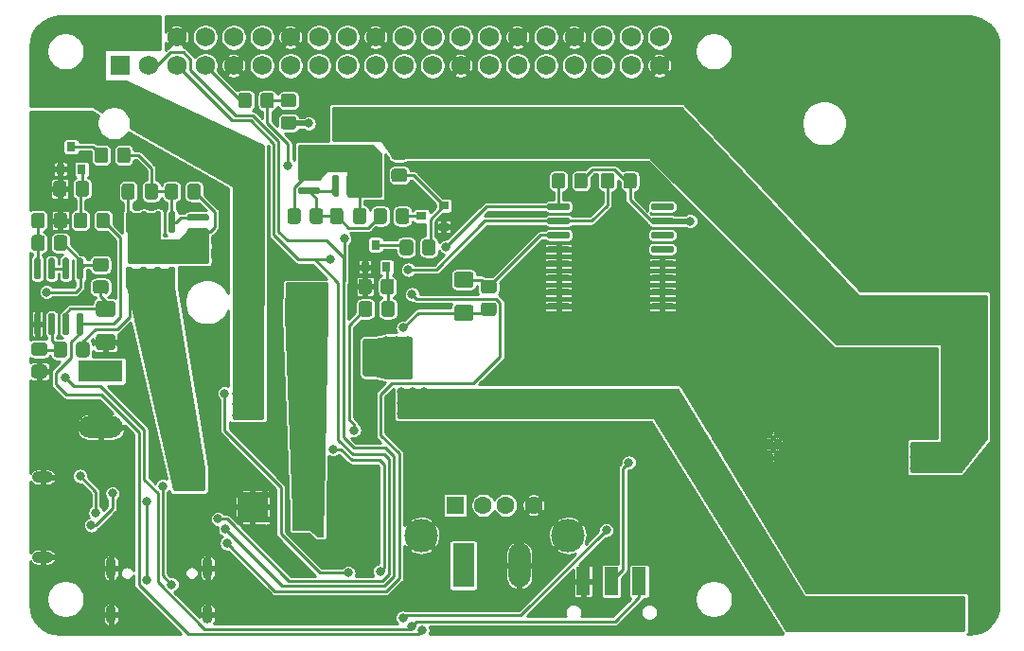
<source format=gbr>
%TF.GenerationSoftware,KiCad,Pcbnew,5.1.10-88a1d61d58~90~ubuntu20.04.1*%
%TF.CreationDate,2021-08-05T17:18:09+03:00*%
%TF.ProjectId,PiUPS,50695550-532e-46b6-9963-61645f706362,rev?*%
%TF.SameCoordinates,Original*%
%TF.FileFunction,Copper,L2,Bot*%
%TF.FilePolarity,Positive*%
%FSLAX46Y46*%
G04 Gerber Fmt 4.6, Leading zero omitted, Abs format (unit mm)*
G04 Created by KiCad (PCBNEW 5.1.10-88a1d61d58~90~ubuntu20.04.1) date 2021-08-05 17:18:09*
%MOMM*%
%LPD*%
G01*
G04 APERTURE LIST*
%TA.AperFunction,ComponentPad*%
%ADD10C,0.300000*%
%TD*%
%TA.AperFunction,SMDPad,CuDef*%
%ADD11R,2.700000X2.700000*%
%TD*%
%TA.AperFunction,ComponentPad*%
%ADD12C,0.600000*%
%TD*%
%TA.AperFunction,SMDPad,CuDef*%
%ADD13R,1.250000X2.500000*%
%TD*%
%TA.AperFunction,SMDPad,CuDef*%
%ADD14R,0.900000X0.800000*%
%TD*%
%TA.AperFunction,SMDPad,CuDef*%
%ADD15R,0.800000X0.900000*%
%TD*%
%TA.AperFunction,ComponentPad*%
%ADD16C,1.750000*%
%TD*%
%TA.AperFunction,ComponentPad*%
%ADD17R,1.750000X1.750000*%
%TD*%
%TA.AperFunction,ComponentPad*%
%ADD18O,1.980000X3.960000*%
%TD*%
%TA.AperFunction,ComponentPad*%
%ADD19R,1.980000X3.960000*%
%TD*%
%TA.AperFunction,ComponentPad*%
%ADD20C,1.600000*%
%TD*%
%TA.AperFunction,ComponentPad*%
%ADD21R,1.600000X1.600000*%
%TD*%
%TA.AperFunction,ComponentPad*%
%ADD22C,3.000000*%
%TD*%
%TA.AperFunction,ComponentPad*%
%ADD23O,3.960000X1.980000*%
%TD*%
%TA.AperFunction,ComponentPad*%
%ADD24R,3.960000X1.980000*%
%TD*%
%TA.AperFunction,ComponentPad*%
%ADD25O,1.900000X1.050000*%
%TD*%
%TA.AperFunction,ComponentPad*%
%ADD26O,0.900000X1.700000*%
%TD*%
%TA.AperFunction,ComponentPad*%
%ADD27O,0.900000X2.000000*%
%TD*%
%TA.AperFunction,ViaPad*%
%ADD28C,0.800000*%
%TD*%
%TA.AperFunction,Conductor*%
%ADD29C,0.250000*%
%TD*%
%TA.AperFunction,Conductor*%
%ADD30C,0.500000*%
%TD*%
%TA.AperFunction,Conductor*%
%ADD31C,0.130000*%
%TD*%
%TA.AperFunction,Conductor*%
%ADD32C,0.100000*%
%TD*%
%TA.AperFunction,Conductor*%
%ADD33C,0.254000*%
%TD*%
G04 APERTURE END LIST*
%TO.P,R12,2*%
%TO.N,INT*%
%TA.AperFunction,SMDPad,CuDef*%
G36*
G01*
X87350000Y-75750001D02*
X87350000Y-74849999D01*
G75*
G02*
X87599999Y-74600000I249999J0D01*
G01*
X88300001Y-74600000D01*
G75*
G02*
X88550000Y-74849999I0J-249999D01*
G01*
X88550000Y-75750001D01*
G75*
G02*
X88300001Y-76000000I-249999J0D01*
G01*
X87599999Y-76000000D01*
G75*
G02*
X87350000Y-75750001I0J249999D01*
G01*
G37*
%TD.AperFunction*%
%TO.P,R12,1*%
%TO.N,Net-(J2-Pad7)*%
%TA.AperFunction,SMDPad,CuDef*%
G36*
G01*
X85350000Y-75750001D02*
X85350000Y-74849999D01*
G75*
G02*
X85599999Y-74600000I249999J0D01*
G01*
X86300001Y-74600000D01*
G75*
G02*
X86550000Y-74849999I0J-249999D01*
G01*
X86550000Y-75750001D01*
G75*
G02*
X86300001Y-76000000I-249999J0D01*
G01*
X85599999Y-76000000D01*
G75*
G02*
X85350000Y-75750001I0J249999D01*
G01*
G37*
%TD.AperFunction*%
%TD*%
%TO.P,U4,16*%
%TO.N,SCL*%
%TA.AperFunction,SMDPad,CuDef*%
G36*
G01*
X115025000Y-84660000D02*
X115025000Y-84960000D01*
G75*
G02*
X114875000Y-85110000I-150000J0D01*
G01*
X113125000Y-85110000D01*
G75*
G02*
X112975000Y-84960000I0J150000D01*
G01*
X112975000Y-84660000D01*
G75*
G02*
X113125000Y-84510000I150000J0D01*
G01*
X114875000Y-84510000D01*
G75*
G02*
X115025000Y-84660000I0J-150000D01*
G01*
G37*
%TD.AperFunction*%
%TO.P,U4,15*%
%TO.N,SDA*%
%TA.AperFunction,SMDPad,CuDef*%
G36*
G01*
X115025000Y-85930000D02*
X115025000Y-86230000D01*
G75*
G02*
X114875000Y-86380000I-150000J0D01*
G01*
X113125000Y-86380000D01*
G75*
G02*
X112975000Y-86230000I0J150000D01*
G01*
X112975000Y-85930000D01*
G75*
G02*
X113125000Y-85780000I150000J0D01*
G01*
X114875000Y-85780000D01*
G75*
G02*
X115025000Y-85930000I0J-150000D01*
G01*
G37*
%TD.AperFunction*%
%TO.P,U4,14*%
%TO.N,Net-(D4-Pad1)*%
%TA.AperFunction,SMDPad,CuDef*%
G36*
G01*
X115025000Y-87200000D02*
X115025000Y-87500000D01*
G75*
G02*
X114875000Y-87650000I-150000J0D01*
G01*
X113125000Y-87650000D01*
G75*
G02*
X112975000Y-87500000I0J150000D01*
G01*
X112975000Y-87200000D01*
G75*
G02*
X113125000Y-87050000I150000J0D01*
G01*
X114875000Y-87050000D01*
G75*
G02*
X115025000Y-87200000I0J-150000D01*
G01*
G37*
%TD.AperFunction*%
%TO.P,U4,13*%
%TO.N,GND*%
%TA.AperFunction,SMDPad,CuDef*%
G36*
G01*
X115025000Y-88470000D02*
X115025000Y-88770000D01*
G75*
G02*
X114875000Y-88920000I-150000J0D01*
G01*
X113125000Y-88920000D01*
G75*
G02*
X112975000Y-88770000I0J150000D01*
G01*
X112975000Y-88470000D01*
G75*
G02*
X113125000Y-88320000I150000J0D01*
G01*
X114875000Y-88320000D01*
G75*
G02*
X115025000Y-88470000I0J-150000D01*
G01*
G37*
%TD.AperFunction*%
%TO.P,U4,12*%
%TA.AperFunction,SMDPad,CuDef*%
G36*
G01*
X115025000Y-89740000D02*
X115025000Y-90040000D01*
G75*
G02*
X114875000Y-90190000I-150000J0D01*
G01*
X113125000Y-90190000D01*
G75*
G02*
X112975000Y-90040000I0J150000D01*
G01*
X112975000Y-89740000D01*
G75*
G02*
X113125000Y-89590000I150000J0D01*
G01*
X114875000Y-89590000D01*
G75*
G02*
X115025000Y-89740000I0J-150000D01*
G01*
G37*
%TD.AperFunction*%
%TO.P,U4,11*%
%TA.AperFunction,SMDPad,CuDef*%
G36*
G01*
X115025000Y-91010000D02*
X115025000Y-91310000D01*
G75*
G02*
X114875000Y-91460000I-150000J0D01*
G01*
X113125000Y-91460000D01*
G75*
G02*
X112975000Y-91310000I0J150000D01*
G01*
X112975000Y-91010000D01*
G75*
G02*
X113125000Y-90860000I150000J0D01*
G01*
X114875000Y-90860000D01*
G75*
G02*
X115025000Y-91010000I0J-150000D01*
G01*
G37*
%TD.AperFunction*%
%TO.P,U4,10*%
%TA.AperFunction,SMDPad,CuDef*%
G36*
G01*
X115025000Y-92280000D02*
X115025000Y-92580000D01*
G75*
G02*
X114875000Y-92730000I-150000J0D01*
G01*
X113125000Y-92730000D01*
G75*
G02*
X112975000Y-92580000I0J150000D01*
G01*
X112975000Y-92280000D01*
G75*
G02*
X113125000Y-92130000I150000J0D01*
G01*
X114875000Y-92130000D01*
G75*
G02*
X115025000Y-92280000I0J-150000D01*
G01*
G37*
%TD.AperFunction*%
%TO.P,U4,9*%
%TA.AperFunction,SMDPad,CuDef*%
G36*
G01*
X115025000Y-93550000D02*
X115025000Y-93850000D01*
G75*
G02*
X114875000Y-94000000I-150000J0D01*
G01*
X113125000Y-94000000D01*
G75*
G02*
X112975000Y-93850000I0J150000D01*
G01*
X112975000Y-93550000D01*
G75*
G02*
X113125000Y-93400000I150000J0D01*
G01*
X114875000Y-93400000D01*
G75*
G02*
X115025000Y-93550000I0J-150000D01*
G01*
G37*
%TD.AperFunction*%
%TO.P,U4,8*%
%TA.AperFunction,SMDPad,CuDef*%
G36*
G01*
X124325000Y-93550000D02*
X124325000Y-93850000D01*
G75*
G02*
X124175000Y-94000000I-150000J0D01*
G01*
X122425000Y-94000000D01*
G75*
G02*
X122275000Y-93850000I0J150000D01*
G01*
X122275000Y-93550000D01*
G75*
G02*
X122425000Y-93400000I150000J0D01*
G01*
X124175000Y-93400000D01*
G75*
G02*
X124325000Y-93550000I0J-150000D01*
G01*
G37*
%TD.AperFunction*%
%TO.P,U4,7*%
%TA.AperFunction,SMDPad,CuDef*%
G36*
G01*
X124325000Y-92280000D02*
X124325000Y-92580000D01*
G75*
G02*
X124175000Y-92730000I-150000J0D01*
G01*
X122425000Y-92730000D01*
G75*
G02*
X122275000Y-92580000I0J150000D01*
G01*
X122275000Y-92280000D01*
G75*
G02*
X122425000Y-92130000I150000J0D01*
G01*
X124175000Y-92130000D01*
G75*
G02*
X124325000Y-92280000I0J-150000D01*
G01*
G37*
%TD.AperFunction*%
%TO.P,U4,6*%
%TA.AperFunction,SMDPad,CuDef*%
G36*
G01*
X124325000Y-91010000D02*
X124325000Y-91310000D01*
G75*
G02*
X124175000Y-91460000I-150000J0D01*
G01*
X122425000Y-91460000D01*
G75*
G02*
X122275000Y-91310000I0J150000D01*
G01*
X122275000Y-91010000D01*
G75*
G02*
X122425000Y-90860000I150000J0D01*
G01*
X124175000Y-90860000D01*
G75*
G02*
X124325000Y-91010000I0J-150000D01*
G01*
G37*
%TD.AperFunction*%
%TO.P,U4,5*%
%TA.AperFunction,SMDPad,CuDef*%
G36*
G01*
X124325000Y-89740000D02*
X124325000Y-90040000D01*
G75*
G02*
X124175000Y-90190000I-150000J0D01*
G01*
X122425000Y-90190000D01*
G75*
G02*
X122275000Y-90040000I0J150000D01*
G01*
X122275000Y-89740000D01*
G75*
G02*
X122425000Y-89590000I150000J0D01*
G01*
X124175000Y-89590000D01*
G75*
G02*
X124325000Y-89740000I0J-150000D01*
G01*
G37*
%TD.AperFunction*%
%TO.P,U4,4*%
%TO.N,Net-(U4-Pad4)*%
%TA.AperFunction,SMDPad,CuDef*%
G36*
G01*
X124325000Y-88470000D02*
X124325000Y-88770000D01*
G75*
G02*
X124175000Y-88920000I-150000J0D01*
G01*
X122425000Y-88920000D01*
G75*
G02*
X122275000Y-88770000I0J150000D01*
G01*
X122275000Y-88470000D01*
G75*
G02*
X122425000Y-88320000I150000J0D01*
G01*
X124175000Y-88320000D01*
G75*
G02*
X124325000Y-88470000I0J-150000D01*
G01*
G37*
%TD.AperFunction*%
%TO.P,U4,3*%
%TO.N,Net-(U4-Pad3)*%
%TA.AperFunction,SMDPad,CuDef*%
G36*
G01*
X124325000Y-87200000D02*
X124325000Y-87500000D01*
G75*
G02*
X124175000Y-87650000I-150000J0D01*
G01*
X122425000Y-87650000D01*
G75*
G02*
X122275000Y-87500000I0J150000D01*
G01*
X122275000Y-87200000D01*
G75*
G02*
X122425000Y-87050000I150000J0D01*
G01*
X124175000Y-87050000D01*
G75*
G02*
X124325000Y-87200000I0J-150000D01*
G01*
G37*
%TD.AperFunction*%
%TO.P,U4,2*%
%TO.N,Pi_3v3*%
%TA.AperFunction,SMDPad,CuDef*%
G36*
G01*
X124325000Y-85930000D02*
X124325000Y-86230000D01*
G75*
G02*
X124175000Y-86380000I-150000J0D01*
G01*
X122425000Y-86380000D01*
G75*
G02*
X122275000Y-86230000I0J150000D01*
G01*
X122275000Y-85930000D01*
G75*
G02*
X122425000Y-85780000I150000J0D01*
G01*
X124175000Y-85780000D01*
G75*
G02*
X124325000Y-85930000I0J-150000D01*
G01*
G37*
%TD.AperFunction*%
%TO.P,U4,1*%
%TO.N,Net-(U4-Pad1)*%
%TA.AperFunction,SMDPad,CuDef*%
G36*
G01*
X124325000Y-84660000D02*
X124325000Y-84960000D01*
G75*
G02*
X124175000Y-85110000I-150000J0D01*
G01*
X122425000Y-85110000D01*
G75*
G02*
X122275000Y-84960000I0J150000D01*
G01*
X122275000Y-84660000D01*
G75*
G02*
X122425000Y-84510000I150000J0D01*
G01*
X124175000Y-84510000D01*
G75*
G02*
X124325000Y-84660000I0J-150000D01*
G01*
G37*
%TD.AperFunction*%
%TD*%
D10*
%TO.P,U3,22*%
%TO.N,GND*%
X133175000Y-104750000D03*
%TO.P,U3,29*%
X133175000Y-107300000D03*
%TO.P,U3,25*%
X133950000Y-105500000D03*
%TO.P,U3,23*%
X132400000Y-105500000D03*
%TO.P,U3,24*%
X133175000Y-105500000D03*
%TO.P,U3,28*%
X133950000Y-106550000D03*
%TO.P,U3,26*%
X132400000Y-106550000D03*
%TO.P,U3,27*%
X133175000Y-106550000D03*
%TD*%
%TO.P,U1,8*%
%TO.N,VSYS*%
%TA.AperFunction,SMDPad,CuDef*%
G36*
G01*
X71350000Y-91325000D02*
X71050000Y-91325000D01*
G75*
G02*
X70900000Y-91175000I0J150000D01*
G01*
X70900000Y-89525000D01*
G75*
G02*
X71050000Y-89375000I150000J0D01*
G01*
X71350000Y-89375000D01*
G75*
G02*
X71500000Y-89525000I0J-150000D01*
G01*
X71500000Y-91175000D01*
G75*
G02*
X71350000Y-91325000I-150000J0D01*
G01*
G37*
%TD.AperFunction*%
%TO.P,U1,7*%
%TO.N,Net-(U1-Pad6)*%
%TA.AperFunction,SMDPad,CuDef*%
G36*
G01*
X70080000Y-91325000D02*
X69780000Y-91325000D01*
G75*
G02*
X69630000Y-91175000I0J150000D01*
G01*
X69630000Y-89525000D01*
G75*
G02*
X69780000Y-89375000I150000J0D01*
G01*
X70080000Y-89375000D01*
G75*
G02*
X70230000Y-89525000I0J-150000D01*
G01*
X70230000Y-91175000D01*
G75*
G02*
X70080000Y-91325000I-150000J0D01*
G01*
G37*
%TD.AperFunction*%
%TO.P,U1,6*%
%TA.AperFunction,SMDPad,CuDef*%
G36*
G01*
X68810000Y-91325000D02*
X68510000Y-91325000D01*
G75*
G02*
X68360000Y-91175000I0J150000D01*
G01*
X68360000Y-89525000D01*
G75*
G02*
X68510000Y-89375000I150000J0D01*
G01*
X68810000Y-89375000D01*
G75*
G02*
X68960000Y-89525000I0J-150000D01*
G01*
X68960000Y-91175000D01*
G75*
G02*
X68810000Y-91325000I-150000J0D01*
G01*
G37*
%TD.AperFunction*%
%TO.P,U1,5*%
%TO.N,Net-(R22-Pad1)*%
%TA.AperFunction,SMDPad,CuDef*%
G36*
G01*
X67540000Y-91325000D02*
X67240000Y-91325000D01*
G75*
G02*
X67090000Y-91175000I0J150000D01*
G01*
X67090000Y-89525000D01*
G75*
G02*
X67240000Y-89375000I150000J0D01*
G01*
X67540000Y-89375000D01*
G75*
G02*
X67690000Y-89525000I0J-150000D01*
G01*
X67690000Y-91175000D01*
G75*
G02*
X67540000Y-91325000I-150000J0D01*
G01*
G37*
%TD.AperFunction*%
%TO.P,U1,4*%
%TO.N,GND*%
%TA.AperFunction,SMDPad,CuDef*%
G36*
G01*
X67540000Y-96275000D02*
X67240000Y-96275000D01*
G75*
G02*
X67090000Y-96125000I0J150000D01*
G01*
X67090000Y-94475000D01*
G75*
G02*
X67240000Y-94325000I150000J0D01*
G01*
X67540000Y-94325000D01*
G75*
G02*
X67690000Y-94475000I0J-150000D01*
G01*
X67690000Y-96125000D01*
G75*
G02*
X67540000Y-96275000I-150000J0D01*
G01*
G37*
%TD.AperFunction*%
%TO.P,U1,3*%
%TO.N,Net-(R2-Pad1)*%
%TA.AperFunction,SMDPad,CuDef*%
G36*
G01*
X68810000Y-96275000D02*
X68510000Y-96275000D01*
G75*
G02*
X68360000Y-96125000I0J150000D01*
G01*
X68360000Y-94475000D01*
G75*
G02*
X68510000Y-94325000I150000J0D01*
G01*
X68810000Y-94325000D01*
G75*
G02*
X68960000Y-94475000I0J-150000D01*
G01*
X68960000Y-96125000D01*
G75*
G02*
X68810000Y-96275000I-150000J0D01*
G01*
G37*
%TD.AperFunction*%
%TO.P,U1,2*%
%TO.N,Net-(D1-Pad1)*%
%TA.AperFunction,SMDPad,CuDef*%
G36*
G01*
X70080000Y-96275000D02*
X69780000Y-96275000D01*
G75*
G02*
X69630000Y-96125000I0J150000D01*
G01*
X69630000Y-94475000D01*
G75*
G02*
X69780000Y-94325000I150000J0D01*
G01*
X70080000Y-94325000D01*
G75*
G02*
X70230000Y-94475000I0J-150000D01*
G01*
X70230000Y-96125000D01*
G75*
G02*
X70080000Y-96275000I-150000J0D01*
G01*
G37*
%TD.AperFunction*%
%TO.P,U1,1*%
%TO.N,Net-(R23-Pad1)*%
%TA.AperFunction,SMDPad,CuDef*%
G36*
G01*
X71350000Y-96275000D02*
X71050000Y-96275000D01*
G75*
G02*
X70900000Y-96125000I0J150000D01*
G01*
X70900000Y-94475000D01*
G75*
G02*
X71050000Y-94325000I150000J0D01*
G01*
X71350000Y-94325000D01*
G75*
G02*
X71500000Y-94475000I0J-150000D01*
G01*
X71500000Y-96125000D01*
G75*
G02*
X71350000Y-96275000I-150000J0D01*
G01*
G37*
%TD.AperFunction*%
%TD*%
D11*
%TO.P,U2,25*%
%TO.N,GND*%
X86675000Y-111700000D03*
D12*
X87775000Y-112800000D03*
X86675000Y-112800000D03*
X85575000Y-112800000D03*
X87775000Y-111700000D03*
X86675000Y-111700000D03*
X85575000Y-111700000D03*
X87775000Y-110600000D03*
X86675000Y-110600000D03*
X85575000Y-110600000D03*
%TD*%
D13*
%TO.P,SW1,3*%
%TO.N,GND*%
X116225000Y-118330000D03*
%TO.P,SW1,2*%
%TO.N,Net-(SW1-Pad2)*%
X118725000Y-118330000D03*
%TO.P,SW1,1*%
%TO.N,VSYS*%
X121225000Y-118330000D03*
%TD*%
%TO.P,R17,2*%
%TO.N,+BATT*%
%TA.AperFunction,SMDPad,CuDef*%
G36*
G01*
X107309999Y-93380000D02*
X108210001Y-93380000D01*
G75*
G02*
X108460000Y-93629999I0J-249999D01*
G01*
X108460000Y-94330001D01*
G75*
G02*
X108210001Y-94580000I-249999J0D01*
G01*
X107309999Y-94580000D01*
G75*
G02*
X107060000Y-94330001I0J249999D01*
G01*
X107060000Y-93629999D01*
G75*
G02*
X107309999Y-93380000I249999J0D01*
G01*
G37*
%TD.AperFunction*%
%TO.P,R17,1*%
%TO.N,Net-(D4-Pad1)*%
%TA.AperFunction,SMDPad,CuDef*%
G36*
G01*
X107309999Y-91380000D02*
X108210001Y-91380000D01*
G75*
G02*
X108460000Y-91629999I0J-249999D01*
G01*
X108460000Y-92330001D01*
G75*
G02*
X108210001Y-92580000I-249999J0D01*
G01*
X107309999Y-92580000D01*
G75*
G02*
X107060000Y-92330001I0J249999D01*
G01*
X107060000Y-91629999D01*
G75*
G02*
X107309999Y-91380000I249999J0D01*
G01*
G37*
%TD.AperFunction*%
%TD*%
%TO.P,R10,2*%
%TO.N,Pi_3v3*%
%TA.AperFunction,SMDPad,CuDef*%
G36*
G01*
X89399999Y-76700000D02*
X90300001Y-76700000D01*
G75*
G02*
X90550000Y-76949999I0J-249999D01*
G01*
X90550000Y-77650001D01*
G75*
G02*
X90300001Y-77900000I-249999J0D01*
G01*
X89399999Y-77900000D01*
G75*
G02*
X89150000Y-77650001I0J249999D01*
G01*
X89150000Y-76949999D01*
G75*
G02*
X89399999Y-76700000I249999J0D01*
G01*
G37*
%TD.AperFunction*%
%TO.P,R10,1*%
%TO.N,INT*%
%TA.AperFunction,SMDPad,CuDef*%
G36*
G01*
X89399999Y-74700000D02*
X90300001Y-74700000D01*
G75*
G02*
X90550000Y-74949999I0J-249999D01*
G01*
X90550000Y-75650001D01*
G75*
G02*
X90300001Y-75900000I-249999J0D01*
G01*
X89399999Y-75900000D01*
G75*
G02*
X89150000Y-75650001I0J249999D01*
G01*
X89150000Y-74949999D01*
G75*
G02*
X89399999Y-74700000I249999J0D01*
G01*
G37*
%TD.AperFunction*%
%TD*%
%TO.P,R6,2*%
%TO.N,Pi_3v3*%
%TA.AperFunction,SMDPad,CuDef*%
G36*
G01*
X115400000Y-82950001D02*
X115400000Y-82049999D01*
G75*
G02*
X115649999Y-81800000I249999J0D01*
G01*
X116350001Y-81800000D01*
G75*
G02*
X116600000Y-82049999I0J-249999D01*
G01*
X116600000Y-82950001D01*
G75*
G02*
X116350001Y-83200000I-249999J0D01*
G01*
X115649999Y-83200000D01*
G75*
G02*
X115400000Y-82950001I0J249999D01*
G01*
G37*
%TD.AperFunction*%
%TO.P,R6,1*%
%TO.N,SCL*%
%TA.AperFunction,SMDPad,CuDef*%
G36*
G01*
X113400000Y-82950001D02*
X113400000Y-82049999D01*
G75*
G02*
X113649999Y-81800000I249999J0D01*
G01*
X114350001Y-81800000D01*
G75*
G02*
X114600000Y-82049999I0J-249999D01*
G01*
X114600000Y-82950001D01*
G75*
G02*
X114350001Y-83200000I-249999J0D01*
G01*
X113649999Y-83200000D01*
G75*
G02*
X113400000Y-82950001I0J249999D01*
G01*
G37*
%TD.AperFunction*%
%TD*%
%TO.P,R4,2*%
%TO.N,Pi_3v3*%
%TA.AperFunction,SMDPad,CuDef*%
G36*
G01*
X119800000Y-82950001D02*
X119800000Y-82049999D01*
G75*
G02*
X120049999Y-81800000I249999J0D01*
G01*
X120750001Y-81800000D01*
G75*
G02*
X121000000Y-82049999I0J-249999D01*
G01*
X121000000Y-82950001D01*
G75*
G02*
X120750001Y-83200000I-249999J0D01*
G01*
X120049999Y-83200000D01*
G75*
G02*
X119800000Y-82950001I0J249999D01*
G01*
G37*
%TD.AperFunction*%
%TO.P,R4,1*%
%TO.N,SDA*%
%TA.AperFunction,SMDPad,CuDef*%
G36*
G01*
X117800000Y-82950001D02*
X117800000Y-82049999D01*
G75*
G02*
X118049999Y-81800000I249999J0D01*
G01*
X118750001Y-81800000D01*
G75*
G02*
X119000000Y-82049999I0J-249999D01*
G01*
X119000000Y-82950001D01*
G75*
G02*
X118750001Y-83200000I-249999J0D01*
G01*
X118049999Y-83200000D01*
G75*
G02*
X117800000Y-82950001I0J249999D01*
G01*
G37*
%TD.AperFunction*%
%TD*%
%TO.P,R34,2*%
%TO.N,Net-(C20-Pad1)*%
%TA.AperFunction,SMDPad,CuDef*%
G36*
G01*
X90950000Y-85199999D02*
X90950000Y-86100001D01*
G75*
G02*
X90700001Y-86350000I-249999J0D01*
G01*
X89999999Y-86350000D01*
G75*
G02*
X89750000Y-86100001I0J249999D01*
G01*
X89750000Y-85199999D01*
G75*
G02*
X89999999Y-84950000I249999J0D01*
G01*
X90700001Y-84950000D01*
G75*
G02*
X90950000Y-85199999I0J-249999D01*
G01*
G37*
%TD.AperFunction*%
%TO.P,R34,1*%
%TO.N,Net-(C20-Pad2)*%
%TA.AperFunction,SMDPad,CuDef*%
G36*
G01*
X92950000Y-85199999D02*
X92950000Y-86100001D01*
G75*
G02*
X92700001Y-86350000I-249999J0D01*
G01*
X91999999Y-86350000D01*
G75*
G02*
X91750000Y-86100001I0J249999D01*
G01*
X91750000Y-85199999D01*
G75*
G02*
X91999999Y-84950000I249999J0D01*
G01*
X92700001Y-84950000D01*
G75*
G02*
X92950000Y-85199999I0J-249999D01*
G01*
G37*
%TD.AperFunction*%
%TD*%
%TO.P,R8,2*%
%TO.N,Net-(C8-Pad1)*%
%TA.AperFunction,SMDPad,CuDef*%
G36*
G01*
X80800000Y-83900001D02*
X80800000Y-82999999D01*
G75*
G02*
X81049999Y-82750000I249999J0D01*
G01*
X81750001Y-82750000D01*
G75*
G02*
X82000000Y-82999999I0J-249999D01*
G01*
X82000000Y-83900001D01*
G75*
G02*
X81750001Y-84150000I-249999J0D01*
G01*
X81049999Y-84150000D01*
G75*
G02*
X80800000Y-83900001I0J249999D01*
G01*
G37*
%TD.AperFunction*%
%TO.P,R8,1*%
%TO.N,Net-(C8-Pad2)*%
%TA.AperFunction,SMDPad,CuDef*%
G36*
G01*
X78800000Y-83900001D02*
X78800000Y-82999999D01*
G75*
G02*
X79049999Y-82750000I249999J0D01*
G01*
X79750001Y-82750000D01*
G75*
G02*
X80000000Y-82999999I0J-249999D01*
G01*
X80000000Y-83900001D01*
G75*
G02*
X79750001Y-84150000I-249999J0D01*
G01*
X79049999Y-84150000D01*
G75*
G02*
X78800000Y-83900001I0J249999D01*
G01*
G37*
%TD.AperFunction*%
%TD*%
%TO.P,R35,2*%
%TO.N,Net-(C20-Pad2)*%
%TA.AperFunction,SMDPad,CuDef*%
G36*
G01*
X98650000Y-85199999D02*
X98650000Y-86100001D01*
G75*
G02*
X98400001Y-86350000I-249999J0D01*
G01*
X97699999Y-86350000D01*
G75*
G02*
X97450000Y-86100001I0J249999D01*
G01*
X97450000Y-85199999D01*
G75*
G02*
X97699999Y-84950000I249999J0D01*
G01*
X98400001Y-84950000D01*
G75*
G02*
X98650000Y-85199999I0J-249999D01*
G01*
G37*
%TD.AperFunction*%
%TO.P,R35,1*%
%TO.N,Net-(Q6-Pad3)*%
%TA.AperFunction,SMDPad,CuDef*%
G36*
G01*
X100650000Y-85199999D02*
X100650000Y-86100001D01*
G75*
G02*
X100400001Y-86350000I-249999J0D01*
G01*
X99699999Y-86350000D01*
G75*
G02*
X99450000Y-86100001I0J249999D01*
G01*
X99450000Y-85199999D01*
G75*
G02*
X99699999Y-84950000I249999J0D01*
G01*
X100400001Y-84950000D01*
G75*
G02*
X100650000Y-85199999I0J-249999D01*
G01*
G37*
%TD.AperFunction*%
%TD*%
%TO.P,R14,2*%
%TO.N,Net-(C8-Pad2)*%
%TA.AperFunction,SMDPad,CuDef*%
G36*
G01*
X74500000Y-80650001D02*
X74500000Y-79749999D01*
G75*
G02*
X74749999Y-79500000I249999J0D01*
G01*
X75450001Y-79500000D01*
G75*
G02*
X75700000Y-79749999I0J-249999D01*
G01*
X75700000Y-80650001D01*
G75*
G02*
X75450001Y-80900000I-249999J0D01*
G01*
X74749999Y-80900000D01*
G75*
G02*
X74500000Y-80650001I0J249999D01*
G01*
G37*
%TD.AperFunction*%
%TO.P,R14,1*%
%TO.N,Net-(Q3-Pad3)*%
%TA.AperFunction,SMDPad,CuDef*%
G36*
G01*
X72500000Y-80650001D02*
X72500000Y-79749999D01*
G75*
G02*
X72749999Y-79500000I249999J0D01*
G01*
X73450001Y-79500000D01*
G75*
G02*
X73700000Y-79749999I0J-249999D01*
G01*
X73700000Y-80650001D01*
G75*
G02*
X73450001Y-80900000I-249999J0D01*
G01*
X72749999Y-80900000D01*
G75*
G02*
X72500000Y-80650001I0J249999D01*
G01*
G37*
%TD.AperFunction*%
%TD*%
%TO.P,R30,2*%
%TO.N,GND*%
%TA.AperFunction,SMDPad,CuDef*%
G36*
G01*
X70000000Y-82749999D02*
X70000000Y-83650001D01*
G75*
G02*
X69750001Y-83900000I-249999J0D01*
G01*
X69049999Y-83900000D01*
G75*
G02*
X68800000Y-83650001I0J249999D01*
G01*
X68800000Y-82749999D01*
G75*
G02*
X69049999Y-82500000I249999J0D01*
G01*
X69750001Y-82500000D01*
G75*
G02*
X70000000Y-82749999I0J-249999D01*
G01*
G37*
%TD.AperFunction*%
%TO.P,R30,1*%
%TO.N,Net-(Q3-Pad1)*%
%TA.AperFunction,SMDPad,CuDef*%
G36*
G01*
X72000000Y-82749999D02*
X72000000Y-83650001D01*
G75*
G02*
X71750001Y-83900000I-249999J0D01*
G01*
X71049999Y-83900000D01*
G75*
G02*
X70800000Y-83650001I0J249999D01*
G01*
X70800000Y-82749999D01*
G75*
G02*
X71049999Y-82500000I249999J0D01*
G01*
X71750001Y-82500000D01*
G75*
G02*
X72000000Y-82749999I0J-249999D01*
G01*
G37*
%TD.AperFunction*%
%TD*%
%TO.P,R37,2*%
%TO.N,Net-(Q6-Pad1)*%
%TA.AperFunction,SMDPad,CuDef*%
G36*
G01*
X101800000Y-88900001D02*
X101800000Y-87999999D01*
G75*
G02*
X102049999Y-87750000I249999J0D01*
G01*
X102750001Y-87750000D01*
G75*
G02*
X103000000Y-87999999I0J-249999D01*
G01*
X103000000Y-88900001D01*
G75*
G02*
X102750001Y-89150000I-249999J0D01*
G01*
X102049999Y-89150000D01*
G75*
G02*
X101800000Y-88900001I0J249999D01*
G01*
G37*
%TD.AperFunction*%
%TO.P,R37,1*%
%TO.N,Net-(Q7-Pad3)*%
%TA.AperFunction,SMDPad,CuDef*%
G36*
G01*
X99800000Y-88900001D02*
X99800000Y-87999999D01*
G75*
G02*
X100049999Y-87750000I249999J0D01*
G01*
X100750001Y-87750000D01*
G75*
G02*
X101000000Y-87999999I0J-249999D01*
G01*
X101000000Y-88900001D01*
G75*
G02*
X100750001Y-89150000I-249999J0D01*
G01*
X100049999Y-89150000D01*
G75*
G02*
X99800000Y-88900001I0J249999D01*
G01*
G37*
%TD.AperFunction*%
%TD*%
%TO.P,R23,2*%
%TO.N,Net-(Q3-Pad1)*%
%TA.AperFunction,SMDPad,CuDef*%
G36*
G01*
X71850000Y-85599999D02*
X71850000Y-86500001D01*
G75*
G02*
X71600001Y-86750000I-249999J0D01*
G01*
X70899999Y-86750000D01*
G75*
G02*
X70650000Y-86500001I0J249999D01*
G01*
X70650000Y-85599999D01*
G75*
G02*
X70899999Y-85350000I249999J0D01*
G01*
X71600001Y-85350000D01*
G75*
G02*
X71850000Y-85599999I0J-249999D01*
G01*
G37*
%TD.AperFunction*%
%TO.P,R23,1*%
%TO.N,Net-(R23-Pad1)*%
%TA.AperFunction,SMDPad,CuDef*%
G36*
G01*
X73850000Y-85599999D02*
X73850000Y-86500001D01*
G75*
G02*
X73600001Y-86750000I-249999J0D01*
G01*
X72899999Y-86750000D01*
G75*
G02*
X72650000Y-86500001I0J249999D01*
G01*
X72650000Y-85599999D01*
G75*
G02*
X72899999Y-85350000I249999J0D01*
G01*
X73600001Y-85350000D01*
G75*
G02*
X73850000Y-85599999I0J-249999D01*
G01*
G37*
%TD.AperFunction*%
%TD*%
%TO.P,R36,2*%
%TO.N,VOUT*%
%TA.AperFunction,SMDPad,CuDef*%
G36*
G01*
X100200001Y-80600000D02*
X99299999Y-80600000D01*
G75*
G02*
X99050000Y-80350001I0J249999D01*
G01*
X99050000Y-79649999D01*
G75*
G02*
X99299999Y-79400000I249999J0D01*
G01*
X100200001Y-79400000D01*
G75*
G02*
X100450000Y-79649999I0J-249999D01*
G01*
X100450000Y-80350001D01*
G75*
G02*
X100200001Y-80600000I-249999J0D01*
G01*
G37*
%TD.AperFunction*%
%TO.P,R36,1*%
%TO.N,Net-(Q6-Pad1)*%
%TA.AperFunction,SMDPad,CuDef*%
G36*
G01*
X100200001Y-82600000D02*
X99299999Y-82600000D01*
G75*
G02*
X99050000Y-82350001I0J249999D01*
G01*
X99050000Y-81649999D01*
G75*
G02*
X99299999Y-81400000I249999J0D01*
G01*
X100200001Y-81400000D01*
G75*
G02*
X100450000Y-81649999I0J-249999D01*
G01*
X100450000Y-82350001D01*
G75*
G02*
X100200001Y-82600000I-249999J0D01*
G01*
G37*
%TD.AperFunction*%
%TD*%
%TO.P,R39,2*%
%TO.N,Net-(Q7-Pad1)*%
%TA.AperFunction,SMDPad,CuDef*%
G36*
G01*
X98100000Y-92400001D02*
X98100000Y-91499999D01*
G75*
G02*
X98349999Y-91250000I249999J0D01*
G01*
X99050001Y-91250000D01*
G75*
G02*
X99300000Y-91499999I0J-249999D01*
G01*
X99300000Y-92400001D01*
G75*
G02*
X99050001Y-92650000I-249999J0D01*
G01*
X98349999Y-92650000D01*
G75*
G02*
X98100000Y-92400001I0J249999D01*
G01*
G37*
%TD.AperFunction*%
%TO.P,R39,1*%
%TO.N,GND*%
%TA.AperFunction,SMDPad,CuDef*%
G36*
G01*
X96100000Y-92400001D02*
X96100000Y-91499999D01*
G75*
G02*
X96349999Y-91250000I249999J0D01*
G01*
X97050001Y-91250000D01*
G75*
G02*
X97300000Y-91499999I0J-249999D01*
G01*
X97300000Y-92400001D01*
G75*
G02*
X97050001Y-92650000I-249999J0D01*
G01*
X96349999Y-92650000D01*
G75*
G02*
X96100000Y-92400001I0J249999D01*
G01*
G37*
%TD.AperFunction*%
%TD*%
%TO.P,R38,2*%
%TO.N,Net-(Q7-Pad1)*%
%TA.AperFunction,SMDPad,CuDef*%
G36*
G01*
X98150000Y-94400001D02*
X98150000Y-93499999D01*
G75*
G02*
X98399999Y-93250000I249999J0D01*
G01*
X99100001Y-93250000D01*
G75*
G02*
X99350000Y-93499999I0J-249999D01*
G01*
X99350000Y-94400001D01*
G75*
G02*
X99100001Y-94650000I-249999J0D01*
G01*
X98399999Y-94650000D01*
G75*
G02*
X98150000Y-94400001I0J249999D01*
G01*
G37*
%TD.AperFunction*%
%TO.P,R38,1*%
%TO.N,Net-(R23-Pad1)*%
%TA.AperFunction,SMDPad,CuDef*%
G36*
G01*
X96150000Y-94400001D02*
X96150000Y-93499999D01*
G75*
G02*
X96399999Y-93250000I249999J0D01*
G01*
X97100001Y-93250000D01*
G75*
G02*
X97350000Y-93499999I0J-249999D01*
G01*
X97350000Y-94400001D01*
G75*
G02*
X97100001Y-94650000I-249999J0D01*
G01*
X96399999Y-94650000D01*
G75*
G02*
X96150000Y-94400001I0J249999D01*
G01*
G37*
%TD.AperFunction*%
%TD*%
%TO.P,R2,2*%
%TO.N,+5V*%
%TA.AperFunction,SMDPad,CuDef*%
G36*
G01*
X70850000Y-98050001D02*
X70850000Y-97149999D01*
G75*
G02*
X71099999Y-96900000I249999J0D01*
G01*
X71800001Y-96900000D01*
G75*
G02*
X72050000Y-97149999I0J-249999D01*
G01*
X72050000Y-98050001D01*
G75*
G02*
X71800001Y-98300000I-249999J0D01*
G01*
X71099999Y-98300000D01*
G75*
G02*
X70850000Y-98050001I0J249999D01*
G01*
G37*
%TD.AperFunction*%
%TO.P,R2,1*%
%TO.N,Net-(R2-Pad1)*%
%TA.AperFunction,SMDPad,CuDef*%
G36*
G01*
X68850000Y-98050001D02*
X68850000Y-97149999D01*
G75*
G02*
X69099999Y-96900000I249999J0D01*
G01*
X69800001Y-96900000D01*
G75*
G02*
X70050000Y-97149999I0J-249999D01*
G01*
X70050000Y-98050001D01*
G75*
G02*
X69800001Y-98300000I-249999J0D01*
G01*
X69099999Y-98300000D01*
G75*
G02*
X68850000Y-98050001I0J249999D01*
G01*
G37*
%TD.AperFunction*%
%TD*%
%TO.P,R3,2*%
%TO.N,GND*%
%TA.AperFunction,SMDPad,CuDef*%
G36*
G01*
X67099999Y-98950000D02*
X68000001Y-98950000D01*
G75*
G02*
X68250000Y-99199999I0J-249999D01*
G01*
X68250000Y-99900001D01*
G75*
G02*
X68000001Y-100150000I-249999J0D01*
G01*
X67099999Y-100150000D01*
G75*
G02*
X66850000Y-99900001I0J249999D01*
G01*
X66850000Y-99199999D01*
G75*
G02*
X67099999Y-98950000I249999J0D01*
G01*
G37*
%TD.AperFunction*%
%TO.P,R3,1*%
%TO.N,Net-(R2-Pad1)*%
%TA.AperFunction,SMDPad,CuDef*%
G36*
G01*
X67099999Y-96950000D02*
X68000001Y-96950000D01*
G75*
G02*
X68250000Y-97199999I0J-249999D01*
G01*
X68250000Y-97900001D01*
G75*
G02*
X68000001Y-98150000I-249999J0D01*
G01*
X67099999Y-98150000D01*
G75*
G02*
X66850000Y-97900001I0J249999D01*
G01*
X66850000Y-97199999D01*
G75*
G02*
X67099999Y-96950000I249999J0D01*
G01*
G37*
%TD.AperFunction*%
%TD*%
%TO.P,R29,2*%
%TO.N,Net-(R22-Pad1)*%
%TA.AperFunction,SMDPad,CuDef*%
G36*
G01*
X68050000Y-85599999D02*
X68050000Y-86500001D01*
G75*
G02*
X67800001Y-86750000I-249999J0D01*
G01*
X67099999Y-86750000D01*
G75*
G02*
X66850000Y-86500001I0J249999D01*
G01*
X66850000Y-85599999D01*
G75*
G02*
X67099999Y-85350000I249999J0D01*
G01*
X67800001Y-85350000D01*
G75*
G02*
X68050000Y-85599999I0J-249999D01*
G01*
G37*
%TD.AperFunction*%
%TO.P,R29,1*%
%TO.N,GND*%
%TA.AperFunction,SMDPad,CuDef*%
G36*
G01*
X70050000Y-85599999D02*
X70050000Y-86500001D01*
G75*
G02*
X69800001Y-86750000I-249999J0D01*
G01*
X69099999Y-86750000D01*
G75*
G02*
X68850000Y-86500001I0J249999D01*
G01*
X68850000Y-85599999D01*
G75*
G02*
X69099999Y-85350000I249999J0D01*
G01*
X69800001Y-85350000D01*
G75*
G02*
X70050000Y-85599999I0J-249999D01*
G01*
G37*
%TD.AperFunction*%
%TD*%
%TO.P,R22,2*%
%TO.N,VSYS*%
%TA.AperFunction,SMDPad,CuDef*%
G36*
G01*
X68850000Y-88500001D02*
X68850000Y-87599999D01*
G75*
G02*
X69099999Y-87350000I249999J0D01*
G01*
X69800001Y-87350000D01*
G75*
G02*
X70050000Y-87599999I0J-249999D01*
G01*
X70050000Y-88500001D01*
G75*
G02*
X69800001Y-88750000I-249999J0D01*
G01*
X69099999Y-88750000D01*
G75*
G02*
X68850000Y-88500001I0J249999D01*
G01*
G37*
%TD.AperFunction*%
%TO.P,R22,1*%
%TO.N,Net-(R22-Pad1)*%
%TA.AperFunction,SMDPad,CuDef*%
G36*
G01*
X66850000Y-88500001D02*
X66850000Y-87599999D01*
G75*
G02*
X67099999Y-87350000I249999J0D01*
G01*
X67800001Y-87350000D01*
G75*
G02*
X68050000Y-87599999I0J-249999D01*
G01*
X68050000Y-88500001D01*
G75*
G02*
X67800001Y-88750000I-249999J0D01*
G01*
X67099999Y-88750000D01*
G75*
G02*
X66850000Y-88500001I0J249999D01*
G01*
G37*
%TD.AperFunction*%
%TD*%
%TO.P,R7,2*%
%TO.N,VSYS*%
%TA.AperFunction,SMDPad,CuDef*%
G36*
G01*
X73500001Y-90600000D02*
X72599999Y-90600000D01*
G75*
G02*
X72350000Y-90350001I0J249999D01*
G01*
X72350000Y-89649999D01*
G75*
G02*
X72599999Y-89400000I249999J0D01*
G01*
X73500001Y-89400000D01*
G75*
G02*
X73750000Y-89649999I0J-249999D01*
G01*
X73750000Y-90350001D01*
G75*
G02*
X73500001Y-90600000I-249999J0D01*
G01*
G37*
%TD.AperFunction*%
%TO.P,R7,1*%
%TO.N,Net-(D1-Pad1)*%
%TA.AperFunction,SMDPad,CuDef*%
G36*
G01*
X73500001Y-92600000D02*
X72599999Y-92600000D01*
G75*
G02*
X72350000Y-92350001I0J249999D01*
G01*
X72350000Y-91649999D01*
G75*
G02*
X72599999Y-91400000I249999J0D01*
G01*
X73500001Y-91400000D01*
G75*
G02*
X73750000Y-91649999I0J-249999D01*
G01*
X73750000Y-92350001D01*
G75*
G02*
X73500001Y-92600000I-249999J0D01*
G01*
G37*
%TD.AperFunction*%
%TD*%
%TO.P,Q5,8*%
%TO.N,V_UPS*%
%TA.AperFunction,SMDPad,CuDef*%
G36*
G01*
X87700000Y-79415000D02*
X87700000Y-79715000D01*
G75*
G02*
X87550000Y-79865000I-150000J0D01*
G01*
X85900000Y-79865000D01*
G75*
G02*
X85750000Y-79715000I0J150000D01*
G01*
X85750000Y-79415000D01*
G75*
G02*
X85900000Y-79265000I150000J0D01*
G01*
X87550000Y-79265000D01*
G75*
G02*
X87700000Y-79415000I0J-150000D01*
G01*
G37*
%TD.AperFunction*%
%TO.P,Q5,7*%
%TA.AperFunction,SMDPad,CuDef*%
G36*
G01*
X87700000Y-80685000D02*
X87700000Y-80985000D01*
G75*
G02*
X87550000Y-81135000I-150000J0D01*
G01*
X85900000Y-81135000D01*
G75*
G02*
X85750000Y-80985000I0J150000D01*
G01*
X85750000Y-80685000D01*
G75*
G02*
X85900000Y-80535000I150000J0D01*
G01*
X87550000Y-80535000D01*
G75*
G02*
X87700000Y-80685000I0J-150000D01*
G01*
G37*
%TD.AperFunction*%
%TO.P,Q5,6*%
%TA.AperFunction,SMDPad,CuDef*%
G36*
G01*
X87700000Y-81955000D02*
X87700000Y-82255000D01*
G75*
G02*
X87550000Y-82405000I-150000J0D01*
G01*
X85900000Y-82405000D01*
G75*
G02*
X85750000Y-82255000I0J150000D01*
G01*
X85750000Y-81955000D01*
G75*
G02*
X85900000Y-81805000I150000J0D01*
G01*
X87550000Y-81805000D01*
G75*
G02*
X87700000Y-81955000I0J-150000D01*
G01*
G37*
%TD.AperFunction*%
%TO.P,Q5,5*%
%TA.AperFunction,SMDPad,CuDef*%
G36*
G01*
X87700000Y-83225000D02*
X87700000Y-83525000D01*
G75*
G02*
X87550000Y-83675000I-150000J0D01*
G01*
X85900000Y-83675000D01*
G75*
G02*
X85750000Y-83525000I0J150000D01*
G01*
X85750000Y-83225000D01*
G75*
G02*
X85900000Y-83075000I150000J0D01*
G01*
X87550000Y-83075000D01*
G75*
G02*
X87700000Y-83225000I0J-150000D01*
G01*
G37*
%TD.AperFunction*%
%TO.P,Q5,4*%
%TO.N,Net-(C20-Pad2)*%
%TA.AperFunction,SMDPad,CuDef*%
G36*
G01*
X92650000Y-83225000D02*
X92650000Y-83525000D01*
G75*
G02*
X92500000Y-83675000I-150000J0D01*
G01*
X90850000Y-83675000D01*
G75*
G02*
X90700000Y-83525000I0J150000D01*
G01*
X90700000Y-83225000D01*
G75*
G02*
X90850000Y-83075000I150000J0D01*
G01*
X92500000Y-83075000D01*
G75*
G02*
X92650000Y-83225000I0J-150000D01*
G01*
G37*
%TD.AperFunction*%
%TO.P,Q5,3*%
%TO.N,Net-(C20-Pad1)*%
%TA.AperFunction,SMDPad,CuDef*%
G36*
G01*
X92650000Y-81955000D02*
X92650000Y-82255000D01*
G75*
G02*
X92500000Y-82405000I-150000J0D01*
G01*
X90850000Y-82405000D01*
G75*
G02*
X90700000Y-82255000I0J150000D01*
G01*
X90700000Y-81955000D01*
G75*
G02*
X90850000Y-81805000I150000J0D01*
G01*
X92500000Y-81805000D01*
G75*
G02*
X92650000Y-81955000I0J-150000D01*
G01*
G37*
%TD.AperFunction*%
%TO.P,Q5,2*%
%TA.AperFunction,SMDPad,CuDef*%
G36*
G01*
X92650000Y-80685000D02*
X92650000Y-80985000D01*
G75*
G02*
X92500000Y-81135000I-150000J0D01*
G01*
X90850000Y-81135000D01*
G75*
G02*
X90700000Y-80985000I0J150000D01*
G01*
X90700000Y-80685000D01*
G75*
G02*
X90850000Y-80535000I150000J0D01*
G01*
X92500000Y-80535000D01*
G75*
G02*
X92650000Y-80685000I0J-150000D01*
G01*
G37*
%TD.AperFunction*%
%TO.P,Q5,1*%
%TA.AperFunction,SMDPad,CuDef*%
G36*
G01*
X92650000Y-79415000D02*
X92650000Y-79715000D01*
G75*
G02*
X92500000Y-79865000I-150000J0D01*
G01*
X90850000Y-79865000D01*
G75*
G02*
X90700000Y-79715000I0J150000D01*
G01*
X90700000Y-79415000D01*
G75*
G02*
X90850000Y-79265000I150000J0D01*
G01*
X92500000Y-79265000D01*
G75*
G02*
X92650000Y-79415000I0J-150000D01*
G01*
G37*
%TD.AperFunction*%
%TD*%
%TO.P,Q2,8*%
%TO.N,V_UPS*%
%TA.AperFunction,SMDPad,CuDef*%
G36*
G01*
X85725000Y-89740000D02*
X85725000Y-89440000D01*
G75*
G02*
X85875000Y-89290000I150000J0D01*
G01*
X87525000Y-89290000D01*
G75*
G02*
X87675000Y-89440000I0J-150000D01*
G01*
X87675000Y-89740000D01*
G75*
G02*
X87525000Y-89890000I-150000J0D01*
G01*
X85875000Y-89890000D01*
G75*
G02*
X85725000Y-89740000I0J150000D01*
G01*
G37*
%TD.AperFunction*%
%TO.P,Q2,7*%
%TA.AperFunction,SMDPad,CuDef*%
G36*
G01*
X85725000Y-88470000D02*
X85725000Y-88170000D01*
G75*
G02*
X85875000Y-88020000I150000J0D01*
G01*
X87525000Y-88020000D01*
G75*
G02*
X87675000Y-88170000I0J-150000D01*
G01*
X87675000Y-88470000D01*
G75*
G02*
X87525000Y-88620000I-150000J0D01*
G01*
X85875000Y-88620000D01*
G75*
G02*
X85725000Y-88470000I0J150000D01*
G01*
G37*
%TD.AperFunction*%
%TO.P,Q2,6*%
%TA.AperFunction,SMDPad,CuDef*%
G36*
G01*
X85725000Y-87200000D02*
X85725000Y-86900000D01*
G75*
G02*
X85875000Y-86750000I150000J0D01*
G01*
X87525000Y-86750000D01*
G75*
G02*
X87675000Y-86900000I0J-150000D01*
G01*
X87675000Y-87200000D01*
G75*
G02*
X87525000Y-87350000I-150000J0D01*
G01*
X85875000Y-87350000D01*
G75*
G02*
X85725000Y-87200000I0J150000D01*
G01*
G37*
%TD.AperFunction*%
%TO.P,Q2,5*%
%TA.AperFunction,SMDPad,CuDef*%
G36*
G01*
X85725000Y-85930000D02*
X85725000Y-85630000D01*
G75*
G02*
X85875000Y-85480000I150000J0D01*
G01*
X87525000Y-85480000D01*
G75*
G02*
X87675000Y-85630000I0J-150000D01*
G01*
X87675000Y-85930000D01*
G75*
G02*
X87525000Y-86080000I-150000J0D01*
G01*
X85875000Y-86080000D01*
G75*
G02*
X85725000Y-85930000I0J150000D01*
G01*
G37*
%TD.AperFunction*%
%TO.P,Q2,4*%
%TO.N,Net-(C8-Pad2)*%
%TA.AperFunction,SMDPad,CuDef*%
G36*
G01*
X80775000Y-85930000D02*
X80775000Y-85630000D01*
G75*
G02*
X80925000Y-85480000I150000J0D01*
G01*
X82575000Y-85480000D01*
G75*
G02*
X82725000Y-85630000I0J-150000D01*
G01*
X82725000Y-85930000D01*
G75*
G02*
X82575000Y-86080000I-150000J0D01*
G01*
X80925000Y-86080000D01*
G75*
G02*
X80775000Y-85930000I0J150000D01*
G01*
G37*
%TD.AperFunction*%
%TO.P,Q2,3*%
%TO.N,Net-(C8-Pad1)*%
%TA.AperFunction,SMDPad,CuDef*%
G36*
G01*
X80775000Y-87200000D02*
X80775000Y-86900000D01*
G75*
G02*
X80925000Y-86750000I150000J0D01*
G01*
X82575000Y-86750000D01*
G75*
G02*
X82725000Y-86900000I0J-150000D01*
G01*
X82725000Y-87200000D01*
G75*
G02*
X82575000Y-87350000I-150000J0D01*
G01*
X80925000Y-87350000D01*
G75*
G02*
X80775000Y-87200000I0J150000D01*
G01*
G37*
%TD.AperFunction*%
%TO.P,Q2,2*%
%TA.AperFunction,SMDPad,CuDef*%
G36*
G01*
X80775000Y-88470000D02*
X80775000Y-88170000D01*
G75*
G02*
X80925000Y-88020000I150000J0D01*
G01*
X82575000Y-88020000D01*
G75*
G02*
X82725000Y-88170000I0J-150000D01*
G01*
X82725000Y-88470000D01*
G75*
G02*
X82575000Y-88620000I-150000J0D01*
G01*
X80925000Y-88620000D01*
G75*
G02*
X80775000Y-88470000I0J150000D01*
G01*
G37*
%TD.AperFunction*%
%TO.P,Q2,1*%
%TA.AperFunction,SMDPad,CuDef*%
G36*
G01*
X80775000Y-89740000D02*
X80775000Y-89440000D01*
G75*
G02*
X80925000Y-89290000I150000J0D01*
G01*
X82575000Y-89290000D01*
G75*
G02*
X82725000Y-89440000I0J-150000D01*
G01*
X82725000Y-89740000D01*
G75*
G02*
X82575000Y-89890000I-150000J0D01*
G01*
X80925000Y-89890000D01*
G75*
G02*
X80775000Y-89740000I0J150000D01*
G01*
G37*
%TD.AperFunction*%
%TD*%
D14*
%TO.P,Q6,3*%
%TO.N,Net-(Q6-Pad3)*%
X101750000Y-85650000D03*
%TO.P,Q6,2*%
%TO.N,GND*%
X103750000Y-86600000D03*
%TO.P,Q6,1*%
%TO.N,Net-(Q6-Pad1)*%
X103750000Y-84700000D03*
%TD*%
D15*
%TO.P,Q3,3*%
%TO.N,Net-(Q3-Pad3)*%
X70400000Y-79450000D03*
%TO.P,Q3,2*%
%TO.N,GND*%
X69450000Y-81450000D03*
%TO.P,Q3,1*%
%TO.N,Net-(Q3-Pad1)*%
X71350000Y-81450000D03*
%TD*%
%TO.P,Q4,8*%
%TO.N,VOUT*%
%TA.AperFunction,SMDPad,CuDef*%
G36*
G01*
X98040000Y-78965000D02*
X97740000Y-78965000D01*
G75*
G02*
X97590000Y-78815000I0J150000D01*
G01*
X97590000Y-77165000D01*
G75*
G02*
X97740000Y-77015000I150000J0D01*
G01*
X98040000Y-77015000D01*
G75*
G02*
X98190000Y-77165000I0J-150000D01*
G01*
X98190000Y-78815000D01*
G75*
G02*
X98040000Y-78965000I-150000J0D01*
G01*
G37*
%TD.AperFunction*%
%TO.P,Q4,7*%
%TA.AperFunction,SMDPad,CuDef*%
G36*
G01*
X96770000Y-78965000D02*
X96470000Y-78965000D01*
G75*
G02*
X96320000Y-78815000I0J150000D01*
G01*
X96320000Y-77165000D01*
G75*
G02*
X96470000Y-77015000I150000J0D01*
G01*
X96770000Y-77015000D01*
G75*
G02*
X96920000Y-77165000I0J-150000D01*
G01*
X96920000Y-78815000D01*
G75*
G02*
X96770000Y-78965000I-150000J0D01*
G01*
G37*
%TD.AperFunction*%
%TO.P,Q4,6*%
%TA.AperFunction,SMDPad,CuDef*%
G36*
G01*
X95500000Y-78965000D02*
X95200000Y-78965000D01*
G75*
G02*
X95050000Y-78815000I0J150000D01*
G01*
X95050000Y-77165000D01*
G75*
G02*
X95200000Y-77015000I150000J0D01*
G01*
X95500000Y-77015000D01*
G75*
G02*
X95650000Y-77165000I0J-150000D01*
G01*
X95650000Y-78815000D01*
G75*
G02*
X95500000Y-78965000I-150000J0D01*
G01*
G37*
%TD.AperFunction*%
%TO.P,Q4,5*%
%TA.AperFunction,SMDPad,CuDef*%
G36*
G01*
X94230000Y-78965000D02*
X93930000Y-78965000D01*
G75*
G02*
X93780000Y-78815000I0J150000D01*
G01*
X93780000Y-77165000D01*
G75*
G02*
X93930000Y-77015000I150000J0D01*
G01*
X94230000Y-77015000D01*
G75*
G02*
X94380000Y-77165000I0J-150000D01*
G01*
X94380000Y-78815000D01*
G75*
G02*
X94230000Y-78965000I-150000J0D01*
G01*
G37*
%TD.AperFunction*%
%TO.P,Q4,4*%
%TO.N,Net-(C20-Pad2)*%
%TA.AperFunction,SMDPad,CuDef*%
G36*
G01*
X94230000Y-83915000D02*
X93930000Y-83915000D01*
G75*
G02*
X93780000Y-83765000I0J150000D01*
G01*
X93780000Y-82115000D01*
G75*
G02*
X93930000Y-81965000I150000J0D01*
G01*
X94230000Y-81965000D01*
G75*
G02*
X94380000Y-82115000I0J-150000D01*
G01*
X94380000Y-83765000D01*
G75*
G02*
X94230000Y-83915000I-150000J0D01*
G01*
G37*
%TD.AperFunction*%
%TO.P,Q4,3*%
%TO.N,Net-(C20-Pad1)*%
%TA.AperFunction,SMDPad,CuDef*%
G36*
G01*
X95500000Y-83915000D02*
X95200000Y-83915000D01*
G75*
G02*
X95050000Y-83765000I0J150000D01*
G01*
X95050000Y-82115000D01*
G75*
G02*
X95200000Y-81965000I150000J0D01*
G01*
X95500000Y-81965000D01*
G75*
G02*
X95650000Y-82115000I0J-150000D01*
G01*
X95650000Y-83765000D01*
G75*
G02*
X95500000Y-83915000I-150000J0D01*
G01*
G37*
%TD.AperFunction*%
%TO.P,Q4,2*%
%TA.AperFunction,SMDPad,CuDef*%
G36*
G01*
X96770000Y-83915000D02*
X96470000Y-83915000D01*
G75*
G02*
X96320000Y-83765000I0J150000D01*
G01*
X96320000Y-82115000D01*
G75*
G02*
X96470000Y-81965000I150000J0D01*
G01*
X96770000Y-81965000D01*
G75*
G02*
X96920000Y-82115000I0J-150000D01*
G01*
X96920000Y-83765000D01*
G75*
G02*
X96770000Y-83915000I-150000J0D01*
G01*
G37*
%TD.AperFunction*%
%TO.P,Q4,1*%
%TA.AperFunction,SMDPad,CuDef*%
G36*
G01*
X98040000Y-83915000D02*
X97740000Y-83915000D01*
G75*
G02*
X97590000Y-83765000I0J150000D01*
G01*
X97590000Y-82115000D01*
G75*
G02*
X97740000Y-81965000I150000J0D01*
G01*
X98040000Y-81965000D01*
G75*
G02*
X98190000Y-82115000I0J-150000D01*
G01*
X98190000Y-83765000D01*
G75*
G02*
X98040000Y-83915000I-150000J0D01*
G01*
G37*
%TD.AperFunction*%
%TD*%
%TO.P,Q1,8*%
%TO.N,+5V*%
%TA.AperFunction,SMDPad,CuDef*%
G36*
G01*
X75460000Y-90175000D02*
X75760000Y-90175000D01*
G75*
G02*
X75910000Y-90325000I0J-150000D01*
G01*
X75910000Y-91975000D01*
G75*
G02*
X75760000Y-92125000I-150000J0D01*
G01*
X75460000Y-92125000D01*
G75*
G02*
X75310000Y-91975000I0J150000D01*
G01*
X75310000Y-90325000D01*
G75*
G02*
X75460000Y-90175000I150000J0D01*
G01*
G37*
%TD.AperFunction*%
%TO.P,Q1,7*%
%TA.AperFunction,SMDPad,CuDef*%
G36*
G01*
X76730000Y-90175000D02*
X77030000Y-90175000D01*
G75*
G02*
X77180000Y-90325000I0J-150000D01*
G01*
X77180000Y-91975000D01*
G75*
G02*
X77030000Y-92125000I-150000J0D01*
G01*
X76730000Y-92125000D01*
G75*
G02*
X76580000Y-91975000I0J150000D01*
G01*
X76580000Y-90325000D01*
G75*
G02*
X76730000Y-90175000I150000J0D01*
G01*
G37*
%TD.AperFunction*%
%TO.P,Q1,6*%
%TA.AperFunction,SMDPad,CuDef*%
G36*
G01*
X78000000Y-90175000D02*
X78300000Y-90175000D01*
G75*
G02*
X78450000Y-90325000I0J-150000D01*
G01*
X78450000Y-91975000D01*
G75*
G02*
X78300000Y-92125000I-150000J0D01*
G01*
X78000000Y-92125000D01*
G75*
G02*
X77850000Y-91975000I0J150000D01*
G01*
X77850000Y-90325000D01*
G75*
G02*
X78000000Y-90175000I150000J0D01*
G01*
G37*
%TD.AperFunction*%
%TO.P,Q1,5*%
%TA.AperFunction,SMDPad,CuDef*%
G36*
G01*
X79270000Y-90175000D02*
X79570000Y-90175000D01*
G75*
G02*
X79720000Y-90325000I0J-150000D01*
G01*
X79720000Y-91975000D01*
G75*
G02*
X79570000Y-92125000I-150000J0D01*
G01*
X79270000Y-92125000D01*
G75*
G02*
X79120000Y-91975000I0J150000D01*
G01*
X79120000Y-90325000D01*
G75*
G02*
X79270000Y-90175000I150000J0D01*
G01*
G37*
%TD.AperFunction*%
%TO.P,Q1,4*%
%TO.N,Net-(C8-Pad2)*%
%TA.AperFunction,SMDPad,CuDef*%
G36*
G01*
X79270000Y-85225000D02*
X79570000Y-85225000D01*
G75*
G02*
X79720000Y-85375000I0J-150000D01*
G01*
X79720000Y-87025000D01*
G75*
G02*
X79570000Y-87175000I-150000J0D01*
G01*
X79270000Y-87175000D01*
G75*
G02*
X79120000Y-87025000I0J150000D01*
G01*
X79120000Y-85375000D01*
G75*
G02*
X79270000Y-85225000I150000J0D01*
G01*
G37*
%TD.AperFunction*%
%TO.P,Q1,3*%
%TO.N,Net-(C8-Pad1)*%
%TA.AperFunction,SMDPad,CuDef*%
G36*
G01*
X78000000Y-85225000D02*
X78300000Y-85225000D01*
G75*
G02*
X78450000Y-85375000I0J-150000D01*
G01*
X78450000Y-87025000D01*
G75*
G02*
X78300000Y-87175000I-150000J0D01*
G01*
X78000000Y-87175000D01*
G75*
G02*
X77850000Y-87025000I0J150000D01*
G01*
X77850000Y-85375000D01*
G75*
G02*
X78000000Y-85225000I150000J0D01*
G01*
G37*
%TD.AperFunction*%
%TO.P,Q1,2*%
%TA.AperFunction,SMDPad,CuDef*%
G36*
G01*
X76730000Y-85225000D02*
X77030000Y-85225000D01*
G75*
G02*
X77180000Y-85375000I0J-150000D01*
G01*
X77180000Y-87025000D01*
G75*
G02*
X77030000Y-87175000I-150000J0D01*
G01*
X76730000Y-87175000D01*
G75*
G02*
X76580000Y-87025000I0J150000D01*
G01*
X76580000Y-85375000D01*
G75*
G02*
X76730000Y-85225000I150000J0D01*
G01*
G37*
%TD.AperFunction*%
%TO.P,Q1,1*%
%TA.AperFunction,SMDPad,CuDef*%
G36*
G01*
X75460000Y-85225000D02*
X75760000Y-85225000D01*
G75*
G02*
X75910000Y-85375000I0J-150000D01*
G01*
X75910000Y-87025000D01*
G75*
G02*
X75760000Y-87175000I-150000J0D01*
G01*
X75460000Y-87175000D01*
G75*
G02*
X75310000Y-87025000I0J150000D01*
G01*
X75310000Y-85375000D01*
G75*
G02*
X75460000Y-85225000I150000J0D01*
G01*
G37*
%TD.AperFunction*%
%TD*%
%TO.P,Q7,3*%
%TO.N,Net-(Q7-Pad3)*%
X97650000Y-88200000D03*
%TO.P,Q7,2*%
%TO.N,GND*%
X96700000Y-90200000D03*
%TO.P,Q7,1*%
%TO.N,Net-(Q7-Pad1)*%
X98600000Y-90200000D03*
%TD*%
D16*
%TO.P,J2,27*%
%TO.N,Net-(J2-Pad27)*%
X107797020Y-72181220D03*
%TO.P,J2,28*%
%TO.N,Net-(J2-Pad28)*%
X107797020Y-69641220D03*
%TO.P,J2,29*%
%TO.N,Net-(J2-Pad29)*%
X110337020Y-72181220D03*
%TO.P,J2,30*%
%TO.N,GND*%
X110337020Y-69641220D03*
%TO.P,J2,24*%
%TO.N,Net-(J2-Pad24)*%
X102717020Y-69641220D03*
%TO.P,J2,23*%
%TO.N,Net-(J2-Pad23)*%
X102717020Y-72181220D03*
D17*
%TO.P,J2,1*%
%TO.N,Pi_3v3*%
X74777020Y-72181220D03*
D16*
%TO.P,J2,2*%
%TO.N,V_UPS*%
X74777020Y-69641220D03*
%TO.P,J2,3*%
%TO.N,SDA*%
X77317020Y-72181220D03*
%TO.P,J2,4*%
%TO.N,V_UPS*%
X77317020Y-69641220D03*
%TO.P,J2,5*%
%TO.N,SCL*%
X79857020Y-72181220D03*
%TO.P,J2,6*%
%TO.N,GND*%
X79857020Y-69641220D03*
%TO.P,J2,7*%
%TO.N,Net-(J2-Pad7)*%
X82397020Y-72181220D03*
%TO.P,J2,8*%
%TO.N,Net-(J2-Pad8)*%
X82397020Y-69641220D03*
%TO.P,J2,9*%
%TO.N,GND*%
X84937020Y-72181220D03*
%TO.P,J2,10*%
%TO.N,Net-(J2-Pad10)*%
X84937020Y-69641220D03*
%TO.P,J2,11*%
%TO.N,Net-(J2-Pad11)*%
X87477020Y-72181220D03*
%TO.P,J2,12*%
%TO.N,Net-(J2-Pad12)*%
X87477020Y-69641220D03*
%TO.P,J2,13*%
%TO.N,Net-(J2-Pad13)*%
X90017020Y-72181220D03*
%TO.P,J2,14*%
%TO.N,GND*%
X90017020Y-69641220D03*
%TO.P,J2,15*%
%TO.N,Net-(J2-Pad15)*%
X92557020Y-72181220D03*
%TO.P,J2,16*%
%TO.N,Net-(J2-Pad16)*%
X92557020Y-69641220D03*
%TO.P,J2,17*%
%TO.N,Net-(J2-Pad17)*%
X95097020Y-72181220D03*
%TO.P,J2,18*%
%TO.N,Net-(J2-Pad18)*%
X95097020Y-69641220D03*
%TO.P,J2,19*%
%TO.N,Net-(J2-Pad19)*%
X97637020Y-72181220D03*
%TO.P,J2,20*%
%TO.N,GND*%
X97637020Y-69641220D03*
%TO.P,J2,21*%
%TO.N,Net-(J2-Pad21)*%
X100177020Y-72181220D03*
%TO.P,J2,22*%
%TO.N,Net-(J2-Pad22)*%
X100177020Y-69641220D03*
%TO.P,J2,25*%
%TO.N,GND*%
X105257020Y-72181220D03*
%TO.P,J2,26*%
%TO.N,Net-(J2-Pad26)*%
X105257020Y-69641220D03*
%TO.P,J2,32*%
%TO.N,Net-(J2-Pad32)*%
X112877020Y-69641220D03*
%TO.P,J2,31*%
%TO.N,Net-(J2-Pad31)*%
X112877020Y-72181220D03*
%TO.P,J2,34*%
%TO.N,GND*%
X115417020Y-69641220D03*
%TO.P,J2,33*%
%TO.N,Net-(J2-Pad33)*%
X115417020Y-72181220D03*
%TO.P,J2,36*%
%TO.N,Net-(J2-Pad36)*%
X117957020Y-69641220D03*
%TO.P,J2,35*%
%TO.N,Net-(J2-Pad35)*%
X117957020Y-72181220D03*
%TO.P,J2,38*%
%TO.N,Net-(J2-Pad38)*%
X120497020Y-69641220D03*
%TO.P,J2,37*%
%TO.N,Net-(J2-Pad37)*%
X120497020Y-72181220D03*
%TO.P,J2,40*%
%TO.N,Net-(J2-Pad40)*%
X123037020Y-69641220D03*
%TO.P,J2,39*%
%TO.N,GND*%
X123037020Y-72181220D03*
%TD*%
D18*
%TO.P,J5,2*%
%TO.N,GND*%
X110500000Y-116900000D03*
D19*
%TO.P,J5,1*%
%TO.N,Net-(F3-Pad2)*%
X105500000Y-116900000D03*
%TD*%
D20*
%TO.P,J3,4*%
%TO.N,GND*%
X111759560Y-111513660D03*
%TO.P,J3,3*%
%TO.N,Net-(J3-Pad3)*%
X109259560Y-111513660D03*
%TO.P,J3,2*%
%TO.N,Net-(J3-Pad2)*%
X107259560Y-111513660D03*
D21*
%TO.P,J3,1*%
%TO.N,Net-(F3-Pad2)*%
X104759560Y-111513660D03*
D22*
%TO.P,J3,5*%
%TO.N,GND*%
X101689560Y-114223660D03*
X114829560Y-114223660D03*
%TD*%
D23*
%TO.P,J6,2*%
%TO.N,GND*%
X73050400Y-104528620D03*
D24*
%TO.P,J6,1*%
%TO.N,+BATT*%
X73050400Y-99528620D03*
%TD*%
D25*
%TO.P,J4,6*%
%TO.N,GND*%
X67861180Y-116158180D03*
X67861180Y-109008180D03*
%TD*%
D26*
%TO.P,J1,S1*%
%TO.N,GND*%
X82609880Y-121289400D03*
X73969880Y-121289400D03*
D27*
X82609880Y-117119400D03*
X73969880Y-117119400D03*
%TD*%
%TO.P,F1,2*%
%TO.N,+BATT*%
%TA.AperFunction,SMDPad,CuDef*%
G36*
G01*
X93325000Y-96850000D02*
X93325000Y-99750000D01*
G75*
G02*
X93075000Y-100000000I-250000J0D01*
G01*
X92275000Y-100000000D01*
G75*
G02*
X92025000Y-99750000I0J250000D01*
G01*
X92025000Y-96850000D01*
G75*
G02*
X92275000Y-96600000I250000J0D01*
G01*
X93075000Y-96600000D01*
G75*
G02*
X93325000Y-96850000I0J-250000D01*
G01*
G37*
%TD.AperFunction*%
%TO.P,F1,1*%
%TO.N,Net-(C10-Pad1)*%
%TA.AperFunction,SMDPad,CuDef*%
G36*
G01*
X97775000Y-96850000D02*
X97775000Y-99750000D01*
G75*
G02*
X97525000Y-100000000I-250000J0D01*
G01*
X96725000Y-100000000D01*
G75*
G02*
X96475000Y-99750000I0J250000D01*
G01*
X96475000Y-96850000D01*
G75*
G02*
X96725000Y-96600000I250000J0D01*
G01*
X97525000Y-96600000D01*
G75*
G02*
X97775000Y-96850000I0J-250000D01*
G01*
G37*
%TD.AperFunction*%
%TD*%
%TO.P,D4,2*%
%TO.N,+BATT*%
%TA.AperFunction,SMDPad,CuDef*%
G36*
G01*
X104915000Y-93602500D02*
X106165000Y-93602500D01*
G75*
G02*
X106415000Y-93852500I0J-250000D01*
G01*
X106415000Y-94777500D01*
G75*
G02*
X106165000Y-95027500I-250000J0D01*
G01*
X104915000Y-95027500D01*
G75*
G02*
X104665000Y-94777500I0J250000D01*
G01*
X104665000Y-93852500D01*
G75*
G02*
X104915000Y-93602500I250000J0D01*
G01*
G37*
%TD.AperFunction*%
%TO.P,D4,1*%
%TO.N,Net-(D4-Pad1)*%
%TA.AperFunction,SMDPad,CuDef*%
G36*
G01*
X104915000Y-90627500D02*
X106165000Y-90627500D01*
G75*
G02*
X106415000Y-90877500I0J-250000D01*
G01*
X106415000Y-91802500D01*
G75*
G02*
X106165000Y-92052500I-250000J0D01*
G01*
X104915000Y-92052500D01*
G75*
G02*
X104665000Y-91802500I0J250000D01*
G01*
X104665000Y-90877500D01*
G75*
G02*
X104915000Y-90627500I250000J0D01*
G01*
G37*
%TD.AperFunction*%
%TD*%
%TO.P,D1,2*%
%TO.N,GND*%
%TA.AperFunction,SMDPad,CuDef*%
G36*
G01*
X72875000Y-96212500D02*
X74125000Y-96212500D01*
G75*
G02*
X74375000Y-96462500I0J-250000D01*
G01*
X74375000Y-97387500D01*
G75*
G02*
X74125000Y-97637500I-250000J0D01*
G01*
X72875000Y-97637500D01*
G75*
G02*
X72625000Y-97387500I0J250000D01*
G01*
X72625000Y-96462500D01*
G75*
G02*
X72875000Y-96212500I250000J0D01*
G01*
G37*
%TD.AperFunction*%
%TO.P,D1,1*%
%TO.N,Net-(D1-Pad1)*%
%TA.AperFunction,SMDPad,CuDef*%
G36*
G01*
X72875000Y-93237500D02*
X74125000Y-93237500D01*
G75*
G02*
X74375000Y-93487500I0J-250000D01*
G01*
X74375000Y-94412500D01*
G75*
G02*
X74125000Y-94662500I-250000J0D01*
G01*
X72875000Y-94662500D01*
G75*
G02*
X72625000Y-94412500I0J250000D01*
G01*
X72625000Y-93487500D01*
G75*
G02*
X72875000Y-93237500I250000J0D01*
G01*
G37*
%TD.AperFunction*%
%TD*%
%TO.P,C20,2*%
%TO.N,Net-(C20-Pad2)*%
%TA.AperFunction,SMDPad,CuDef*%
G36*
G01*
X94737500Y-85175000D02*
X94737500Y-86125000D01*
G75*
G02*
X94487500Y-86375000I-250000J0D01*
G01*
X93812500Y-86375000D01*
G75*
G02*
X93562500Y-86125000I0J250000D01*
G01*
X93562500Y-85175000D01*
G75*
G02*
X93812500Y-84925000I250000J0D01*
G01*
X94487500Y-84925000D01*
G75*
G02*
X94737500Y-85175000I0J-250000D01*
G01*
G37*
%TD.AperFunction*%
%TO.P,C20,1*%
%TO.N,Net-(C20-Pad1)*%
%TA.AperFunction,SMDPad,CuDef*%
G36*
G01*
X96812500Y-85175000D02*
X96812500Y-86125000D01*
G75*
G02*
X96562500Y-86375000I-250000J0D01*
G01*
X95887500Y-86375000D01*
G75*
G02*
X95637500Y-86125000I0J250000D01*
G01*
X95637500Y-85175000D01*
G75*
G02*
X95887500Y-84925000I250000J0D01*
G01*
X96562500Y-84925000D01*
G75*
G02*
X96812500Y-85175000I0J-250000D01*
G01*
G37*
%TD.AperFunction*%
%TD*%
%TO.P,C8,2*%
%TO.N,Net-(C8-Pad2)*%
%TA.AperFunction,SMDPad,CuDef*%
G36*
G01*
X76987500Y-83925000D02*
X76987500Y-82975000D01*
G75*
G02*
X77237500Y-82725000I250000J0D01*
G01*
X77912500Y-82725000D01*
G75*
G02*
X78162500Y-82975000I0J-250000D01*
G01*
X78162500Y-83925000D01*
G75*
G02*
X77912500Y-84175000I-250000J0D01*
G01*
X77237500Y-84175000D01*
G75*
G02*
X76987500Y-83925000I0J250000D01*
G01*
G37*
%TD.AperFunction*%
%TO.P,C8,1*%
%TO.N,Net-(C8-Pad1)*%
%TA.AperFunction,SMDPad,CuDef*%
G36*
G01*
X74912500Y-83925000D02*
X74912500Y-82975000D01*
G75*
G02*
X75162500Y-82725000I250000J0D01*
G01*
X75837500Y-82725000D01*
G75*
G02*
X76087500Y-82975000I0J-250000D01*
G01*
X76087500Y-83925000D01*
G75*
G02*
X75837500Y-84175000I-250000J0D01*
G01*
X75162500Y-84175000D01*
G75*
G02*
X74912500Y-83925000I0J250000D01*
G01*
G37*
%TD.AperFunction*%
%TD*%
D28*
%TO.N,V_UPS*%
X68300000Y-75425000D03*
X67300000Y-75425000D03*
X69300000Y-75425000D03*
X68300000Y-74350000D03*
X67300000Y-74350000D03*
X69300000Y-74350000D03*
X71300000Y-75425000D03*
X72300000Y-75425000D03*
X70300000Y-74350000D03*
X72300000Y-74350000D03*
X70300000Y-75425000D03*
X71300000Y-74350000D03*
%TO.N,GND*%
X95425000Y-120400000D03*
X96425000Y-120400000D03*
X97425000Y-120400000D03*
X98425000Y-120400000D03*
X93900000Y-112950000D03*
X93900000Y-111950000D03*
X93900000Y-113950000D03*
X96800000Y-112000000D03*
X96800000Y-113000000D03*
X96800000Y-114000000D03*
X96800000Y-115000000D03*
X96800000Y-116000000D03*
X85175032Y-116900000D03*
X136275000Y-100150000D03*
X144300000Y-101875000D03*
X112750000Y-107300000D03*
X76625000Y-101225000D03*
X92375000Y-120400000D03*
X67350002Y-93450000D03*
%TO.N,+BATT*%
X93000000Y-91975000D03*
X93000000Y-92975000D03*
X93000000Y-93975000D03*
X92000000Y-91975000D03*
X92000000Y-92975000D03*
X92000000Y-93975000D03*
X91000000Y-91975000D03*
X91000000Y-92975000D03*
X91000000Y-93975000D03*
X90000000Y-91975000D03*
X90000000Y-92975000D03*
X90000000Y-93975000D03*
X92600000Y-111950000D03*
X92600000Y-113950000D03*
X92600000Y-112950000D03*
X91600000Y-113350000D03*
X91600000Y-112350000D03*
X90600000Y-113350000D03*
X90600000Y-112350000D03*
X100100000Y-95650000D03*
%TO.N,+5V*%
X80900000Y-109800000D03*
X79900000Y-109800000D03*
X80900000Y-108800000D03*
X81900000Y-109800000D03*
X81900000Y-108800000D03*
X79900000Y-108800000D03*
%TO.N,VSYS*%
X69900000Y-100100000D03*
X100872184Y-122324980D03*
X68200000Y-92450000D03*
%TO.N,V_UPS*%
X138700000Y-120350000D03*
X137700000Y-121300000D03*
X139700000Y-122300000D03*
X138700000Y-122300000D03*
X139700000Y-120350000D03*
X139700000Y-121300000D03*
X137700000Y-120350000D03*
X138700000Y-121300000D03*
X137700000Y-122300000D03*
X145950000Y-120350000D03*
X144950000Y-121300000D03*
X146950000Y-122300000D03*
X145950000Y-122300000D03*
X146950000Y-120350000D03*
X146950000Y-121300000D03*
X144950000Y-120350000D03*
X145950000Y-121300000D03*
X144950000Y-122300000D03*
X100950000Y-101400000D03*
X99950000Y-102350000D03*
X101950000Y-103350000D03*
X100950000Y-103350000D03*
X101950000Y-101400000D03*
X101950000Y-102350000D03*
X99950000Y-101400000D03*
X100950000Y-102350000D03*
X99950000Y-103350000D03*
X85250000Y-101500000D03*
X87250000Y-101500000D03*
X86250000Y-101500000D03*
X86250000Y-102450000D03*
X86250000Y-103450000D03*
X85250000Y-103450000D03*
X85250000Y-102450000D03*
X87250000Y-103450000D03*
X87250000Y-102450000D03*
%TO.N,Net-(C15-Pad1)*%
X84150000Y-101500000D03*
X95200010Y-117575000D03*
%TO.N,VOUT*%
X147850000Y-107200000D03*
X147850000Y-106250000D03*
X147850000Y-108200000D03*
X145850000Y-107200000D03*
X146850000Y-108200000D03*
X146850000Y-107200000D03*
X145850000Y-108200000D03*
X145850000Y-106250000D03*
X146850000Y-106250000D03*
%TO.N,Net-(J1-PadB5)*%
X79400000Y-118600000D03*
X78600000Y-109800000D03*
%TO.N,Net-(J1-PadA5)*%
X77200000Y-111200000D03*
X77175010Y-118200000D03*
%TO.N,Net-(J4-Pad3)*%
X74100000Y-110450000D03*
X72200000Y-113300000D03*
%TO.N,Net-(J4-Pad2)*%
X72600000Y-112200000D03*
X71200000Y-108900000D03*
%TO.N,Pi_3v3*%
X91650000Y-77350000D03*
X125800000Y-86100000D03*
%TO.N,SDA*%
X84200000Y-113650000D03*
X100550000Y-90450000D03*
X94850000Y-87650000D03*
%TO.N,SCL*%
X83550000Y-112750000D03*
X103950000Y-88400000D03*
X93600000Y-89550000D03*
%TO.N,INT*%
X89800000Y-81100000D03*
X100900000Y-92650000D03*
X84342327Y-114907673D03*
%TO.N,Net-(C10-Pad1)*%
X99550000Y-98800000D03*
X100550000Y-98800000D03*
X98550000Y-97800000D03*
X100550000Y-99800000D03*
X98550000Y-98800000D03*
X100550000Y-96800000D03*
X100550000Y-97800000D03*
X99550000Y-96800000D03*
X98550000Y-99800000D03*
X99550000Y-99800000D03*
X99550000Y-97800000D03*
X98550000Y-96800000D03*
%TO.N,Net-(R23-Pad1)*%
X95700000Y-104800000D03*
X93850000Y-106500000D03*
X98048849Y-117448849D03*
X101807900Y-122692422D03*
%TO.N,Net-(SW1-Pad2)*%
X120300000Y-107700000D03*
%TO.N,Net-(SW2-Pad3)*%
X118275000Y-113745002D03*
X100075000Y-121599968D03*
%TD*%
D29*
%TO.N,GND*%
X76625000Y-99175000D02*
X76625000Y-101225000D01*
X74375000Y-96925000D02*
X76625000Y-99175000D01*
X73500000Y-96925000D02*
X74375000Y-96925000D01*
D30*
X86675000Y-111700000D02*
X84825000Y-111700000D01*
X85575000Y-110600000D02*
X84750000Y-110600000D01*
X85575000Y-112800000D02*
X85575000Y-109850000D01*
X86675000Y-111700000D02*
X86675000Y-109950000D01*
X87775000Y-110600000D02*
X87775000Y-110075000D01*
X86675000Y-111700000D02*
X86675000Y-110600000D01*
X86675000Y-111700000D02*
X87775000Y-110600000D01*
X87775000Y-110600000D02*
X88350000Y-110600000D01*
X86675000Y-111700000D02*
X88300000Y-111700000D01*
X86675000Y-111700000D02*
X87775000Y-112800000D01*
X87775000Y-112800000D02*
X88275000Y-112800000D01*
X86675000Y-111700000D02*
X86675000Y-112800000D01*
X86675000Y-111700000D02*
X86675000Y-113275000D01*
X86675000Y-111700000D02*
X85575000Y-112800000D01*
X85575000Y-112800000D02*
X85575000Y-113150000D01*
X85225000Y-112800000D02*
X85213186Y-112800000D01*
X85575000Y-113150000D02*
X85225000Y-112800000D01*
D29*
X67390000Y-95300000D02*
X67390000Y-93489998D01*
X67390000Y-93489998D02*
X67350002Y-93450000D01*
%TO.N,+BATT*%
X107425000Y-94315000D02*
X107760000Y-93980000D01*
X105540000Y-94315000D02*
X107425000Y-94315000D01*
X101435000Y-94315000D02*
X100100000Y-95650000D01*
X105540000Y-94315000D02*
X101435000Y-94315000D01*
%TO.N,+5V*%
X75600000Y-91160000D02*
X75610000Y-91150000D01*
X72599989Y-95750011D02*
X74549989Y-95750011D01*
X74549989Y-95750011D02*
X75610000Y-94690000D01*
X71450000Y-97600000D02*
X71450000Y-96900000D01*
X71450000Y-96900000D02*
X72599989Y-95750011D01*
X75610000Y-94690000D02*
X75610000Y-92125000D01*
X75610000Y-92125000D02*
X75610000Y-91150000D01*
%TO.N,VSYS*%
X71550000Y-90000000D02*
X71200000Y-90350000D01*
X73050000Y-90000000D02*
X71550000Y-90000000D01*
X69636810Y-88050000D02*
X69450000Y-88050000D01*
X71200000Y-89613190D02*
X69636810Y-88050000D01*
X71200000Y-90350000D02*
X71200000Y-89613190D01*
X70649999Y-100849999D02*
X73040684Y-100849999D01*
X69900000Y-100100000D02*
X70649999Y-100849999D01*
X73040684Y-100849999D02*
X76924999Y-104734314D01*
X76924999Y-109198001D02*
X78149990Y-110422992D01*
X78149990Y-110422992D02*
X78149992Y-118422994D01*
X78149992Y-118422994D02*
X82301997Y-122574999D01*
X76924999Y-104734314D02*
X76924999Y-109198001D01*
X82301997Y-122574999D02*
X100622165Y-122574999D01*
X100622165Y-122574999D02*
X100872184Y-122324980D01*
X73050000Y-90000000D02*
X73025000Y-90000000D01*
X71200000Y-90350000D02*
X71200000Y-92050000D01*
X71200000Y-92050000D02*
X70800000Y-92450000D01*
X70800000Y-92450000D02*
X68200000Y-92450000D01*
X121200000Y-118355000D02*
X121225000Y-118330000D01*
X121200000Y-119775000D02*
X121200000Y-118355000D01*
X101272183Y-121924981D02*
X119050019Y-121924981D01*
X119050019Y-121924981D02*
X121200000Y-119775000D01*
X100872184Y-122324980D02*
X101272183Y-121924981D01*
%TO.N,Net-(C15-Pad1)*%
X92625000Y-117575000D02*
X95200010Y-117575000D01*
X89150000Y-109875000D02*
X89150000Y-114100000D01*
X84150000Y-101500000D02*
X84150000Y-104875000D01*
X89150000Y-114100000D02*
X92625000Y-117575000D01*
X84150000Y-104875000D02*
X89150000Y-109875000D01*
%TO.N,Net-(C20-Pad1)*%
X96225000Y-83335000D02*
X96620000Y-82940000D01*
X96225000Y-85650000D02*
X96225000Y-83335000D01*
X91298232Y-82105000D02*
X91675000Y-82105000D01*
X90350000Y-83053232D02*
X91298232Y-82105000D01*
X90350000Y-85650000D02*
X90350000Y-83053232D01*
%TO.N,Net-(D1-Pad1)*%
X69930000Y-94325000D02*
X70305000Y-93950000D01*
X69930000Y-95300000D02*
X69930000Y-94325000D01*
X71350000Y-93950000D02*
X73500000Y-93950000D01*
X70305000Y-93950000D02*
X71350000Y-93950000D01*
X73500000Y-92450000D02*
X73050000Y-92000000D01*
X73500000Y-93950000D02*
X73500000Y-93300000D01*
X73050000Y-92850000D02*
X73050000Y-92000000D01*
X73500000Y-93300000D02*
X73050000Y-92850000D01*
%TO.N,Net-(D4-Pad1)*%
X107120000Y-91340000D02*
X107760000Y-91980000D01*
X105540000Y-91340000D02*
X107120000Y-91340000D01*
X112390000Y-87350000D02*
X114000000Y-87350000D01*
X107760000Y-91980000D02*
X112390000Y-87350000D01*
%TO.N,Net-(J1-PadB5)*%
X78600000Y-117800000D02*
X78600000Y-109800000D01*
X79400000Y-118600000D02*
X78600000Y-117800000D01*
%TO.N,Net-(J1-PadA5)*%
X77200000Y-118175010D02*
X77175010Y-118200000D01*
X77200000Y-111200000D02*
X77200000Y-118175010D01*
%TO.N,Net-(J4-Pad3)*%
X72573002Y-113300000D02*
X72200000Y-113300000D01*
X74100000Y-111773002D02*
X72573002Y-113300000D01*
X74100000Y-110450000D02*
X74100000Y-111773002D01*
%TO.N,Net-(J4-Pad2)*%
X72600000Y-110300000D02*
X71200000Y-108900000D01*
X72600000Y-112200000D02*
X72600000Y-110300000D01*
D30*
%TO.N,Pi_3v3*%
X89900000Y-77350000D02*
X89850000Y-77300000D01*
X91650000Y-77350000D02*
X89900000Y-77350000D01*
X123320000Y-86100000D02*
X123300000Y-86080000D01*
X125800000Y-86100000D02*
X123320000Y-86100000D01*
D29*
X120400000Y-84205000D02*
X120400000Y-82500000D01*
X122275000Y-86080000D02*
X120400000Y-84205000D01*
X123300000Y-86080000D02*
X122275000Y-86080000D01*
X117025010Y-81474990D02*
X116000000Y-82500000D01*
X118988180Y-81474990D02*
X117025010Y-81474990D01*
X120013190Y-82500000D02*
X118988180Y-81474990D01*
X120400000Y-82500000D02*
X120013190Y-82500000D01*
%TO.N,SDA*%
X116966768Y-86080000D02*
X114000000Y-86080000D01*
X118400000Y-84646768D02*
X116966768Y-86080000D01*
X118400000Y-82500000D02*
X118400000Y-84646768D01*
X114000000Y-86080000D02*
X107420000Y-86080000D01*
X103050000Y-90450000D02*
X100550000Y-90450000D01*
X107420000Y-86080000D02*
X103050000Y-90450000D01*
X94850000Y-91463590D02*
X94750000Y-91563590D01*
X94850000Y-87650000D02*
X94850000Y-91463590D01*
X79281019Y-70981219D02*
X78081018Y-72181220D01*
X80433021Y-70981219D02*
X79281019Y-70981219D01*
X81057021Y-72617223D02*
X81057021Y-71605219D01*
X78081018Y-72181220D02*
X77317020Y-72181220D01*
X86636410Y-76650000D02*
X85089798Y-76650000D01*
X85089798Y-76650000D02*
X81057021Y-72617223D01*
X88950009Y-87050009D02*
X88950009Y-78963599D01*
X81057021Y-71605219D02*
X80433021Y-70981219D01*
X88950009Y-78963599D02*
X86636410Y-76650000D01*
X93250000Y-87850000D02*
X89750000Y-87850000D01*
X89750000Y-87850000D02*
X88950009Y-87050009D01*
X94750000Y-89350000D02*
X93250000Y-87850000D01*
X94750000Y-91563590D02*
X94750000Y-89350000D01*
X98409404Y-118750011D02*
X99300022Y-117859393D01*
X95700000Y-106350000D02*
X94750000Y-105400000D01*
X89300011Y-118750011D02*
X98409404Y-118750011D01*
X98531350Y-106350000D02*
X95700000Y-106350000D01*
X84200000Y-113650000D02*
X89300011Y-118750011D01*
X94750000Y-105400000D02*
X94750000Y-91563590D01*
X99300022Y-107118672D02*
X98531350Y-106350000D01*
X99300022Y-117859393D02*
X99300022Y-107118672D01*
%TO.N,SCL*%
X114000000Y-84810000D02*
X114000000Y-82500000D01*
X107540000Y-84810000D02*
X103950000Y-88400000D01*
X114000000Y-84810000D02*
X107540000Y-84810000D01*
X93600000Y-89550000D02*
X92200000Y-89550000D01*
X84775800Y-77100000D02*
X79857020Y-72181220D01*
X86450000Y-77100000D02*
X84775800Y-77100000D01*
X88500000Y-87350000D02*
X88500000Y-79150000D01*
X88500000Y-79150000D02*
X86450000Y-77100000D01*
X90700000Y-89550000D02*
X88500000Y-87350000D01*
X92200000Y-89550000D02*
X90700000Y-89550000D01*
X94300000Y-91650000D02*
X92200000Y-89550000D01*
X98450000Y-106950000D02*
X95586410Y-106950000D01*
X98850011Y-107350011D02*
X98450000Y-106950000D01*
X84350000Y-112750000D02*
X89900000Y-118300000D01*
X98850011Y-117672993D02*
X98850011Y-107350011D01*
X98223004Y-118300000D02*
X98850011Y-117672993D01*
X89900000Y-118300000D02*
X98223004Y-118300000D01*
X83550000Y-112750000D02*
X84350000Y-112750000D01*
X94300000Y-105663590D02*
X94300000Y-91650000D01*
X95586410Y-106950000D02*
X94300000Y-105663590D01*
%TO.N,INT*%
X87950000Y-75300000D02*
X89850000Y-75300000D01*
X89800000Y-79177180D02*
X89800000Y-81100000D01*
X87950000Y-77327180D02*
X89800000Y-79177180D01*
X87950000Y-75300000D02*
X87950000Y-77327180D01*
X98595807Y-119200019D02*
X88634673Y-119200019D01*
X99750033Y-118045793D02*
X98595807Y-119200019D01*
X99750033Y-106900033D02*
X99750033Y-118045793D01*
X98075000Y-105225000D02*
X99750033Y-106900033D01*
X98075000Y-101625000D02*
X98075000Y-105225000D01*
X99100000Y-100600000D02*
X98075000Y-101625000D01*
X106400000Y-100600000D02*
X99100000Y-100600000D01*
X108785010Y-98214990D02*
X106400000Y-100600000D01*
X108448180Y-93054990D02*
X108785010Y-93391820D01*
X108785010Y-93391820D02*
X108785010Y-98214990D01*
X101304990Y-93054990D02*
X108448180Y-93054990D01*
X88634673Y-119200019D02*
X84342327Y-114907673D01*
X100900000Y-92650000D02*
X101304990Y-93054990D01*
%TO.N,Net-(C8-Pad2)*%
X75100000Y-80200000D02*
X76400000Y-80200000D01*
X77575000Y-81375000D02*
X77575000Y-83450000D01*
X76400000Y-80200000D02*
X77575000Y-81375000D01*
X77575000Y-83450000D02*
X79400000Y-83450000D01*
X79400000Y-86180000D02*
X79420000Y-86200000D01*
X79400000Y-83450000D02*
X79400000Y-86180000D01*
X79420000Y-86200000D02*
X79800000Y-86200000D01*
X80220000Y-85780000D02*
X81830000Y-85780000D01*
X79800000Y-86200000D02*
X80220000Y-85780000D01*
%TO.N,Net-(C8-Pad1)*%
X75500000Y-86090000D02*
X75610000Y-86200000D01*
X75500000Y-83450000D02*
X75500000Y-86090000D01*
X82805000Y-87050000D02*
X81830000Y-87050000D01*
X83250000Y-86605000D02*
X82805000Y-87050000D01*
X83250000Y-85300000D02*
X83250000Y-86605000D01*
X81400000Y-83450000D02*
X83250000Y-85300000D01*
%TO.N,Net-(C20-Pad2)*%
X95200010Y-86700010D02*
X94150000Y-85650000D01*
X96999990Y-86700010D02*
X95200010Y-86700010D01*
X98050000Y-85650000D02*
X96999990Y-86700010D01*
X94150000Y-85650000D02*
X92350000Y-85650000D01*
X92350000Y-84050000D02*
X91675000Y-83375000D01*
X92350000Y-85650000D02*
X92350000Y-84050000D01*
X93645000Y-83375000D02*
X94080000Y-82940000D01*
X91675000Y-83375000D02*
X93645000Y-83375000D01*
%TO.N,Net-(J2-Pad7)*%
X82450000Y-72234200D02*
X82397020Y-72181220D01*
X85515800Y-75300000D02*
X82397020Y-72181220D01*
X85950000Y-75300000D02*
X85515800Y-75300000D01*
%TO.N,Net-(Q3-Pad3)*%
X72350000Y-79450000D02*
X73100000Y-80200000D01*
X70400000Y-79450000D02*
X72350000Y-79450000D01*
%TO.N,Net-(Q3-Pad1)*%
X71250000Y-83350000D02*
X71400000Y-83200000D01*
X71250000Y-86050000D02*
X71250000Y-83350000D01*
X71400000Y-81500000D02*
X71350000Y-81450000D01*
X71400000Y-83200000D02*
X71400000Y-81500000D01*
%TO.N,Net-(Q6-Pad3)*%
X101750000Y-85650000D02*
X100050000Y-85650000D01*
%TO.N,Net-(Q6-Pad1)*%
X102525001Y-85924999D02*
X103750000Y-84700000D01*
X102525001Y-88324999D02*
X102525001Y-85924999D01*
X102400000Y-88450000D02*
X102525001Y-88324999D01*
X101050000Y-82000000D02*
X103750000Y-84700000D01*
X99750000Y-82000000D02*
X101050000Y-82000000D01*
%TO.N,Net-(Q7-Pad3)*%
X100150000Y-88200000D02*
X100400000Y-88450000D01*
X97650000Y-88200000D02*
X100150000Y-88200000D01*
%TO.N,Net-(Q7-Pad1)*%
X98750000Y-92000000D02*
X98700000Y-91950000D01*
X98750000Y-93950000D02*
X98750000Y-92000000D01*
X98700000Y-90300000D02*
X98600000Y-90200000D01*
X98700000Y-91950000D02*
X98700000Y-90300000D01*
%TO.N,Net-(R2-Pad1)*%
X67600000Y-97600000D02*
X67550000Y-97550000D01*
X69450000Y-97600000D02*
X67600000Y-97600000D01*
X69450000Y-97600000D02*
X69450000Y-97550000D01*
X68660000Y-96760000D02*
X68660000Y-95300000D01*
X69450000Y-97550000D02*
X68660000Y-96760000D01*
%TO.N,Net-(R22-Pad1)*%
X67390000Y-88110000D02*
X67450000Y-88050000D01*
X67390000Y-90350000D02*
X67390000Y-88110000D01*
X67450000Y-88050000D02*
X67450000Y-86050000D01*
%TO.N,Net-(R23-Pad1)*%
X74800000Y-87600000D02*
X73250000Y-86050000D01*
X74200000Y-95300000D02*
X74800000Y-94700000D01*
X71200000Y-95300000D02*
X74200000Y-95300000D01*
X95700000Y-104300000D02*
X95700000Y-104800000D01*
X95250000Y-103850000D02*
X95700000Y-104300000D01*
X95250000Y-95450000D02*
X95250000Y-103850000D01*
X96750000Y-93950000D02*
X95250000Y-95450000D01*
X74800000Y-94700000D02*
X74800000Y-87600000D01*
X98400000Y-117097698D02*
X98048849Y-117448849D01*
X98400000Y-107875000D02*
X98400000Y-117097698D01*
X98025000Y-107500000D02*
X98400000Y-107875000D01*
X93850000Y-106500000D02*
X94500000Y-106500000D01*
X94500000Y-106500000D02*
X95500000Y-107500000D01*
X95500000Y-107500000D02*
X98025000Y-107500000D01*
X71200000Y-95300000D02*
X71200000Y-96086830D01*
X76450000Y-104977000D02*
X76450000Y-118623002D01*
X80876988Y-123049990D02*
X101450332Y-123049990D01*
X69951999Y-101650001D02*
X73123001Y-101650001D01*
X73123001Y-101650001D02*
X76450000Y-104977000D01*
X70375010Y-98288180D02*
X69024999Y-99638191D01*
X69024999Y-99638191D02*
X69024999Y-100723001D01*
X70375010Y-96911820D02*
X70375010Y-98288180D01*
X69024999Y-100723001D02*
X69951999Y-101650001D01*
X76450000Y-118623002D02*
X80876988Y-123049990D01*
X71200000Y-96086830D02*
X70375010Y-96911820D01*
X101450332Y-123049990D02*
X101807900Y-122692422D01*
%TO.N,Net-(SW1-Pad2)*%
X120340000Y-107740000D02*
X120300000Y-107700000D01*
X119775000Y-117280000D02*
X118725000Y-118330000D01*
X119775000Y-108225000D02*
X119775000Y-117280000D01*
X120300000Y-107700000D02*
X119775000Y-108225000D01*
%TO.N,Net-(SW2-Pad3)*%
X110645015Y-121374987D02*
X100299981Y-121374987D01*
X118275000Y-113745002D02*
X110645015Y-121374987D01*
X100299981Y-121374987D02*
X100075000Y-121599968D01*
%TO.N,Net-(U1-Pad6)*%
X69930000Y-90350000D02*
X68660000Y-90350000D01*
%TD*%
D31*
%TO.N,+BATT*%
X93335000Y-94299277D02*
X92960015Y-111548587D01*
X92960000Y-111550000D01*
X92960000Y-112395499D01*
X92958852Y-112397349D01*
X92954375Y-112409280D01*
X92952181Y-112425458D01*
X92935578Y-114285000D01*
X92449714Y-114285000D01*
X91793184Y-113701418D01*
X91782876Y-113693927D01*
X91771305Y-113688591D01*
X91758915Y-113685614D01*
X91750000Y-113685000D01*
X90265000Y-113685000D01*
X90265000Y-112025000D01*
X90264956Y-112022601D01*
X89615021Y-94424373D01*
X89663860Y-91665000D01*
X93335000Y-91665000D01*
X93335000Y-94299277D01*
%TA.AperFunction,Conductor*%
D32*
G36*
X93335000Y-94299277D02*
G01*
X92960015Y-111548587D01*
X92960000Y-111550000D01*
X92960000Y-112395499D01*
X92958852Y-112397349D01*
X92954375Y-112409280D01*
X92952181Y-112425458D01*
X92935578Y-114285000D01*
X92449714Y-114285000D01*
X91793184Y-113701418D01*
X91782876Y-113693927D01*
X91771305Y-113688591D01*
X91758915Y-113685614D01*
X91750000Y-113685000D01*
X90265000Y-113685000D01*
X90265000Y-112025000D01*
X90264956Y-112022601D01*
X89615021Y-94424373D01*
X89663860Y-91665000D01*
X93335000Y-91665000D01*
X93335000Y-94299277D01*
G37*
%TD.AperFunction*%
%TD*%
D33*
%TO.N,Net-(C10-Pad1)*%
X100823000Y-100098000D02*
X98567144Y-100098000D01*
X97583675Y-99827546D01*
X97550000Y-99823000D01*
X96802000Y-99823000D01*
X96802000Y-96752000D01*
X97575000Y-96752000D01*
X97605802Y-96748208D01*
X98490634Y-96527000D01*
X100823000Y-96527000D01*
X100823000Y-100098000D01*
%TA.AperFunction,Conductor*%
D32*
G36*
X100823000Y-100098000D02*
G01*
X98567144Y-100098000D01*
X97583675Y-99827546D01*
X97550000Y-99823000D01*
X96802000Y-99823000D01*
X96802000Y-96752000D01*
X97575000Y-96752000D01*
X97605802Y-96748208D01*
X98490634Y-96527000D01*
X100823000Y-96527000D01*
X100823000Y-100098000D01*
G37*
%TD.AperFunction*%
%TD*%
D33*
%TO.N,+5V*%
X79573000Y-92000000D02*
X79574728Y-92020879D01*
X82273000Y-108210511D01*
X82273000Y-110123000D01*
X79601363Y-110123000D01*
X75477000Y-91985740D01*
X75477000Y-90427000D01*
X79573000Y-90427000D01*
X79573000Y-92000000D01*
%TA.AperFunction,Conductor*%
D32*
G36*
X79573000Y-92000000D02*
G01*
X79574728Y-92020879D01*
X82273000Y-108210511D01*
X82273000Y-110123000D01*
X79601363Y-110123000D01*
X75477000Y-91985740D01*
X75477000Y-90427000D01*
X79573000Y-90427000D01*
X79573000Y-92000000D01*
G37*
%TD.AperFunction*%
%TD*%
D33*
%TO.N,VOUT*%
X140757486Y-92737007D02*
X140776238Y-92753384D01*
X140797825Y-92765787D01*
X140821416Y-92773742D01*
X140850000Y-92777000D01*
X152273000Y-92777000D01*
X152273000Y-105506023D01*
X149938330Y-108473000D01*
X145577000Y-108473000D01*
X145577000Y-105977000D01*
X148200000Y-105977000D01*
X148224776Y-105974560D01*
X148248601Y-105967333D01*
X148270557Y-105955597D01*
X148289803Y-105939803D01*
X148305597Y-105920557D01*
X148317333Y-105898601D01*
X148324560Y-105874776D01*
X148327000Y-105850000D01*
X148327000Y-97150000D01*
X148324560Y-97125224D01*
X148317333Y-97101399D01*
X148305597Y-97079443D01*
X148289803Y-97060197D01*
X148270557Y-97044403D01*
X148248601Y-97032667D01*
X148224776Y-97025440D01*
X148200000Y-97023000D01*
X138852606Y-97023000D01*
X122239803Y-80410197D01*
X122220557Y-80394403D01*
X122198601Y-80382667D01*
X122174776Y-80375440D01*
X122150000Y-80373000D01*
X99263912Y-80373000D01*
X98151993Y-78874327D01*
X98135271Y-78855884D01*
X98115271Y-78841056D01*
X98092763Y-78830416D01*
X98068612Y-78824371D01*
X98050000Y-78823000D01*
X93877000Y-78823000D01*
X93877000Y-75977000D01*
X124995098Y-75977000D01*
X140757486Y-92737007D01*
%TA.AperFunction,Conductor*%
D32*
G36*
X140757486Y-92737007D02*
G01*
X140776238Y-92753384D01*
X140797825Y-92765787D01*
X140821416Y-92773742D01*
X140850000Y-92777000D01*
X152273000Y-92777000D01*
X152273000Y-105506023D01*
X149938330Y-108473000D01*
X145577000Y-108473000D01*
X145577000Y-105977000D01*
X148200000Y-105977000D01*
X148224776Y-105974560D01*
X148248601Y-105967333D01*
X148270557Y-105955597D01*
X148289803Y-105939803D01*
X148305597Y-105920557D01*
X148317333Y-105898601D01*
X148324560Y-105874776D01*
X148327000Y-105850000D01*
X148327000Y-97150000D01*
X148324560Y-97125224D01*
X148317333Y-97101399D01*
X148305597Y-97079443D01*
X148289803Y-97060197D01*
X148270557Y-97044403D01*
X148248601Y-97032667D01*
X148224776Y-97025440D01*
X148200000Y-97023000D01*
X138852606Y-97023000D01*
X122239803Y-80410197D01*
X122220557Y-80394403D01*
X122198601Y-80382667D01*
X122174776Y-80375440D01*
X122150000Y-80373000D01*
X99263912Y-80373000D01*
X98151993Y-78874327D01*
X98135271Y-78855884D01*
X98115271Y-78841056D01*
X98092763Y-78830416D01*
X98068612Y-78824371D01*
X98050000Y-78823000D01*
X93877000Y-78823000D01*
X93877000Y-75977000D01*
X124995098Y-75977000D01*
X140757486Y-92737007D01*
G37*
%TD.AperFunction*%
%TD*%
D33*
%TO.N,V_UPS*%
X78373000Y-70723000D02*
X73450000Y-70723000D01*
X73425224Y-70725440D01*
X73401399Y-70732667D01*
X73379443Y-70744403D01*
X73360197Y-70760197D01*
X73344403Y-70779443D01*
X73332667Y-70801399D01*
X73325440Y-70825224D01*
X73323000Y-70850000D01*
X73323000Y-73500000D01*
X73325440Y-73524776D01*
X73332667Y-73548601D01*
X73344403Y-73570557D01*
X73360197Y-73589803D01*
X73379443Y-73605597D01*
X73401399Y-73617333D01*
X73425224Y-73624560D01*
X73450000Y-73627000D01*
X75321663Y-73627000D01*
X87573000Y-79380664D01*
X87573000Y-83604063D01*
X87566581Y-83625224D01*
X87564141Y-83649741D01*
X87523258Y-103723000D01*
X84927000Y-103723000D01*
X84927000Y-82998897D01*
X84924560Y-82974121D01*
X84917333Y-82950296D01*
X84905597Y-82928340D01*
X84889803Y-82909094D01*
X84862572Y-82888381D01*
X75717837Y-77710847D01*
X75762000Y-77488824D01*
X75762000Y-77189016D01*
X75703510Y-76894969D01*
X75588779Y-76617983D01*
X75422214Y-76368702D01*
X75210218Y-76156706D01*
X74960937Y-75990141D01*
X74683951Y-75875410D01*
X74389904Y-75816920D01*
X74090096Y-75816920D01*
X73796049Y-75875410D01*
X73519063Y-75990141D01*
X73269782Y-76156706D01*
X73162444Y-76264044D01*
X72412572Y-75839484D01*
X72389809Y-75829400D01*
X72365516Y-75823951D01*
X72350000Y-75823000D01*
X66751955Y-75823000D01*
X66751997Y-70743588D01*
X68205020Y-70743588D01*
X68205020Y-71078852D01*
X68270427Y-71407675D01*
X68398727Y-71717419D01*
X68584990Y-71996182D01*
X68822058Y-72233250D01*
X69100821Y-72419513D01*
X69410565Y-72547813D01*
X69739388Y-72613220D01*
X70074652Y-72613220D01*
X70403475Y-72547813D01*
X70713219Y-72419513D01*
X70991982Y-72233250D01*
X71229050Y-71996182D01*
X71415313Y-71717419D01*
X71543613Y-71407675D01*
X71609020Y-71078852D01*
X71609020Y-70743588D01*
X71543613Y-70414765D01*
X71415313Y-70105021D01*
X71229050Y-69826258D01*
X70991982Y-69589190D01*
X70713219Y-69402927D01*
X70403475Y-69274627D01*
X70074652Y-69209220D01*
X69739388Y-69209220D01*
X69410565Y-69274627D01*
X69100821Y-69402927D01*
X68822058Y-69589190D01*
X68584990Y-69826258D01*
X68398727Y-70105021D01*
X68270427Y-70414765D01*
X68205020Y-70743588D01*
X66751997Y-70743588D01*
X66752000Y-70442218D01*
X66804094Y-69910912D01*
X66953393Y-69416410D01*
X67195903Y-68960319D01*
X67522376Y-68560024D01*
X67920385Y-68230762D01*
X68374767Y-67985079D01*
X68868216Y-67832331D01*
X69398530Y-67776593D01*
X69401069Y-67776584D01*
X78373000Y-67776584D01*
X78373000Y-70723000D01*
%TA.AperFunction,Conductor*%
D32*
G36*
X78373000Y-70723000D02*
G01*
X73450000Y-70723000D01*
X73425224Y-70725440D01*
X73401399Y-70732667D01*
X73379443Y-70744403D01*
X73360197Y-70760197D01*
X73344403Y-70779443D01*
X73332667Y-70801399D01*
X73325440Y-70825224D01*
X73323000Y-70850000D01*
X73323000Y-73500000D01*
X73325440Y-73524776D01*
X73332667Y-73548601D01*
X73344403Y-73570557D01*
X73360197Y-73589803D01*
X73379443Y-73605597D01*
X73401399Y-73617333D01*
X73425224Y-73624560D01*
X73450000Y-73627000D01*
X75321663Y-73627000D01*
X87573000Y-79380664D01*
X87573000Y-83604063D01*
X87566581Y-83625224D01*
X87564141Y-83649741D01*
X87523258Y-103723000D01*
X84927000Y-103723000D01*
X84927000Y-82998897D01*
X84924560Y-82974121D01*
X84917333Y-82950296D01*
X84905597Y-82928340D01*
X84889803Y-82909094D01*
X84862572Y-82888381D01*
X75717837Y-77710847D01*
X75762000Y-77488824D01*
X75762000Y-77189016D01*
X75703510Y-76894969D01*
X75588779Y-76617983D01*
X75422214Y-76368702D01*
X75210218Y-76156706D01*
X74960937Y-75990141D01*
X74683951Y-75875410D01*
X74389904Y-75816920D01*
X74090096Y-75816920D01*
X73796049Y-75875410D01*
X73519063Y-75990141D01*
X73269782Y-76156706D01*
X73162444Y-76264044D01*
X72412572Y-75839484D01*
X72389809Y-75829400D01*
X72365516Y-75823951D01*
X72350000Y-75823000D01*
X66751955Y-75823000D01*
X66751997Y-70743588D01*
X68205020Y-70743588D01*
X68205020Y-71078852D01*
X68270427Y-71407675D01*
X68398727Y-71717419D01*
X68584990Y-71996182D01*
X68822058Y-72233250D01*
X69100821Y-72419513D01*
X69410565Y-72547813D01*
X69739388Y-72613220D01*
X70074652Y-72613220D01*
X70403475Y-72547813D01*
X70713219Y-72419513D01*
X70991982Y-72233250D01*
X71229050Y-71996182D01*
X71415313Y-71717419D01*
X71543613Y-71407675D01*
X71609020Y-71078852D01*
X71609020Y-70743588D01*
X71543613Y-70414765D01*
X71415313Y-70105021D01*
X71229050Y-69826258D01*
X70991982Y-69589190D01*
X70713219Y-69402927D01*
X70403475Y-69274627D01*
X70074652Y-69209220D01*
X69739388Y-69209220D01*
X69410565Y-69274627D01*
X69100821Y-69402927D01*
X68822058Y-69589190D01*
X68584990Y-69826258D01*
X68398727Y-70105021D01*
X68270427Y-70414765D01*
X68205020Y-70743588D01*
X66751997Y-70743588D01*
X66752000Y-70442218D01*
X66804094Y-69910912D01*
X66953393Y-69416410D01*
X67195903Y-68960319D01*
X67522376Y-68560024D01*
X67920385Y-68230762D01*
X68374767Y-67985079D01*
X68868216Y-67832331D01*
X69398530Y-67776593D01*
X69401069Y-67776584D01*
X78373000Y-67776584D01*
X78373000Y-70723000D01*
G37*
%TD.AperFunction*%
%TD*%
D33*
%TO.N,V_UPS*%
X135891410Y-119665857D02*
X135906344Y-119685776D01*
X135924878Y-119702399D01*
X135946298Y-119715088D01*
X135969783Y-119723353D01*
X136000000Y-119727000D01*
X150273000Y-119727000D01*
X150273000Y-122673000D01*
X134370567Y-122673000D01*
X122557839Y-103682919D01*
X122542680Y-103663170D01*
X122523959Y-103646757D01*
X122502397Y-103634312D01*
X122478820Y-103626313D01*
X122450000Y-103623000D01*
X99677000Y-103623000D01*
X99677000Y-101177000D01*
X124678491Y-101177000D01*
X135891410Y-119665857D01*
%TA.AperFunction,Conductor*%
D32*
G36*
X135891410Y-119665857D02*
G01*
X135906344Y-119685776D01*
X135924878Y-119702399D01*
X135946298Y-119715088D01*
X135969783Y-119723353D01*
X136000000Y-119727000D01*
X150273000Y-119727000D01*
X150273000Y-122673000D01*
X134370567Y-122673000D01*
X122557839Y-103682919D01*
X122542680Y-103663170D01*
X122523959Y-103646757D01*
X122502397Y-103634312D01*
X122478820Y-103626313D01*
X122450000Y-103623000D01*
X99677000Y-103623000D01*
X99677000Y-101177000D01*
X124678491Y-101177000D01*
X135891410Y-119665857D01*
G37*
%TD.AperFunction*%
%TD*%
D33*
%TO.N,Net-(C8-Pad1)*%
X78273000Y-87700000D02*
X78275440Y-87724776D01*
X78282667Y-87748601D01*
X78294403Y-87770557D01*
X78310197Y-87789803D01*
X78329443Y-87805597D01*
X78351399Y-87817333D01*
X78375224Y-87824560D01*
X78400000Y-87827000D01*
X80000000Y-87827000D01*
X80024776Y-87824560D01*
X80048601Y-87817333D01*
X80070557Y-87805597D01*
X80089803Y-87789803D01*
X80902606Y-86977000D01*
X82573000Y-86977000D01*
X82573000Y-89773000D01*
X75527000Y-89773000D01*
X75527000Y-85477000D01*
X78273000Y-85477000D01*
X78273000Y-87700000D01*
%TA.AperFunction,Conductor*%
D32*
G36*
X78273000Y-87700000D02*
G01*
X78275440Y-87724776D01*
X78282667Y-87748601D01*
X78294403Y-87770557D01*
X78310197Y-87789803D01*
X78329443Y-87805597D01*
X78351399Y-87817333D01*
X78375224Y-87824560D01*
X78400000Y-87827000D01*
X80000000Y-87827000D01*
X80024776Y-87824560D01*
X80048601Y-87817333D01*
X80070557Y-87805597D01*
X80089803Y-87789803D01*
X80902606Y-86977000D01*
X82573000Y-86977000D01*
X82573000Y-89773000D01*
X75527000Y-89773000D01*
X75527000Y-85477000D01*
X78273000Y-85477000D01*
X78273000Y-87700000D01*
G37*
%TD.AperFunction*%
%TD*%
D33*
%TO.N,Net-(C20-Pad1)*%
X98073000Y-80007628D02*
X98073000Y-83823000D01*
X95177000Y-83823000D01*
X95177000Y-81650000D01*
X95174560Y-81625224D01*
X95167333Y-81601399D01*
X95155597Y-81579443D01*
X95139803Y-81560197D01*
X95120557Y-81544403D01*
X95098601Y-81532667D01*
X95074776Y-81525440D01*
X95050000Y-81523000D01*
X93350000Y-81523000D01*
X93325224Y-81525440D01*
X93301399Y-81532667D01*
X93279443Y-81544403D01*
X93260197Y-81560197D01*
X92547394Y-82273000D01*
X90827000Y-82273000D01*
X90827000Y-79377000D01*
X97352282Y-79377000D01*
X98073000Y-80007628D01*
%TA.AperFunction,Conductor*%
D32*
G36*
X98073000Y-80007628D02*
G01*
X98073000Y-83823000D01*
X95177000Y-83823000D01*
X95177000Y-81650000D01*
X95174560Y-81625224D01*
X95167333Y-81601399D01*
X95155597Y-81579443D01*
X95139803Y-81560197D01*
X95120557Y-81544403D01*
X95098601Y-81532667D01*
X95074776Y-81525440D01*
X95050000Y-81523000D01*
X93350000Y-81523000D01*
X93325224Y-81525440D01*
X93301399Y-81532667D01*
X93279443Y-81544403D01*
X93260197Y-81560197D01*
X92547394Y-82273000D01*
X90827000Y-82273000D01*
X90827000Y-79377000D01*
X97352282Y-79377000D01*
X98073000Y-80007628D01*
G37*
%TD.AperFunction*%
%TD*%
D33*
%TO.N,GND*%
X151264504Y-67828678D02*
X151759006Y-67977977D01*
X152215097Y-68220487D01*
X152615392Y-68546960D01*
X152944654Y-68944969D01*
X153190337Y-69399351D01*
X153343085Y-69892800D01*
X153398823Y-70423114D01*
X153398833Y-70425897D01*
X153398416Y-120382366D01*
X153346322Y-120913672D01*
X153197023Y-121408172D01*
X152954517Y-121864259D01*
X152628043Y-122264557D01*
X152230030Y-122593822D01*
X151775649Y-122839505D01*
X151282200Y-122992253D01*
X150751886Y-123047991D01*
X150749347Y-123048000D01*
X150610782Y-123048000D01*
X150631224Y-123031224D01*
X150671891Y-122981671D01*
X150702109Y-122925137D01*
X150720717Y-122863795D01*
X150727000Y-122800000D01*
X150727000Y-119600000D01*
X150720717Y-119536205D01*
X150702109Y-119474863D01*
X150671891Y-119418329D01*
X150631224Y-119368776D01*
X150581671Y-119328109D01*
X150525137Y-119297891D01*
X150463795Y-119279283D01*
X150400000Y-119273000D01*
X136184121Y-119273000D01*
X129079260Y-107557869D01*
X132949658Y-107557869D01*
X132955376Y-107641416D01*
X133026203Y-107677702D01*
X133102748Y-107699473D01*
X133182069Y-107705893D01*
X133261119Y-107696714D01*
X133336860Y-107672290D01*
X133394624Y-107641416D01*
X133400342Y-107557869D01*
X133175000Y-107332527D01*
X132949658Y-107557869D01*
X129079260Y-107557869D01*
X128927157Y-107307069D01*
X132769107Y-107307069D01*
X132778286Y-107386119D01*
X132802710Y-107461860D01*
X132833584Y-107519624D01*
X132917131Y-107525342D01*
X133142473Y-107300000D01*
X133207527Y-107300000D01*
X133432869Y-107525342D01*
X133516416Y-107519624D01*
X133552702Y-107448797D01*
X133574473Y-107372252D01*
X133580893Y-107292931D01*
X133571714Y-107213881D01*
X133547290Y-107138140D01*
X133516416Y-107080376D01*
X133432869Y-107074658D01*
X133207527Y-107300000D01*
X133142473Y-107300000D01*
X132917131Y-107074658D01*
X132833584Y-107080376D01*
X132797298Y-107151203D01*
X132775527Y-107227748D01*
X132769107Y-107307069D01*
X128927157Y-107307069D01*
X128624407Y-106807869D01*
X132174658Y-106807869D01*
X132180376Y-106891416D01*
X132251203Y-106927702D01*
X132327748Y-106949473D01*
X132407069Y-106955893D01*
X132486119Y-106946714D01*
X132561860Y-106922290D01*
X132619624Y-106891416D01*
X132625342Y-106807869D01*
X132949658Y-106807869D01*
X132955376Y-106891416D01*
X133021167Y-106925122D01*
X133013140Y-106927710D01*
X132955376Y-106958584D01*
X132949658Y-107042131D01*
X133175000Y-107267473D01*
X133400342Y-107042131D01*
X133394624Y-106958584D01*
X133328833Y-106924878D01*
X133336860Y-106922290D01*
X133394624Y-106891416D01*
X133400342Y-106807869D01*
X133724658Y-106807869D01*
X133730376Y-106891416D01*
X133801203Y-106927702D01*
X133877748Y-106949473D01*
X133957069Y-106955893D01*
X134036119Y-106946714D01*
X134111860Y-106922290D01*
X134169624Y-106891416D01*
X134175342Y-106807869D01*
X133950000Y-106582527D01*
X133724658Y-106807869D01*
X133400342Y-106807869D01*
X133175000Y-106582527D01*
X132949658Y-106807869D01*
X132625342Y-106807869D01*
X132400000Y-106582527D01*
X132174658Y-106807869D01*
X128624407Y-106807869D01*
X128472304Y-106557069D01*
X131994107Y-106557069D01*
X132003286Y-106636119D01*
X132027710Y-106711860D01*
X132058584Y-106769624D01*
X132142131Y-106775342D01*
X132367473Y-106550000D01*
X132432527Y-106550000D01*
X132657869Y-106775342D01*
X132741416Y-106769624D01*
X132777702Y-106698797D01*
X132787448Y-106664531D01*
X132802710Y-106711860D01*
X132833584Y-106769624D01*
X132917131Y-106775342D01*
X133142473Y-106550000D01*
X133207527Y-106550000D01*
X133432869Y-106775342D01*
X133516416Y-106769624D01*
X133552702Y-106698797D01*
X133562448Y-106664531D01*
X133577710Y-106711860D01*
X133608584Y-106769624D01*
X133692131Y-106775342D01*
X133917473Y-106550000D01*
X133982527Y-106550000D01*
X134207869Y-106775342D01*
X134291416Y-106769624D01*
X134327702Y-106698797D01*
X134349473Y-106622252D01*
X134355893Y-106542931D01*
X134346714Y-106463881D01*
X134322290Y-106388140D01*
X134291416Y-106330376D01*
X134207869Y-106324658D01*
X133982527Y-106550000D01*
X133917473Y-106550000D01*
X133692131Y-106324658D01*
X133608584Y-106330376D01*
X133572298Y-106401203D01*
X133562552Y-106435469D01*
X133547290Y-106388140D01*
X133516416Y-106330376D01*
X133432869Y-106324658D01*
X133207527Y-106550000D01*
X133142473Y-106550000D01*
X132917131Y-106324658D01*
X132833584Y-106330376D01*
X132797298Y-106401203D01*
X132787552Y-106435469D01*
X132772290Y-106388140D01*
X132741416Y-106330376D01*
X132657869Y-106324658D01*
X132432527Y-106550000D01*
X132367473Y-106550000D01*
X132142131Y-106324658D01*
X132058584Y-106330376D01*
X132022298Y-106401203D01*
X132000527Y-106477748D01*
X131994107Y-106557069D01*
X128472304Y-106557069D01*
X128311628Y-106292131D01*
X132174658Y-106292131D01*
X132400000Y-106517473D01*
X132625342Y-106292131D01*
X132949658Y-106292131D01*
X133175000Y-106517473D01*
X133400342Y-106292131D01*
X133724658Y-106292131D01*
X133950000Y-106517473D01*
X134175342Y-106292131D01*
X134169624Y-106208584D01*
X134098797Y-106172298D01*
X134022252Y-106150527D01*
X133942931Y-106144107D01*
X133863881Y-106153286D01*
X133788140Y-106177710D01*
X133730376Y-106208584D01*
X133724658Y-106292131D01*
X133400342Y-106292131D01*
X133394624Y-106208584D01*
X133323797Y-106172298D01*
X133247252Y-106150527D01*
X133167931Y-106144107D01*
X133088881Y-106153286D01*
X133013140Y-106177710D01*
X132955376Y-106208584D01*
X132949658Y-106292131D01*
X132625342Y-106292131D01*
X132619624Y-106208584D01*
X132548797Y-106172298D01*
X132472252Y-106150527D01*
X132392931Y-106144107D01*
X132313881Y-106153286D01*
X132238140Y-106177710D01*
X132180376Y-106208584D01*
X132174658Y-106292131D01*
X128311628Y-106292131D01*
X127987615Y-105757869D01*
X132174658Y-105757869D01*
X132180376Y-105841416D01*
X132251203Y-105877702D01*
X132327748Y-105899473D01*
X132407069Y-105905893D01*
X132486119Y-105896714D01*
X132561860Y-105872290D01*
X132619624Y-105841416D01*
X132625342Y-105757869D01*
X132949658Y-105757869D01*
X132955376Y-105841416D01*
X133026203Y-105877702D01*
X133102748Y-105899473D01*
X133182069Y-105905893D01*
X133261119Y-105896714D01*
X133336860Y-105872290D01*
X133394624Y-105841416D01*
X133400342Y-105757869D01*
X133724658Y-105757869D01*
X133730376Y-105841416D01*
X133801203Y-105877702D01*
X133877748Y-105899473D01*
X133957069Y-105905893D01*
X134036119Y-105896714D01*
X134111860Y-105872290D01*
X134169624Y-105841416D01*
X134175342Y-105757869D01*
X133950000Y-105532527D01*
X133724658Y-105757869D01*
X133400342Y-105757869D01*
X133175000Y-105532527D01*
X132949658Y-105757869D01*
X132625342Y-105757869D01*
X132400000Y-105532527D01*
X132174658Y-105757869D01*
X127987615Y-105757869D01*
X127835512Y-105507069D01*
X131994107Y-105507069D01*
X132003286Y-105586119D01*
X132027710Y-105661860D01*
X132058584Y-105719624D01*
X132142131Y-105725342D01*
X132367473Y-105500000D01*
X132432527Y-105500000D01*
X132657869Y-105725342D01*
X132741416Y-105719624D01*
X132777702Y-105648797D01*
X132787448Y-105614531D01*
X132802710Y-105661860D01*
X132833584Y-105719624D01*
X132917131Y-105725342D01*
X133142473Y-105500000D01*
X133207527Y-105500000D01*
X133432869Y-105725342D01*
X133516416Y-105719624D01*
X133552702Y-105648797D01*
X133562448Y-105614531D01*
X133577710Y-105661860D01*
X133608584Y-105719624D01*
X133692131Y-105725342D01*
X133917473Y-105500000D01*
X133982527Y-105500000D01*
X134207869Y-105725342D01*
X134291416Y-105719624D01*
X134327702Y-105648797D01*
X134349473Y-105572252D01*
X134355893Y-105492931D01*
X134346714Y-105413881D01*
X134322290Y-105338140D01*
X134291416Y-105280376D01*
X134207869Y-105274658D01*
X133982527Y-105500000D01*
X133917473Y-105500000D01*
X133692131Y-105274658D01*
X133608584Y-105280376D01*
X133572298Y-105351203D01*
X133562552Y-105385469D01*
X133547290Y-105338140D01*
X133516416Y-105280376D01*
X133432869Y-105274658D01*
X133207527Y-105500000D01*
X133142473Y-105500000D01*
X132917131Y-105274658D01*
X132833584Y-105280376D01*
X132797298Y-105351203D01*
X132787552Y-105385469D01*
X132772290Y-105338140D01*
X132741416Y-105280376D01*
X132657869Y-105274658D01*
X132432527Y-105500000D01*
X132367473Y-105500000D01*
X132142131Y-105274658D01*
X132058584Y-105280376D01*
X132022298Y-105351203D01*
X132000527Y-105427748D01*
X131994107Y-105507069D01*
X127835512Y-105507069D01*
X127674836Y-105242131D01*
X132174658Y-105242131D01*
X132400000Y-105467473D01*
X132625342Y-105242131D01*
X132619624Y-105158584D01*
X132548797Y-105122298D01*
X132472252Y-105100527D01*
X132392931Y-105094107D01*
X132313881Y-105103286D01*
X132238140Y-105127710D01*
X132180376Y-105158584D01*
X132174658Y-105242131D01*
X127674836Y-105242131D01*
X127532764Y-105007869D01*
X132949658Y-105007869D01*
X132955376Y-105091416D01*
X133021167Y-105125122D01*
X133013140Y-105127710D01*
X132955376Y-105158584D01*
X132949658Y-105242131D01*
X133175000Y-105467473D01*
X133400342Y-105242131D01*
X133724658Y-105242131D01*
X133950000Y-105467473D01*
X134175342Y-105242131D01*
X134169624Y-105158584D01*
X134098797Y-105122298D01*
X134022252Y-105100527D01*
X133942931Y-105094107D01*
X133863881Y-105103286D01*
X133788140Y-105127710D01*
X133730376Y-105158584D01*
X133724658Y-105242131D01*
X133400342Y-105242131D01*
X133394624Y-105158584D01*
X133328833Y-105124878D01*
X133336860Y-105122290D01*
X133394624Y-105091416D01*
X133400342Y-105007869D01*
X133175000Y-104782527D01*
X132949658Y-105007869D01*
X127532764Y-105007869D01*
X127380661Y-104757069D01*
X132769107Y-104757069D01*
X132778286Y-104836119D01*
X132802710Y-104911860D01*
X132833584Y-104969624D01*
X132917131Y-104975342D01*
X133142473Y-104750000D01*
X133207527Y-104750000D01*
X133432869Y-104975342D01*
X133516416Y-104969624D01*
X133552702Y-104898797D01*
X133574473Y-104822252D01*
X133580893Y-104742931D01*
X133571714Y-104663881D01*
X133547290Y-104588140D01*
X133516416Y-104530376D01*
X133432869Y-104524658D01*
X133207527Y-104750000D01*
X133142473Y-104750000D01*
X132917131Y-104524658D01*
X132833584Y-104530376D01*
X132797298Y-104601203D01*
X132775527Y-104677748D01*
X132769107Y-104757069D01*
X127380661Y-104757069D01*
X127219985Y-104492131D01*
X132949658Y-104492131D01*
X133175000Y-104717473D01*
X133400342Y-104492131D01*
X133394624Y-104408584D01*
X133323797Y-104372298D01*
X133247252Y-104350527D01*
X133167931Y-104344107D01*
X133088881Y-104353286D01*
X133013140Y-104377710D01*
X132955376Y-104408584D01*
X132949658Y-104492131D01*
X127219985Y-104492131D01*
X125029599Y-100880432D01*
X124981224Y-100818776D01*
X124931671Y-100778109D01*
X124875137Y-100747891D01*
X124813795Y-100729283D01*
X124750000Y-100723000D01*
X106916223Y-100723000D01*
X109088921Y-98550304D01*
X109106169Y-98536149D01*
X109162653Y-98467323D01*
X109204624Y-98388800D01*
X109230470Y-98303597D01*
X109237010Y-98237195D01*
X109237010Y-98237194D01*
X109239197Y-98214991D01*
X109237010Y-98192788D01*
X109237010Y-94000000D01*
X112719771Y-94000000D01*
X112724675Y-94049793D01*
X112739199Y-94097672D01*
X112762785Y-94141798D01*
X112794526Y-94180474D01*
X112833202Y-94212215D01*
X112877328Y-94235801D01*
X112925207Y-94250325D01*
X112975000Y-94255229D01*
X113809500Y-94254000D01*
X113873000Y-94190500D01*
X113873000Y-93827000D01*
X114127000Y-93827000D01*
X114127000Y-94190500D01*
X114190500Y-94254000D01*
X115025000Y-94255229D01*
X115074793Y-94250325D01*
X115122672Y-94235801D01*
X115166798Y-94212215D01*
X115205474Y-94180474D01*
X115237215Y-94141798D01*
X115260801Y-94097672D01*
X115275325Y-94049793D01*
X115280229Y-94000000D01*
X122019771Y-94000000D01*
X122024675Y-94049793D01*
X122039199Y-94097672D01*
X122062785Y-94141798D01*
X122094526Y-94180474D01*
X122133202Y-94212215D01*
X122177328Y-94235801D01*
X122225207Y-94250325D01*
X122275000Y-94255229D01*
X123109500Y-94254000D01*
X123173000Y-94190500D01*
X123173000Y-93827000D01*
X123427000Y-93827000D01*
X123427000Y-94190500D01*
X123490500Y-94254000D01*
X124325000Y-94255229D01*
X124374793Y-94250325D01*
X124422672Y-94235801D01*
X124466798Y-94212215D01*
X124505474Y-94180474D01*
X124537215Y-94141798D01*
X124560801Y-94097672D01*
X124575325Y-94049793D01*
X124580229Y-94000000D01*
X124579000Y-93890500D01*
X124515500Y-93827000D01*
X123427000Y-93827000D01*
X123173000Y-93827000D01*
X122084500Y-93827000D01*
X122021000Y-93890500D01*
X122019771Y-94000000D01*
X115280229Y-94000000D01*
X115279000Y-93890500D01*
X115215500Y-93827000D01*
X114127000Y-93827000D01*
X113873000Y-93827000D01*
X112784500Y-93827000D01*
X112721000Y-93890500D01*
X112719771Y-94000000D01*
X109237010Y-94000000D01*
X109237010Y-93414025D01*
X109238391Y-93400000D01*
X112719771Y-93400000D01*
X112721000Y-93509500D01*
X112784500Y-93573000D01*
X113873000Y-93573000D01*
X113873000Y-93209500D01*
X114127000Y-93209500D01*
X114127000Y-93573000D01*
X115215500Y-93573000D01*
X115279000Y-93509500D01*
X115280229Y-93400000D01*
X122019771Y-93400000D01*
X122021000Y-93509500D01*
X122084500Y-93573000D01*
X123173000Y-93573000D01*
X123173000Y-93209500D01*
X123427000Y-93209500D01*
X123427000Y-93573000D01*
X124515500Y-93573000D01*
X124579000Y-93509500D01*
X124580229Y-93400000D01*
X124575325Y-93350207D01*
X124560801Y-93302328D01*
X124537215Y-93258202D01*
X124505474Y-93219526D01*
X124466798Y-93187785D01*
X124422672Y-93164199D01*
X124374793Y-93149675D01*
X124325000Y-93144771D01*
X123490500Y-93146000D01*
X123427000Y-93209500D01*
X123173000Y-93209500D01*
X123109500Y-93146000D01*
X122275000Y-93144771D01*
X122225207Y-93149675D01*
X122177328Y-93164199D01*
X122133202Y-93187785D01*
X122094526Y-93219526D01*
X122062785Y-93258202D01*
X122039199Y-93302328D01*
X122024675Y-93350207D01*
X122019771Y-93400000D01*
X115280229Y-93400000D01*
X115275325Y-93350207D01*
X115260801Y-93302328D01*
X115237215Y-93258202D01*
X115205474Y-93219526D01*
X115166798Y-93187785D01*
X115122672Y-93164199D01*
X115074793Y-93149675D01*
X115025000Y-93144771D01*
X114190500Y-93146000D01*
X114127000Y-93209500D01*
X113873000Y-93209500D01*
X113809500Y-93146000D01*
X112975000Y-93144771D01*
X112925207Y-93149675D01*
X112877328Y-93164199D01*
X112833202Y-93187785D01*
X112794526Y-93219526D01*
X112762785Y-93258202D01*
X112739199Y-93302328D01*
X112724675Y-93350207D01*
X112719771Y-93400000D01*
X109238391Y-93400000D01*
X109239197Y-93391820D01*
X109230470Y-93303212D01*
X109204624Y-93218010D01*
X109200075Y-93209500D01*
X109162653Y-93139487D01*
X109106169Y-93070661D01*
X109088916Y-93056502D01*
X108783503Y-92751090D01*
X108769339Y-92733831D01*
X108764671Y-92730000D01*
X112719771Y-92730000D01*
X112724675Y-92779793D01*
X112739199Y-92827672D01*
X112762785Y-92871798D01*
X112794526Y-92910474D01*
X112833202Y-92942215D01*
X112877328Y-92965801D01*
X112925207Y-92980325D01*
X112975000Y-92985229D01*
X113809500Y-92984000D01*
X113873000Y-92920500D01*
X113873000Y-92557000D01*
X114127000Y-92557000D01*
X114127000Y-92920500D01*
X114190500Y-92984000D01*
X115025000Y-92985229D01*
X115074793Y-92980325D01*
X115122672Y-92965801D01*
X115166798Y-92942215D01*
X115205474Y-92910474D01*
X115237215Y-92871798D01*
X115260801Y-92827672D01*
X115275325Y-92779793D01*
X115280229Y-92730000D01*
X122019771Y-92730000D01*
X122024675Y-92779793D01*
X122039199Y-92827672D01*
X122062785Y-92871798D01*
X122094526Y-92910474D01*
X122133202Y-92942215D01*
X122177328Y-92965801D01*
X122225207Y-92980325D01*
X122275000Y-92985229D01*
X123109500Y-92984000D01*
X123173000Y-92920500D01*
X123173000Y-92557000D01*
X123427000Y-92557000D01*
X123427000Y-92920500D01*
X123490500Y-92984000D01*
X124325000Y-92985229D01*
X124374793Y-92980325D01*
X124422672Y-92965801D01*
X124466798Y-92942215D01*
X124505474Y-92910474D01*
X124537215Y-92871798D01*
X124560801Y-92827672D01*
X124575325Y-92779793D01*
X124580229Y-92730000D01*
X124579000Y-92620500D01*
X124515500Y-92557000D01*
X123427000Y-92557000D01*
X123173000Y-92557000D01*
X122084500Y-92557000D01*
X122021000Y-92620500D01*
X122019771Y-92730000D01*
X115280229Y-92730000D01*
X115279000Y-92620500D01*
X115215500Y-92557000D01*
X114127000Y-92557000D01*
X113873000Y-92557000D01*
X112784500Y-92557000D01*
X112721000Y-92620500D01*
X112719771Y-92730000D01*
X108764671Y-92730000D01*
X108700513Y-92677347D01*
X108679175Y-92665942D01*
X108691074Y-92651443D01*
X108744540Y-92551414D01*
X108777465Y-92442877D01*
X108788582Y-92330001D01*
X108788582Y-92130000D01*
X112719771Y-92130000D01*
X112721000Y-92239500D01*
X112784500Y-92303000D01*
X113873000Y-92303000D01*
X113873000Y-91939500D01*
X114127000Y-91939500D01*
X114127000Y-92303000D01*
X115215500Y-92303000D01*
X115279000Y-92239500D01*
X115280229Y-92130000D01*
X122019771Y-92130000D01*
X122021000Y-92239500D01*
X122084500Y-92303000D01*
X123173000Y-92303000D01*
X123173000Y-91939500D01*
X123427000Y-91939500D01*
X123427000Y-92303000D01*
X124515500Y-92303000D01*
X124579000Y-92239500D01*
X124580229Y-92130000D01*
X124575325Y-92080207D01*
X124560801Y-92032328D01*
X124537215Y-91988202D01*
X124505474Y-91949526D01*
X124466798Y-91917785D01*
X124422672Y-91894199D01*
X124374793Y-91879675D01*
X124325000Y-91874771D01*
X123490500Y-91876000D01*
X123427000Y-91939500D01*
X123173000Y-91939500D01*
X123109500Y-91876000D01*
X122275000Y-91874771D01*
X122225207Y-91879675D01*
X122177328Y-91894199D01*
X122133202Y-91917785D01*
X122094526Y-91949526D01*
X122062785Y-91988202D01*
X122039199Y-92032328D01*
X122024675Y-92080207D01*
X122019771Y-92130000D01*
X115280229Y-92130000D01*
X115275325Y-92080207D01*
X115260801Y-92032328D01*
X115237215Y-91988202D01*
X115205474Y-91949526D01*
X115166798Y-91917785D01*
X115122672Y-91894199D01*
X115074793Y-91879675D01*
X115025000Y-91874771D01*
X114190500Y-91876000D01*
X114127000Y-91939500D01*
X113873000Y-91939500D01*
X113809500Y-91876000D01*
X112975000Y-91874771D01*
X112925207Y-91879675D01*
X112877328Y-91894199D01*
X112833202Y-91917785D01*
X112794526Y-91949526D01*
X112762785Y-91988202D01*
X112739199Y-92032328D01*
X112724675Y-92080207D01*
X112719771Y-92130000D01*
X108788582Y-92130000D01*
X108788582Y-91629999D01*
X108785053Y-91594170D01*
X108919223Y-91460000D01*
X112719771Y-91460000D01*
X112724675Y-91509793D01*
X112739199Y-91557672D01*
X112762785Y-91601798D01*
X112794526Y-91640474D01*
X112833202Y-91672215D01*
X112877328Y-91695801D01*
X112925207Y-91710325D01*
X112975000Y-91715229D01*
X113809500Y-91714000D01*
X113873000Y-91650500D01*
X113873000Y-91287000D01*
X114127000Y-91287000D01*
X114127000Y-91650500D01*
X114190500Y-91714000D01*
X115025000Y-91715229D01*
X115074793Y-91710325D01*
X115122672Y-91695801D01*
X115166798Y-91672215D01*
X115205474Y-91640474D01*
X115237215Y-91601798D01*
X115260801Y-91557672D01*
X115275325Y-91509793D01*
X115280229Y-91460000D01*
X122019771Y-91460000D01*
X122024675Y-91509793D01*
X122039199Y-91557672D01*
X122062785Y-91601798D01*
X122094526Y-91640474D01*
X122133202Y-91672215D01*
X122177328Y-91695801D01*
X122225207Y-91710325D01*
X122275000Y-91715229D01*
X123109500Y-91714000D01*
X123173000Y-91650500D01*
X123173000Y-91287000D01*
X123427000Y-91287000D01*
X123427000Y-91650500D01*
X123490500Y-91714000D01*
X124325000Y-91715229D01*
X124374793Y-91710325D01*
X124422672Y-91695801D01*
X124466798Y-91672215D01*
X124505474Y-91640474D01*
X124537215Y-91601798D01*
X124560801Y-91557672D01*
X124575325Y-91509793D01*
X124580229Y-91460000D01*
X124579000Y-91350500D01*
X124515500Y-91287000D01*
X123427000Y-91287000D01*
X123173000Y-91287000D01*
X122084500Y-91287000D01*
X122021000Y-91350500D01*
X122019771Y-91460000D01*
X115280229Y-91460000D01*
X115279000Y-91350500D01*
X115215500Y-91287000D01*
X114127000Y-91287000D01*
X113873000Y-91287000D01*
X112784500Y-91287000D01*
X112721000Y-91350500D01*
X112719771Y-91460000D01*
X108919223Y-91460000D01*
X109519223Y-90860000D01*
X112719771Y-90860000D01*
X112721000Y-90969500D01*
X112784500Y-91033000D01*
X113873000Y-91033000D01*
X113873000Y-90669500D01*
X114127000Y-90669500D01*
X114127000Y-91033000D01*
X115215500Y-91033000D01*
X115279000Y-90969500D01*
X115280229Y-90860000D01*
X122019771Y-90860000D01*
X122021000Y-90969500D01*
X122084500Y-91033000D01*
X123173000Y-91033000D01*
X123173000Y-90669500D01*
X123427000Y-90669500D01*
X123427000Y-91033000D01*
X124515500Y-91033000D01*
X124579000Y-90969500D01*
X124580229Y-90860000D01*
X124575325Y-90810207D01*
X124560801Y-90762328D01*
X124537215Y-90718202D01*
X124505474Y-90679526D01*
X124466798Y-90647785D01*
X124422672Y-90624199D01*
X124374793Y-90609675D01*
X124325000Y-90604771D01*
X123490500Y-90606000D01*
X123427000Y-90669500D01*
X123173000Y-90669500D01*
X123109500Y-90606000D01*
X122275000Y-90604771D01*
X122225207Y-90609675D01*
X122177328Y-90624199D01*
X122133202Y-90647785D01*
X122094526Y-90679526D01*
X122062785Y-90718202D01*
X122039199Y-90762328D01*
X122024675Y-90810207D01*
X122019771Y-90860000D01*
X115280229Y-90860000D01*
X115275325Y-90810207D01*
X115260801Y-90762328D01*
X115237215Y-90718202D01*
X115205474Y-90679526D01*
X115166798Y-90647785D01*
X115122672Y-90624199D01*
X115074793Y-90609675D01*
X115025000Y-90604771D01*
X114190500Y-90606000D01*
X114127000Y-90669500D01*
X113873000Y-90669500D01*
X113809500Y-90606000D01*
X112975000Y-90604771D01*
X112925207Y-90609675D01*
X112877328Y-90624199D01*
X112833202Y-90647785D01*
X112794526Y-90679526D01*
X112762785Y-90718202D01*
X112739199Y-90762328D01*
X112724675Y-90810207D01*
X112719771Y-90860000D01*
X109519223Y-90860000D01*
X110189223Y-90190000D01*
X112719771Y-90190000D01*
X112724675Y-90239793D01*
X112739199Y-90287672D01*
X112762785Y-90331798D01*
X112794526Y-90370474D01*
X112833202Y-90402215D01*
X112877328Y-90425801D01*
X112925207Y-90440325D01*
X112975000Y-90445229D01*
X113809500Y-90444000D01*
X113873000Y-90380500D01*
X113873000Y-90017000D01*
X114127000Y-90017000D01*
X114127000Y-90380500D01*
X114190500Y-90444000D01*
X115025000Y-90445229D01*
X115074793Y-90440325D01*
X115122672Y-90425801D01*
X115166798Y-90402215D01*
X115205474Y-90370474D01*
X115237215Y-90331798D01*
X115260801Y-90287672D01*
X115275325Y-90239793D01*
X115280229Y-90190000D01*
X122019771Y-90190000D01*
X122024675Y-90239793D01*
X122039199Y-90287672D01*
X122062785Y-90331798D01*
X122094526Y-90370474D01*
X122133202Y-90402215D01*
X122177328Y-90425801D01*
X122225207Y-90440325D01*
X122275000Y-90445229D01*
X123109500Y-90444000D01*
X123173000Y-90380500D01*
X123173000Y-90017000D01*
X123427000Y-90017000D01*
X123427000Y-90380500D01*
X123490500Y-90444000D01*
X124325000Y-90445229D01*
X124374793Y-90440325D01*
X124422672Y-90425801D01*
X124466798Y-90402215D01*
X124505474Y-90370474D01*
X124537215Y-90331798D01*
X124560801Y-90287672D01*
X124575325Y-90239793D01*
X124580229Y-90190000D01*
X124579000Y-90080500D01*
X124515500Y-90017000D01*
X123427000Y-90017000D01*
X123173000Y-90017000D01*
X122084500Y-90017000D01*
X122021000Y-90080500D01*
X122019771Y-90190000D01*
X115280229Y-90190000D01*
X115279000Y-90080500D01*
X115215500Y-90017000D01*
X114127000Y-90017000D01*
X113873000Y-90017000D01*
X112784500Y-90017000D01*
X112721000Y-90080500D01*
X112719771Y-90190000D01*
X110189223Y-90190000D01*
X110789223Y-89590000D01*
X112719771Y-89590000D01*
X112721000Y-89699500D01*
X112784500Y-89763000D01*
X113873000Y-89763000D01*
X113873000Y-89399500D01*
X114127000Y-89399500D01*
X114127000Y-89763000D01*
X115215500Y-89763000D01*
X115279000Y-89699500D01*
X115280229Y-89590000D01*
X122019771Y-89590000D01*
X122021000Y-89699500D01*
X122084500Y-89763000D01*
X123173000Y-89763000D01*
X123173000Y-89399500D01*
X123427000Y-89399500D01*
X123427000Y-89763000D01*
X124515500Y-89763000D01*
X124579000Y-89699500D01*
X124580229Y-89590000D01*
X124575325Y-89540207D01*
X124560801Y-89492328D01*
X124537215Y-89448202D01*
X124505474Y-89409526D01*
X124466798Y-89377785D01*
X124422672Y-89354199D01*
X124374793Y-89339675D01*
X124325000Y-89334771D01*
X123490500Y-89336000D01*
X123427000Y-89399500D01*
X123173000Y-89399500D01*
X123109500Y-89336000D01*
X122275000Y-89334771D01*
X122225207Y-89339675D01*
X122177328Y-89354199D01*
X122133202Y-89377785D01*
X122094526Y-89409526D01*
X122062785Y-89448202D01*
X122039199Y-89492328D01*
X122024675Y-89540207D01*
X122019771Y-89590000D01*
X115280229Y-89590000D01*
X115275325Y-89540207D01*
X115260801Y-89492328D01*
X115237215Y-89448202D01*
X115205474Y-89409526D01*
X115166798Y-89377785D01*
X115122672Y-89354199D01*
X115074793Y-89339675D01*
X115025000Y-89334771D01*
X114190500Y-89336000D01*
X114127000Y-89399500D01*
X113873000Y-89399500D01*
X113809500Y-89336000D01*
X112975000Y-89334771D01*
X112925207Y-89339675D01*
X112877328Y-89354199D01*
X112833202Y-89377785D01*
X112794526Y-89409526D01*
X112762785Y-89448202D01*
X112739199Y-89492328D01*
X112724675Y-89540207D01*
X112719771Y-89590000D01*
X110789223Y-89590000D01*
X111459223Y-88920000D01*
X112719771Y-88920000D01*
X112724675Y-88969793D01*
X112739199Y-89017672D01*
X112762785Y-89061798D01*
X112794526Y-89100474D01*
X112833202Y-89132215D01*
X112877328Y-89155801D01*
X112925207Y-89170325D01*
X112975000Y-89175229D01*
X113809500Y-89174000D01*
X113873000Y-89110500D01*
X113873000Y-88747000D01*
X114127000Y-88747000D01*
X114127000Y-89110500D01*
X114190500Y-89174000D01*
X115025000Y-89175229D01*
X115074793Y-89170325D01*
X115122672Y-89155801D01*
X115166798Y-89132215D01*
X115205474Y-89100474D01*
X115237215Y-89061798D01*
X115260801Y-89017672D01*
X115275325Y-88969793D01*
X115280229Y-88920000D01*
X115279000Y-88810500D01*
X115215500Y-88747000D01*
X114127000Y-88747000D01*
X113873000Y-88747000D01*
X112784500Y-88747000D01*
X112721000Y-88810500D01*
X112719771Y-88920000D01*
X111459223Y-88920000D01*
X112059223Y-88320000D01*
X112719771Y-88320000D01*
X112721000Y-88429500D01*
X112784500Y-88493000D01*
X113873000Y-88493000D01*
X113873000Y-88129500D01*
X114127000Y-88129500D01*
X114127000Y-88493000D01*
X115215500Y-88493000D01*
X115238500Y-88470000D01*
X121946418Y-88470000D01*
X121946418Y-88770000D01*
X121955614Y-88863367D01*
X121982848Y-88953145D01*
X122027074Y-89035886D01*
X122086591Y-89108409D01*
X122159114Y-89167926D01*
X122241855Y-89212152D01*
X122331633Y-89239386D01*
X122425000Y-89248582D01*
X124175000Y-89248582D01*
X124268367Y-89239386D01*
X124358145Y-89212152D01*
X124440886Y-89167926D01*
X124513409Y-89108409D01*
X124572926Y-89035886D01*
X124617152Y-88953145D01*
X124644386Y-88863367D01*
X124653582Y-88770000D01*
X124653582Y-88470000D01*
X124644386Y-88376633D01*
X124617152Y-88286855D01*
X124572926Y-88204114D01*
X124513409Y-88131591D01*
X124440886Y-88072074D01*
X124358145Y-88027848D01*
X124268367Y-88000614D01*
X124175000Y-87991418D01*
X122425000Y-87991418D01*
X122331633Y-88000614D01*
X122241855Y-88027848D01*
X122159114Y-88072074D01*
X122086591Y-88131591D01*
X122027074Y-88204114D01*
X121982848Y-88286855D01*
X121955614Y-88376633D01*
X121946418Y-88470000D01*
X115238500Y-88470000D01*
X115279000Y-88429500D01*
X115280229Y-88320000D01*
X115275325Y-88270207D01*
X115260801Y-88222328D01*
X115237215Y-88178202D01*
X115205474Y-88139526D01*
X115166798Y-88107785D01*
X115122672Y-88084199D01*
X115074793Y-88069675D01*
X115025000Y-88064771D01*
X114190500Y-88066000D01*
X114127000Y-88129500D01*
X113873000Y-88129500D01*
X113809500Y-88066000D01*
X112975000Y-88064771D01*
X112925207Y-88069675D01*
X112877328Y-88084199D01*
X112833202Y-88107785D01*
X112794526Y-88139526D01*
X112762785Y-88178202D01*
X112739199Y-88222328D01*
X112724675Y-88270207D01*
X112719771Y-88320000D01*
X112059223Y-88320000D01*
X112577224Y-87802000D01*
X112756711Y-87802000D01*
X112786591Y-87838409D01*
X112859114Y-87897926D01*
X112941855Y-87942152D01*
X113031633Y-87969386D01*
X113125000Y-87978582D01*
X114875000Y-87978582D01*
X114968367Y-87969386D01*
X115058145Y-87942152D01*
X115140886Y-87897926D01*
X115213409Y-87838409D01*
X115272926Y-87765886D01*
X115317152Y-87683145D01*
X115344386Y-87593367D01*
X115353582Y-87500000D01*
X115353582Y-87200000D01*
X121946418Y-87200000D01*
X121946418Y-87500000D01*
X121955614Y-87593367D01*
X121982848Y-87683145D01*
X122027074Y-87765886D01*
X122086591Y-87838409D01*
X122159114Y-87897926D01*
X122241855Y-87942152D01*
X122331633Y-87969386D01*
X122425000Y-87978582D01*
X124175000Y-87978582D01*
X124268367Y-87969386D01*
X124358145Y-87942152D01*
X124440886Y-87897926D01*
X124513409Y-87838409D01*
X124572926Y-87765886D01*
X124617152Y-87683145D01*
X124644386Y-87593367D01*
X124653582Y-87500000D01*
X124653582Y-87200000D01*
X124644386Y-87106633D01*
X124617152Y-87016855D01*
X124572926Y-86934114D01*
X124513409Y-86861591D01*
X124440886Y-86802074D01*
X124358145Y-86757848D01*
X124268367Y-86730614D01*
X124175000Y-86721418D01*
X122425000Y-86721418D01*
X122331633Y-86730614D01*
X122241855Y-86757848D01*
X122159114Y-86802074D01*
X122086591Y-86861591D01*
X122027074Y-86934114D01*
X121982848Y-87016855D01*
X121955614Y-87106633D01*
X121946418Y-87200000D01*
X115353582Y-87200000D01*
X115344386Y-87106633D01*
X115317152Y-87016855D01*
X115272926Y-86934114D01*
X115213409Y-86861591D01*
X115140886Y-86802074D01*
X115058145Y-86757848D01*
X114968367Y-86730614D01*
X114875000Y-86721418D01*
X113125000Y-86721418D01*
X113031633Y-86730614D01*
X112941855Y-86757848D01*
X112859114Y-86802074D01*
X112786591Y-86861591D01*
X112756711Y-86898000D01*
X112412205Y-86898000D01*
X112390000Y-86895813D01*
X112301392Y-86904540D01*
X112216190Y-86930386D01*
X112137667Y-86972357D01*
X112068841Y-87028841D01*
X112054681Y-87046095D01*
X108049359Y-91051418D01*
X107470641Y-91051418D01*
X107455323Y-91036100D01*
X107441159Y-91018841D01*
X107372333Y-90962357D01*
X107293810Y-90920386D01*
X107208607Y-90894540D01*
X107142205Y-90888000D01*
X107120000Y-90885813D01*
X107097795Y-90888000D01*
X106743582Y-90888000D01*
X106743582Y-90877500D01*
X106732465Y-90764624D01*
X106699540Y-90656086D01*
X106646073Y-90556057D01*
X106574119Y-90468381D01*
X106486443Y-90396427D01*
X106386414Y-90342960D01*
X106277876Y-90310035D01*
X106165000Y-90298918D01*
X104915000Y-90298918D01*
X104802124Y-90310035D01*
X104693586Y-90342960D01*
X104593557Y-90396427D01*
X104505881Y-90468381D01*
X104433927Y-90556057D01*
X104380460Y-90656086D01*
X104347535Y-90764624D01*
X104336418Y-90877500D01*
X104336418Y-91802500D01*
X104347535Y-91915376D01*
X104380460Y-92023914D01*
X104433927Y-92123943D01*
X104505881Y-92211619D01*
X104593557Y-92283573D01*
X104693586Y-92337040D01*
X104802124Y-92369965D01*
X104915000Y-92381082D01*
X106165000Y-92381082D01*
X106277876Y-92369965D01*
X106386414Y-92337040D01*
X106486443Y-92283573D01*
X106574119Y-92211619D01*
X106646073Y-92123943D01*
X106699540Y-92023914D01*
X106731418Y-91918827D01*
X106731418Y-92330001D01*
X106742535Y-92442877D01*
X106775460Y-92551414D01*
X106803028Y-92602990D01*
X101627000Y-92602990D01*
X101627000Y-92578397D01*
X101599062Y-92437942D01*
X101544259Y-92305636D01*
X101464698Y-92186564D01*
X101363436Y-92085302D01*
X101244364Y-92005741D01*
X101112058Y-91950938D01*
X100971603Y-91923000D01*
X100828397Y-91923000D01*
X100687942Y-91950938D01*
X100555636Y-92005741D01*
X100436564Y-92085302D01*
X100335302Y-92186564D01*
X100255741Y-92305636D01*
X100200938Y-92437942D01*
X100173000Y-92578397D01*
X100173000Y-92721603D01*
X100200938Y-92862058D01*
X100255741Y-92994364D01*
X100335302Y-93113436D01*
X100436564Y-93214698D01*
X100555636Y-93294259D01*
X100687942Y-93349062D01*
X100828397Y-93377000D01*
X100971603Y-93377000D01*
X100982715Y-93374790D01*
X100983831Y-93376149D01*
X101052657Y-93432633D01*
X101131180Y-93474604D01*
X101196552Y-93494434D01*
X101216382Y-93500450D01*
X101304989Y-93509177D01*
X101327194Y-93506990D01*
X104453678Y-93506990D01*
X104433927Y-93531057D01*
X104380460Y-93631086D01*
X104347535Y-93739624D01*
X104336418Y-93852500D01*
X104336418Y-93863000D01*
X101457204Y-93863000D01*
X101434999Y-93860813D01*
X101346392Y-93869540D01*
X101342196Y-93870813D01*
X101261190Y-93895386D01*
X101182667Y-93937357D01*
X101113841Y-93993841D01*
X101099685Y-94011090D01*
X100185093Y-94925683D01*
X100171603Y-94923000D01*
X100028397Y-94923000D01*
X99887942Y-94950938D01*
X99755636Y-95005741D01*
X99636564Y-95085302D01*
X99535302Y-95186564D01*
X99455741Y-95305636D01*
X99400938Y-95437942D01*
X99373000Y-95578397D01*
X99373000Y-95721603D01*
X99400938Y-95862058D01*
X99455741Y-95994364D01*
X99508284Y-96073000D01*
X98475000Y-96073000D01*
X98395691Y-96082763D01*
X97608267Y-96279619D01*
X97525000Y-96271418D01*
X96725000Y-96271418D01*
X96612124Y-96282535D01*
X96503586Y-96315460D01*
X96403557Y-96368927D01*
X96315881Y-96440881D01*
X96243927Y-96528557D01*
X96190460Y-96628586D01*
X96157535Y-96737124D01*
X96146418Y-96850000D01*
X96146418Y-99750000D01*
X96157535Y-99862876D01*
X96190460Y-99971414D01*
X96243927Y-100071443D01*
X96315881Y-100159119D01*
X96403557Y-100231073D01*
X96503586Y-100284540D01*
X96612124Y-100317465D01*
X96725000Y-100328582D01*
X97525000Y-100328582D01*
X97637876Y-100317465D01*
X97645069Y-100315283D01*
X98463294Y-100540295D01*
X98513679Y-100547097D01*
X97771100Y-101289677D01*
X97753841Y-101303841D01*
X97697357Y-101372668D01*
X97676658Y-101411393D01*
X97655386Y-101451191D01*
X97629540Y-101536393D01*
X97620813Y-101625000D01*
X97623000Y-101647205D01*
X97623001Y-105202785D01*
X97620813Y-105225000D01*
X97629540Y-105313607D01*
X97655386Y-105398809D01*
X97679680Y-105444259D01*
X97697358Y-105477333D01*
X97753842Y-105546159D01*
X97771096Y-105560319D01*
X98108777Y-105898000D01*
X95887224Y-105898000D01*
X95488371Y-105499147D01*
X95628397Y-105527000D01*
X95771603Y-105527000D01*
X95912058Y-105499062D01*
X96044364Y-105444259D01*
X96163436Y-105364698D01*
X96264698Y-105263436D01*
X96344259Y-105144364D01*
X96399062Y-105012058D01*
X96427000Y-104871603D01*
X96427000Y-104728397D01*
X96399062Y-104587942D01*
X96344259Y-104455636D01*
X96264698Y-104336564D01*
X96163436Y-104235302D01*
X96146714Y-104224129D01*
X96145460Y-104211392D01*
X96119614Y-104126190D01*
X96102547Y-104094259D01*
X96077643Y-104047667D01*
X96021159Y-103978841D01*
X96003911Y-103964686D01*
X95702000Y-103662776D01*
X95702000Y-95637223D01*
X96364171Y-94975053D01*
X96399999Y-94978582D01*
X97100001Y-94978582D01*
X97212877Y-94967465D01*
X97321414Y-94934540D01*
X97421443Y-94881074D01*
X97509120Y-94809120D01*
X97581074Y-94721443D01*
X97634540Y-94621414D01*
X97667465Y-94512877D01*
X97678582Y-94400001D01*
X97678582Y-93499999D01*
X97667465Y-93387123D01*
X97634540Y-93278586D01*
X97581074Y-93178557D01*
X97509120Y-93090880D01*
X97421443Y-93018926D01*
X97321414Y-92965460D01*
X97212877Y-92932535D01*
X97100001Y-92921418D01*
X96399999Y-92921418D01*
X96287123Y-92932535D01*
X96178586Y-92965460D01*
X96078557Y-93018926D01*
X95990880Y-93090880D01*
X95918926Y-93178557D01*
X95865460Y-93278586D01*
X95832535Y-93387123D01*
X95821418Y-93499999D01*
X95821418Y-94239358D01*
X95202000Y-94858777D01*
X95202000Y-92650000D01*
X95844771Y-92650000D01*
X95849675Y-92699793D01*
X95864199Y-92747672D01*
X95887785Y-92791798D01*
X95919526Y-92830474D01*
X95958202Y-92862215D01*
X96002328Y-92885801D01*
X96050207Y-92900325D01*
X96100000Y-92905229D01*
X96509500Y-92904000D01*
X96573000Y-92840500D01*
X96573000Y-92077000D01*
X96827000Y-92077000D01*
X96827000Y-92840500D01*
X96890500Y-92904000D01*
X97300000Y-92905229D01*
X97349793Y-92900325D01*
X97397672Y-92885801D01*
X97441798Y-92862215D01*
X97480474Y-92830474D01*
X97512215Y-92791798D01*
X97535801Y-92747672D01*
X97550325Y-92699793D01*
X97555229Y-92650000D01*
X97554000Y-92140500D01*
X97490500Y-92077000D01*
X96827000Y-92077000D01*
X96573000Y-92077000D01*
X95909500Y-92077000D01*
X95846000Y-92140500D01*
X95844771Y-92650000D01*
X95202000Y-92650000D01*
X95202000Y-91747169D01*
X95227643Y-91715923D01*
X95269614Y-91637400D01*
X95292004Y-91563590D01*
X95295460Y-91552198D01*
X95304187Y-91463591D01*
X95302000Y-91441386D01*
X95302000Y-91250000D01*
X95844771Y-91250000D01*
X95846000Y-91759500D01*
X95909500Y-91823000D01*
X96573000Y-91823000D01*
X96573000Y-91059500D01*
X96827000Y-91059500D01*
X96827000Y-91823000D01*
X97490500Y-91823000D01*
X97554000Y-91759500D01*
X97554625Y-91499999D01*
X97771418Y-91499999D01*
X97771418Y-92400001D01*
X97782535Y-92512877D01*
X97815460Y-92621414D01*
X97868926Y-92721443D01*
X97940880Y-92809120D01*
X98028557Y-92881074D01*
X98128586Y-92934540D01*
X98204550Y-92957584D01*
X98178586Y-92965460D01*
X98078557Y-93018926D01*
X97990880Y-93090880D01*
X97918926Y-93178557D01*
X97865460Y-93278586D01*
X97832535Y-93387123D01*
X97821418Y-93499999D01*
X97821418Y-94400001D01*
X97832535Y-94512877D01*
X97865460Y-94621414D01*
X97918926Y-94721443D01*
X97990880Y-94809120D01*
X98078557Y-94881074D01*
X98178586Y-94934540D01*
X98287123Y-94967465D01*
X98399999Y-94978582D01*
X99100001Y-94978582D01*
X99212877Y-94967465D01*
X99321414Y-94934540D01*
X99421443Y-94881074D01*
X99509120Y-94809120D01*
X99581074Y-94721443D01*
X99634540Y-94621414D01*
X99667465Y-94512877D01*
X99678582Y-94400001D01*
X99678582Y-93499999D01*
X99667465Y-93387123D01*
X99634540Y-93278586D01*
X99581074Y-93178557D01*
X99509120Y-93090880D01*
X99421443Y-93018926D01*
X99321414Y-92965460D01*
X99245450Y-92942416D01*
X99271414Y-92934540D01*
X99371443Y-92881074D01*
X99459120Y-92809120D01*
X99531074Y-92721443D01*
X99584540Y-92621414D01*
X99617465Y-92512877D01*
X99628582Y-92400001D01*
X99628582Y-91499999D01*
X99617465Y-91387123D01*
X99584540Y-91278586D01*
X99531074Y-91178557D01*
X99459120Y-91090880D01*
X99371443Y-91018926D01*
X99271414Y-90965460D01*
X99164293Y-90932965D01*
X99182550Y-90923206D01*
X99232343Y-90882343D01*
X99273206Y-90832550D01*
X99303570Y-90775743D01*
X99322268Y-90714103D01*
X99328582Y-90650000D01*
X99328582Y-89750000D01*
X99322268Y-89685897D01*
X99303570Y-89624257D01*
X99273206Y-89567450D01*
X99232343Y-89517657D01*
X99182550Y-89476794D01*
X99125743Y-89446430D01*
X99064103Y-89427732D01*
X99000000Y-89421418D01*
X98200000Y-89421418D01*
X98135897Y-89427732D01*
X98074257Y-89446430D01*
X98017450Y-89476794D01*
X97967657Y-89517657D01*
X97926794Y-89567450D01*
X97896430Y-89624257D01*
X97877732Y-89685897D01*
X97871418Y-89750000D01*
X97871418Y-90650000D01*
X97877732Y-90714103D01*
X97896430Y-90775743D01*
X97926794Y-90832550D01*
X97967657Y-90882343D01*
X98017450Y-90923206D01*
X98074257Y-90953570D01*
X98123107Y-90968388D01*
X98028557Y-91018926D01*
X97940880Y-91090880D01*
X97868926Y-91178557D01*
X97815460Y-91278586D01*
X97782535Y-91387123D01*
X97771418Y-91499999D01*
X97554625Y-91499999D01*
X97555229Y-91250000D01*
X97550325Y-91200207D01*
X97535801Y-91152328D01*
X97512215Y-91108202D01*
X97480474Y-91069526D01*
X97441798Y-91037785D01*
X97397672Y-91014199D01*
X97349793Y-90999675D01*
X97300000Y-90994771D01*
X96890500Y-90996000D01*
X96827000Y-91059500D01*
X96573000Y-91059500D01*
X96509500Y-90996000D01*
X96100000Y-90994771D01*
X96050207Y-90999675D01*
X96002328Y-91014199D01*
X95958202Y-91037785D01*
X95919526Y-91069526D01*
X95887785Y-91108202D01*
X95864199Y-91152328D01*
X95849675Y-91200207D01*
X95844771Y-91250000D01*
X95302000Y-91250000D01*
X95302000Y-90650000D01*
X96044771Y-90650000D01*
X96049675Y-90699793D01*
X96064199Y-90747672D01*
X96087785Y-90791798D01*
X96119526Y-90830474D01*
X96158202Y-90862215D01*
X96202328Y-90885801D01*
X96250207Y-90900325D01*
X96300000Y-90905229D01*
X96509500Y-90904000D01*
X96573000Y-90840500D01*
X96573000Y-90327000D01*
X96827000Y-90327000D01*
X96827000Y-90840500D01*
X96890500Y-90904000D01*
X97100000Y-90905229D01*
X97149793Y-90900325D01*
X97197672Y-90885801D01*
X97241798Y-90862215D01*
X97280474Y-90830474D01*
X97312215Y-90791798D01*
X97335801Y-90747672D01*
X97350325Y-90699793D01*
X97355229Y-90650000D01*
X97354000Y-90390500D01*
X97290500Y-90327000D01*
X96827000Y-90327000D01*
X96573000Y-90327000D01*
X96109500Y-90327000D01*
X96046000Y-90390500D01*
X96044771Y-90650000D01*
X95302000Y-90650000D01*
X95302000Y-89750000D01*
X96044771Y-89750000D01*
X96046000Y-90009500D01*
X96109500Y-90073000D01*
X96573000Y-90073000D01*
X96573000Y-89559500D01*
X96827000Y-89559500D01*
X96827000Y-90073000D01*
X97290500Y-90073000D01*
X97354000Y-90009500D01*
X97355229Y-89750000D01*
X97350325Y-89700207D01*
X97335801Y-89652328D01*
X97312215Y-89608202D01*
X97280474Y-89569526D01*
X97241798Y-89537785D01*
X97197672Y-89514199D01*
X97149793Y-89499675D01*
X97100000Y-89494771D01*
X96890500Y-89496000D01*
X96827000Y-89559500D01*
X96573000Y-89559500D01*
X96509500Y-89496000D01*
X96300000Y-89494771D01*
X96250207Y-89499675D01*
X96202328Y-89514199D01*
X96158202Y-89537785D01*
X96119526Y-89569526D01*
X96087785Y-89608202D01*
X96064199Y-89652328D01*
X96049675Y-89700207D01*
X96044771Y-89750000D01*
X95302000Y-89750000D01*
X95302000Y-88222339D01*
X95313436Y-88214698D01*
X95414698Y-88113436D01*
X95494259Y-87994364D01*
X95549062Y-87862058D01*
X95571351Y-87750000D01*
X96921418Y-87750000D01*
X96921418Y-88650000D01*
X96927732Y-88714103D01*
X96946430Y-88775743D01*
X96976794Y-88832550D01*
X97017657Y-88882343D01*
X97067450Y-88923206D01*
X97124257Y-88953570D01*
X97185897Y-88972268D01*
X97250000Y-88978582D01*
X98050000Y-88978582D01*
X98114103Y-88972268D01*
X98175743Y-88953570D01*
X98232550Y-88923206D01*
X98282343Y-88882343D01*
X98323206Y-88832550D01*
X98353570Y-88775743D01*
X98372268Y-88714103D01*
X98378385Y-88652000D01*
X99471418Y-88652000D01*
X99471418Y-88900001D01*
X99482535Y-89012877D01*
X99515460Y-89121414D01*
X99568926Y-89221443D01*
X99640880Y-89309120D01*
X99728557Y-89381074D01*
X99828586Y-89434540D01*
X99937123Y-89467465D01*
X100049999Y-89478582D01*
X100750001Y-89478582D01*
X100862877Y-89467465D01*
X100971414Y-89434540D01*
X101071443Y-89381074D01*
X101159120Y-89309120D01*
X101231074Y-89221443D01*
X101284540Y-89121414D01*
X101317465Y-89012877D01*
X101328582Y-88900001D01*
X101328582Y-87999999D01*
X101317465Y-87887123D01*
X101284540Y-87778586D01*
X101231074Y-87678557D01*
X101159120Y-87590880D01*
X101071443Y-87518926D01*
X100971414Y-87465460D01*
X100862877Y-87432535D01*
X100750001Y-87421418D01*
X100049999Y-87421418D01*
X99937123Y-87432535D01*
X99828586Y-87465460D01*
X99728557Y-87518926D01*
X99640880Y-87590880D01*
X99568926Y-87678557D01*
X99531808Y-87748000D01*
X98378385Y-87748000D01*
X98372268Y-87685897D01*
X98353570Y-87624257D01*
X98323206Y-87567450D01*
X98282343Y-87517657D01*
X98232550Y-87476794D01*
X98175743Y-87446430D01*
X98114103Y-87427732D01*
X98050000Y-87421418D01*
X97250000Y-87421418D01*
X97185897Y-87427732D01*
X97124257Y-87446430D01*
X97067450Y-87476794D01*
X97017657Y-87517657D01*
X96976794Y-87567450D01*
X96946430Y-87624257D01*
X96927732Y-87685897D01*
X96921418Y-87750000D01*
X95571351Y-87750000D01*
X95577000Y-87721603D01*
X95577000Y-87578397D01*
X95549062Y-87437942D01*
X95494259Y-87305636D01*
X95414698Y-87186564D01*
X95380144Y-87152010D01*
X96977785Y-87152010D01*
X96999990Y-87154197D01*
X97022195Y-87152010D01*
X97088597Y-87145470D01*
X97173800Y-87119624D01*
X97252323Y-87077653D01*
X97321149Y-87021169D01*
X97335313Y-87003910D01*
X97664170Y-86675053D01*
X97699999Y-86678582D01*
X98400001Y-86678582D01*
X98512877Y-86667465D01*
X98621414Y-86634540D01*
X98721443Y-86581074D01*
X98809120Y-86509120D01*
X98881074Y-86421443D01*
X98934540Y-86321414D01*
X98967465Y-86212877D01*
X98978582Y-86100001D01*
X98978582Y-85199999D01*
X98967465Y-85087123D01*
X98934540Y-84978586D01*
X98881074Y-84878557D01*
X98809120Y-84790880D01*
X98721443Y-84718926D01*
X98621414Y-84665460D01*
X98512877Y-84632535D01*
X98400001Y-84621418D01*
X97699999Y-84621418D01*
X97587123Y-84632535D01*
X97478586Y-84665460D01*
X97378557Y-84718926D01*
X97290880Y-84790880D01*
X97218926Y-84878557D01*
X97165460Y-84978586D01*
X97132535Y-85087123D01*
X97132481Y-85087671D01*
X97129965Y-85062124D01*
X97097040Y-84953586D01*
X97043573Y-84853557D01*
X96971619Y-84765881D01*
X96883943Y-84693927D01*
X96783914Y-84640460D01*
X96677000Y-84608028D01*
X96677000Y-84277000D01*
X98200000Y-84277000D01*
X98263795Y-84270717D01*
X98325137Y-84252109D01*
X98381671Y-84221891D01*
X98431224Y-84181224D01*
X98471891Y-84131671D01*
X98502109Y-84075137D01*
X98520717Y-84013795D01*
X98527000Y-83950000D01*
X98527000Y-81649999D01*
X98721418Y-81649999D01*
X98721418Y-82350001D01*
X98732535Y-82462877D01*
X98765460Y-82571414D01*
X98818926Y-82671443D01*
X98890880Y-82759120D01*
X98978557Y-82831074D01*
X99078586Y-82884540D01*
X99187123Y-82917465D01*
X99299999Y-82928582D01*
X100200001Y-82928582D01*
X100312877Y-82917465D01*
X100421414Y-82884540D01*
X100521443Y-82831074D01*
X100609120Y-82759120D01*
X100681074Y-82671443D01*
X100734540Y-82571414D01*
X100767465Y-82462877D01*
X100768536Y-82452000D01*
X100862777Y-82452000D01*
X102971418Y-84560642D01*
X102971418Y-84839358D01*
X102528582Y-85282194D01*
X102528582Y-85250000D01*
X102522268Y-85185897D01*
X102503570Y-85124257D01*
X102473206Y-85067450D01*
X102432343Y-85017657D01*
X102382550Y-84976794D01*
X102325743Y-84946430D01*
X102264103Y-84927732D01*
X102200000Y-84921418D01*
X101300000Y-84921418D01*
X101235897Y-84927732D01*
X101174257Y-84946430D01*
X101117450Y-84976794D01*
X101067657Y-85017657D01*
X101026794Y-85067450D01*
X100996430Y-85124257D01*
X100977732Y-85185897D01*
X100977463Y-85188633D01*
X100967465Y-85087123D01*
X100934540Y-84978586D01*
X100881074Y-84878557D01*
X100809120Y-84790880D01*
X100721443Y-84718926D01*
X100621414Y-84665460D01*
X100512877Y-84632535D01*
X100400001Y-84621418D01*
X99699999Y-84621418D01*
X99587123Y-84632535D01*
X99478586Y-84665460D01*
X99378557Y-84718926D01*
X99290880Y-84790880D01*
X99218926Y-84878557D01*
X99165460Y-84978586D01*
X99132535Y-85087123D01*
X99121418Y-85199999D01*
X99121418Y-86100001D01*
X99132535Y-86212877D01*
X99165460Y-86321414D01*
X99218926Y-86421443D01*
X99290880Y-86509120D01*
X99378557Y-86581074D01*
X99478586Y-86634540D01*
X99587123Y-86667465D01*
X99699999Y-86678582D01*
X100400001Y-86678582D01*
X100512877Y-86667465D01*
X100621414Y-86634540D01*
X100721443Y-86581074D01*
X100809120Y-86509120D01*
X100881074Y-86421443D01*
X100934540Y-86321414D01*
X100967465Y-86212877D01*
X100977463Y-86111367D01*
X100977732Y-86114103D01*
X100996430Y-86175743D01*
X101026794Y-86232550D01*
X101067657Y-86282343D01*
X101117450Y-86323206D01*
X101174257Y-86353570D01*
X101235897Y-86372268D01*
X101300000Y-86378582D01*
X102073002Y-86378582D01*
X102073001Y-87421418D01*
X102049999Y-87421418D01*
X101937123Y-87432535D01*
X101828586Y-87465460D01*
X101728557Y-87518926D01*
X101640880Y-87590880D01*
X101568926Y-87678557D01*
X101515460Y-87778586D01*
X101482535Y-87887123D01*
X101471418Y-87999999D01*
X101471418Y-88900001D01*
X101482535Y-89012877D01*
X101515460Y-89121414D01*
X101568926Y-89221443D01*
X101640880Y-89309120D01*
X101728557Y-89381074D01*
X101828586Y-89434540D01*
X101937123Y-89467465D01*
X102049999Y-89478582D01*
X102750001Y-89478582D01*
X102862877Y-89467465D01*
X102971414Y-89434540D01*
X103071443Y-89381074D01*
X103159120Y-89309120D01*
X103231074Y-89221443D01*
X103284540Y-89121414D01*
X103317465Y-89012877D01*
X103328582Y-88900001D01*
X103328582Y-88778548D01*
X103385302Y-88863436D01*
X103486564Y-88964698D01*
X103605636Y-89044259D01*
X103737942Y-89099062D01*
X103757770Y-89103006D01*
X102862777Y-89998000D01*
X101122339Y-89998000D01*
X101114698Y-89986564D01*
X101013436Y-89885302D01*
X100894364Y-89805741D01*
X100762058Y-89750938D01*
X100621603Y-89723000D01*
X100478397Y-89723000D01*
X100337942Y-89750938D01*
X100205636Y-89805741D01*
X100086564Y-89885302D01*
X99985302Y-89986564D01*
X99905741Y-90105636D01*
X99850938Y-90237942D01*
X99823000Y-90378397D01*
X99823000Y-90521603D01*
X99850938Y-90662058D01*
X99905741Y-90794364D01*
X99985302Y-90913436D01*
X100086564Y-91014698D01*
X100205636Y-91094259D01*
X100337942Y-91149062D01*
X100478397Y-91177000D01*
X100621603Y-91177000D01*
X100762058Y-91149062D01*
X100894364Y-91094259D01*
X101013436Y-91014698D01*
X101114698Y-90913436D01*
X101122339Y-90902000D01*
X103027795Y-90902000D01*
X103050000Y-90904187D01*
X103072205Y-90902000D01*
X103138607Y-90895460D01*
X103223810Y-90869614D01*
X103302333Y-90827643D01*
X103371159Y-90771159D01*
X103385323Y-90753900D01*
X107607225Y-86532000D01*
X112756711Y-86532000D01*
X112786591Y-86568409D01*
X112859114Y-86627926D01*
X112941855Y-86672152D01*
X113031633Y-86699386D01*
X113125000Y-86708582D01*
X114875000Y-86708582D01*
X114968367Y-86699386D01*
X115058145Y-86672152D01*
X115140886Y-86627926D01*
X115213409Y-86568409D01*
X115243289Y-86532000D01*
X116944563Y-86532000D01*
X116966768Y-86534187D01*
X116988973Y-86532000D01*
X117055375Y-86525460D01*
X117140578Y-86499614D01*
X117219101Y-86457643D01*
X117287927Y-86401159D01*
X117302091Y-86383900D01*
X118703910Y-84982083D01*
X118721159Y-84967927D01*
X118777643Y-84899101D01*
X118819614Y-84820578D01*
X118845460Y-84735375D01*
X118852000Y-84668973D01*
X118854187Y-84646769D01*
X118852000Y-84624564D01*
X118852000Y-83518536D01*
X118862877Y-83517465D01*
X118971414Y-83484540D01*
X119071443Y-83431074D01*
X119159120Y-83359120D01*
X119231074Y-83271443D01*
X119284540Y-83171414D01*
X119317465Y-83062877D01*
X119328582Y-82950001D01*
X119328582Y-82454616D01*
X119471418Y-82597452D01*
X119471418Y-82950001D01*
X119482535Y-83062877D01*
X119515460Y-83171414D01*
X119568926Y-83271443D01*
X119640880Y-83359120D01*
X119728557Y-83431074D01*
X119828586Y-83484540D01*
X119937123Y-83517465D01*
X119948000Y-83518536D01*
X119948000Y-84182795D01*
X119945813Y-84205000D01*
X119954540Y-84293607D01*
X119957187Y-84302333D01*
X119980386Y-84378809D01*
X120022357Y-84457332D01*
X120078841Y-84526159D01*
X120096100Y-84540323D01*
X121939686Y-86383910D01*
X121953841Y-86401159D01*
X121994103Y-86434201D01*
X122027074Y-86495886D01*
X122086591Y-86568409D01*
X122159114Y-86627926D01*
X122241855Y-86672152D01*
X122331633Y-86699386D01*
X122425000Y-86708582D01*
X124175000Y-86708582D01*
X124268367Y-86699386D01*
X124342163Y-86677000D01*
X125354975Y-86677000D01*
X125455636Y-86744259D01*
X125587942Y-86799062D01*
X125728397Y-86827000D01*
X125871603Y-86827000D01*
X126012058Y-86799062D01*
X126144364Y-86744259D01*
X126263436Y-86664698D01*
X126364698Y-86563436D01*
X126444259Y-86444364D01*
X126499062Y-86312058D01*
X126527000Y-86171603D01*
X126527000Y-86028397D01*
X126499062Y-85887942D01*
X126444259Y-85755636D01*
X126364698Y-85636564D01*
X126263436Y-85535302D01*
X126144364Y-85455741D01*
X126012058Y-85400938D01*
X125871603Y-85373000D01*
X125728397Y-85373000D01*
X125587942Y-85400938D01*
X125455636Y-85455741D01*
X125354975Y-85523000D01*
X124423910Y-85523000D01*
X124358145Y-85487848D01*
X124268367Y-85460614D01*
X124175000Y-85451418D01*
X122425000Y-85451418D01*
X122331633Y-85460614D01*
X122303402Y-85469178D01*
X122230086Y-85395861D01*
X122241855Y-85402152D01*
X122331633Y-85429386D01*
X122425000Y-85438582D01*
X124175000Y-85438582D01*
X124268367Y-85429386D01*
X124358145Y-85402152D01*
X124440886Y-85357926D01*
X124513409Y-85298409D01*
X124572926Y-85225886D01*
X124617152Y-85143145D01*
X124644386Y-85053367D01*
X124653582Y-84960000D01*
X124653582Y-84660000D01*
X124644386Y-84566633D01*
X124617152Y-84476855D01*
X124572926Y-84394114D01*
X124513409Y-84321591D01*
X124440886Y-84262074D01*
X124358145Y-84217848D01*
X124268367Y-84190614D01*
X124175000Y-84181418D01*
X122425000Y-84181418D01*
X122331633Y-84190614D01*
X122241855Y-84217848D01*
X122159114Y-84262074D01*
X122086591Y-84321591D01*
X122027074Y-84394114D01*
X121982848Y-84476855D01*
X121955614Y-84566633D01*
X121946418Y-84660000D01*
X121946418Y-84960000D01*
X121955614Y-85053367D01*
X121982848Y-85143145D01*
X121989139Y-85154915D01*
X120852000Y-84017777D01*
X120852000Y-83518536D01*
X120862877Y-83517465D01*
X120971414Y-83484540D01*
X121071443Y-83431074D01*
X121159120Y-83359120D01*
X121231074Y-83271443D01*
X121284540Y-83171414D01*
X121317465Y-83062877D01*
X121328582Y-82950001D01*
X121328582Y-82049999D01*
X121317465Y-81937123D01*
X121284540Y-81828586D01*
X121231074Y-81728557D01*
X121159120Y-81640880D01*
X121071443Y-81568926D01*
X120971414Y-81515460D01*
X120862877Y-81482535D01*
X120750001Y-81471418D01*
X120049999Y-81471418D01*
X119937123Y-81482535D01*
X119828586Y-81515460D01*
X119728557Y-81568926D01*
X119724593Y-81572179D01*
X119323503Y-81171090D01*
X119309339Y-81153831D01*
X119240513Y-81097347D01*
X119161990Y-81055376D01*
X119076787Y-81029530D01*
X119010385Y-81022990D01*
X118988180Y-81020803D01*
X118965975Y-81022990D01*
X117047214Y-81022990D01*
X117025009Y-81020803D01*
X116936402Y-81029530D01*
X116882725Y-81045813D01*
X116851200Y-81055376D01*
X116772677Y-81097347D01*
X116703851Y-81153831D01*
X116689691Y-81171085D01*
X116385830Y-81474947D01*
X116350001Y-81471418D01*
X115649999Y-81471418D01*
X115537123Y-81482535D01*
X115428586Y-81515460D01*
X115328557Y-81568926D01*
X115240880Y-81640880D01*
X115168926Y-81728557D01*
X115115460Y-81828586D01*
X115082535Y-81937123D01*
X115071418Y-82049999D01*
X115071418Y-82950001D01*
X115082535Y-83062877D01*
X115115460Y-83171414D01*
X115168926Y-83271443D01*
X115240880Y-83359120D01*
X115328557Y-83431074D01*
X115428586Y-83484540D01*
X115537123Y-83517465D01*
X115649999Y-83528582D01*
X116350001Y-83528582D01*
X116462877Y-83517465D01*
X116571414Y-83484540D01*
X116671443Y-83431074D01*
X116759120Y-83359120D01*
X116831074Y-83271443D01*
X116884540Y-83171414D01*
X116917465Y-83062877D01*
X116928582Y-82950001D01*
X116928582Y-82210642D01*
X117212234Y-81926990D01*
X117485609Y-81926990D01*
X117482535Y-81937123D01*
X117471418Y-82049999D01*
X117471418Y-82950001D01*
X117482535Y-83062877D01*
X117515460Y-83171414D01*
X117568926Y-83271443D01*
X117640880Y-83359120D01*
X117728557Y-83431074D01*
X117828586Y-83484540D01*
X117937123Y-83517465D01*
X117948000Y-83518536D01*
X117948001Y-84459542D01*
X116779545Y-85628000D01*
X115243289Y-85628000D01*
X115213409Y-85591591D01*
X115140886Y-85532074D01*
X115058145Y-85487848D01*
X114968367Y-85460614D01*
X114875000Y-85451418D01*
X113125000Y-85451418D01*
X113031633Y-85460614D01*
X112941855Y-85487848D01*
X112859114Y-85532074D01*
X112786591Y-85591591D01*
X112756711Y-85628000D01*
X107442204Y-85628000D01*
X107419999Y-85625813D01*
X107357229Y-85631995D01*
X107727224Y-85262000D01*
X112756711Y-85262000D01*
X112786591Y-85298409D01*
X112859114Y-85357926D01*
X112941855Y-85402152D01*
X113031633Y-85429386D01*
X113125000Y-85438582D01*
X114875000Y-85438582D01*
X114968367Y-85429386D01*
X115058145Y-85402152D01*
X115140886Y-85357926D01*
X115213409Y-85298409D01*
X115272926Y-85225886D01*
X115317152Y-85143145D01*
X115344386Y-85053367D01*
X115353582Y-84960000D01*
X115353582Y-84660000D01*
X115344386Y-84566633D01*
X115317152Y-84476855D01*
X115272926Y-84394114D01*
X115213409Y-84321591D01*
X115140886Y-84262074D01*
X115058145Y-84217848D01*
X114968367Y-84190614D01*
X114875000Y-84181418D01*
X114452000Y-84181418D01*
X114452000Y-83518536D01*
X114462877Y-83517465D01*
X114571414Y-83484540D01*
X114671443Y-83431074D01*
X114759120Y-83359120D01*
X114831074Y-83271443D01*
X114884540Y-83171414D01*
X114917465Y-83062877D01*
X114928582Y-82950001D01*
X114928582Y-82049999D01*
X114917465Y-81937123D01*
X114884540Y-81828586D01*
X114831074Y-81728557D01*
X114759120Y-81640880D01*
X114671443Y-81568926D01*
X114571414Y-81515460D01*
X114462877Y-81482535D01*
X114350001Y-81471418D01*
X113649999Y-81471418D01*
X113537123Y-81482535D01*
X113428586Y-81515460D01*
X113328557Y-81568926D01*
X113240880Y-81640880D01*
X113168926Y-81728557D01*
X113115460Y-81828586D01*
X113082535Y-81937123D01*
X113071418Y-82049999D01*
X113071418Y-82950001D01*
X113082535Y-83062877D01*
X113115460Y-83171414D01*
X113168926Y-83271443D01*
X113240880Y-83359120D01*
X113328557Y-83431074D01*
X113428586Y-83484540D01*
X113537123Y-83517465D01*
X113548001Y-83518536D01*
X113548000Y-84181418D01*
X113125000Y-84181418D01*
X113031633Y-84190614D01*
X112941855Y-84217848D01*
X112859114Y-84262074D01*
X112786591Y-84321591D01*
X112756711Y-84358000D01*
X107562205Y-84358000D01*
X107540000Y-84355813D01*
X107451392Y-84364540D01*
X107382913Y-84385313D01*
X107366190Y-84390386D01*
X107287667Y-84432357D01*
X107218841Y-84488841D01*
X107204681Y-84506095D01*
X104035093Y-87675683D01*
X104021603Y-87673000D01*
X103878397Y-87673000D01*
X103737942Y-87700938D01*
X103605636Y-87755741D01*
X103486564Y-87835302D01*
X103385302Y-87936564D01*
X103328582Y-88021452D01*
X103328582Y-87999999D01*
X103317465Y-87887123D01*
X103284540Y-87778586D01*
X103231074Y-87678557D01*
X103159120Y-87590880D01*
X103071443Y-87518926D01*
X102977001Y-87468446D01*
X102977001Y-87000000D01*
X103044771Y-87000000D01*
X103049675Y-87049793D01*
X103064199Y-87097672D01*
X103087785Y-87141798D01*
X103119526Y-87180474D01*
X103158202Y-87212215D01*
X103202328Y-87235801D01*
X103250207Y-87250325D01*
X103300000Y-87255229D01*
X103559500Y-87254000D01*
X103623000Y-87190500D01*
X103623000Y-86727000D01*
X103877000Y-86727000D01*
X103877000Y-87190500D01*
X103940500Y-87254000D01*
X104200000Y-87255229D01*
X104249793Y-87250325D01*
X104297672Y-87235801D01*
X104341798Y-87212215D01*
X104380474Y-87180474D01*
X104412215Y-87141798D01*
X104435801Y-87097672D01*
X104450325Y-87049793D01*
X104455229Y-87000000D01*
X104454000Y-86790500D01*
X104390500Y-86727000D01*
X103877000Y-86727000D01*
X103623000Y-86727000D01*
X103109500Y-86727000D01*
X103046000Y-86790500D01*
X103044771Y-87000000D01*
X102977001Y-87000000D01*
X102977001Y-86200000D01*
X103044771Y-86200000D01*
X103046000Y-86409500D01*
X103109500Y-86473000D01*
X103623000Y-86473000D01*
X103623000Y-86009500D01*
X103877000Y-86009500D01*
X103877000Y-86473000D01*
X104390500Y-86473000D01*
X104454000Y-86409500D01*
X104455229Y-86200000D01*
X104450325Y-86150207D01*
X104435801Y-86102328D01*
X104412215Y-86058202D01*
X104380474Y-86019526D01*
X104341798Y-85987785D01*
X104297672Y-85964199D01*
X104249793Y-85949675D01*
X104200000Y-85944771D01*
X103940500Y-85946000D01*
X103877000Y-86009500D01*
X103623000Y-86009500D01*
X103559500Y-85946000D01*
X103300000Y-85944771D01*
X103250207Y-85949675D01*
X103202328Y-85964199D01*
X103158202Y-85987785D01*
X103119526Y-86019526D01*
X103087785Y-86058202D01*
X103064199Y-86102328D01*
X103049675Y-86150207D01*
X103044771Y-86200000D01*
X102977001Y-86200000D01*
X102977001Y-86112222D01*
X103660642Y-85428582D01*
X104200000Y-85428582D01*
X104264103Y-85422268D01*
X104325743Y-85403570D01*
X104382550Y-85373206D01*
X104432343Y-85332343D01*
X104473206Y-85282550D01*
X104503570Y-85225743D01*
X104522268Y-85164103D01*
X104528582Y-85100000D01*
X104528582Y-84300000D01*
X104522268Y-84235897D01*
X104503570Y-84174257D01*
X104473206Y-84117450D01*
X104432343Y-84067657D01*
X104382550Y-84026794D01*
X104325743Y-83996430D01*
X104264103Y-83977732D01*
X104200000Y-83971418D01*
X103660642Y-83971418D01*
X101385323Y-81696100D01*
X101371159Y-81678841D01*
X101302333Y-81622357D01*
X101223810Y-81580386D01*
X101138607Y-81554540D01*
X101072205Y-81548000D01*
X101050000Y-81545813D01*
X101027795Y-81548000D01*
X100768536Y-81548000D01*
X100767465Y-81537123D01*
X100734540Y-81428586D01*
X100681074Y-81328557D01*
X100609120Y-81240880D01*
X100521443Y-81168926D01*
X100421414Y-81115460D01*
X100312877Y-81082535D01*
X100200001Y-81071418D01*
X99299999Y-81071418D01*
X99187123Y-81082535D01*
X99078586Y-81115460D01*
X98978557Y-81168926D01*
X98890880Y-81240880D01*
X98818926Y-81328557D01*
X98765460Y-81428586D01*
X98732535Y-81537123D01*
X98721418Y-81649999D01*
X98527000Y-81649999D01*
X98527000Y-80141712D01*
X98727522Y-80411981D01*
X98732535Y-80462877D01*
X98765460Y-80571414D01*
X98818926Y-80671443D01*
X98890880Y-80759120D01*
X98978557Y-80831074D01*
X99078586Y-80884540D01*
X99187123Y-80917465D01*
X99299999Y-80928582D01*
X100200001Y-80928582D01*
X100312877Y-80917465D01*
X100421414Y-80884540D01*
X100521443Y-80831074D01*
X100526407Y-80827000D01*
X122014552Y-80827000D01*
X138568776Y-97381224D01*
X138618329Y-97421891D01*
X138674863Y-97452109D01*
X138736205Y-97470717D01*
X138800000Y-97477000D01*
X147873000Y-97477000D01*
X147873000Y-105523000D01*
X145450000Y-105523000D01*
X145386205Y-105529283D01*
X145324863Y-105547891D01*
X145268329Y-105578109D01*
X145218776Y-105618776D01*
X145178109Y-105668329D01*
X145147891Y-105724863D01*
X145129283Y-105786205D01*
X145123000Y-105850000D01*
X145123000Y-108600000D01*
X145129283Y-108663795D01*
X145147891Y-108725137D01*
X145178109Y-108781671D01*
X145218776Y-108831224D01*
X145268329Y-108871891D01*
X145324863Y-108902109D01*
X145386205Y-108920717D01*
X145450000Y-108927000D01*
X150000000Y-108927000D01*
X150038726Y-108924699D01*
X150101327Y-108910905D01*
X150160035Y-108885163D01*
X150212592Y-108848462D01*
X150256980Y-108802214D01*
X152656980Y-105752214D01*
X152702109Y-105675137D01*
X152720717Y-105613795D01*
X152727000Y-105550000D01*
X152727000Y-92650000D01*
X152720717Y-92586205D01*
X152702109Y-92524863D01*
X152671891Y-92468329D01*
X152631224Y-92418776D01*
X152581671Y-92378109D01*
X152525137Y-92347891D01*
X152463795Y-92329283D01*
X152400000Y-92323000D01*
X140991360Y-92323000D01*
X126709116Y-77136816D01*
X135718000Y-77136816D01*
X135718000Y-77541024D01*
X135796857Y-77937466D01*
X135951541Y-78310907D01*
X136176107Y-78646994D01*
X136461926Y-78932813D01*
X136798013Y-79157379D01*
X137171454Y-79312063D01*
X137567896Y-79390920D01*
X137972104Y-79390920D01*
X138368546Y-79312063D01*
X138741987Y-79157379D01*
X139078074Y-78932813D01*
X139363893Y-78646994D01*
X139588459Y-78310907D01*
X139743143Y-77937466D01*
X139822000Y-77541024D01*
X139822000Y-77136816D01*
X139743143Y-76740374D01*
X139588459Y-76366933D01*
X139363893Y-76030846D01*
X139078074Y-75745027D01*
X138741987Y-75520461D01*
X138368546Y-75365777D01*
X137972104Y-75286920D01*
X137567896Y-75286920D01*
X137171454Y-75365777D01*
X136798013Y-75520461D01*
X136461926Y-75745027D01*
X136176107Y-76030846D01*
X135951541Y-76366933D01*
X135796857Y-76740374D01*
X135718000Y-77136816D01*
X126709116Y-77136816D01*
X125288205Y-75625974D01*
X125231671Y-75578109D01*
X125175137Y-75547891D01*
X125113795Y-75529283D01*
X125050000Y-75523000D01*
X93750000Y-75523000D01*
X93686205Y-75529283D01*
X93624863Y-75547891D01*
X93568329Y-75578109D01*
X93518776Y-75618776D01*
X93478109Y-75668329D01*
X93447891Y-75724863D01*
X93429283Y-75786205D01*
X93423000Y-75850000D01*
X93423000Y-78923000D01*
X90700000Y-78923000D01*
X90636205Y-78929283D01*
X90574863Y-78947891D01*
X90518329Y-78978109D01*
X90468776Y-79018776D01*
X90428109Y-79068329D01*
X90397891Y-79124863D01*
X90379283Y-79186205D01*
X90373000Y-79250000D01*
X90373000Y-79398938D01*
X90371418Y-79415000D01*
X90371418Y-79715000D01*
X90373000Y-79731062D01*
X90373000Y-80648989D01*
X90364698Y-80636564D01*
X90263436Y-80535302D01*
X90252000Y-80527661D01*
X90252000Y-79199384D01*
X90254187Y-79177179D01*
X90245460Y-79088572D01*
X90219614Y-79003370D01*
X90203300Y-78972848D01*
X90177643Y-78924847D01*
X90121159Y-78856021D01*
X90103912Y-78841867D01*
X89490626Y-78228582D01*
X90300001Y-78228582D01*
X90412877Y-78217465D01*
X90521414Y-78184540D01*
X90621443Y-78131074D01*
X90709120Y-78059120D01*
X90781074Y-77971443D01*
X90804829Y-77927000D01*
X91204975Y-77927000D01*
X91305636Y-77994259D01*
X91437942Y-78049062D01*
X91578397Y-78077000D01*
X91721603Y-78077000D01*
X91862058Y-78049062D01*
X91994364Y-77994259D01*
X92113436Y-77914698D01*
X92214698Y-77813436D01*
X92294259Y-77694364D01*
X92349062Y-77562058D01*
X92377000Y-77421603D01*
X92377000Y-77278397D01*
X92349062Y-77137942D01*
X92294259Y-77005636D01*
X92214698Y-76886564D01*
X92113436Y-76785302D01*
X91994364Y-76705741D01*
X91862058Y-76650938D01*
X91721603Y-76623000D01*
X91578397Y-76623000D01*
X91437942Y-76650938D01*
X91305636Y-76705741D01*
X91204975Y-76773000D01*
X90848013Y-76773000D01*
X90834540Y-76728586D01*
X90781074Y-76628557D01*
X90709120Y-76540880D01*
X90621443Y-76468926D01*
X90521414Y-76415460D01*
X90412877Y-76382535D01*
X90300001Y-76371418D01*
X89399999Y-76371418D01*
X89287123Y-76382535D01*
X89178586Y-76415460D01*
X89078557Y-76468926D01*
X88990880Y-76540880D01*
X88918926Y-76628557D01*
X88865460Y-76728586D01*
X88832535Y-76837123D01*
X88821418Y-76949999D01*
X88821418Y-77559374D01*
X88402000Y-77139957D01*
X88402000Y-76318536D01*
X88412877Y-76317465D01*
X88521414Y-76284540D01*
X88621443Y-76231074D01*
X88709120Y-76159120D01*
X88781074Y-76071443D01*
X88834540Y-75971414D01*
X88865168Y-75870450D01*
X88865460Y-75871414D01*
X88918926Y-75971443D01*
X88990880Y-76059120D01*
X89078557Y-76131074D01*
X89178586Y-76184540D01*
X89287123Y-76217465D01*
X89399999Y-76228582D01*
X90300001Y-76228582D01*
X90412877Y-76217465D01*
X90521414Y-76184540D01*
X90621443Y-76131074D01*
X90709120Y-76059120D01*
X90781074Y-75971443D01*
X90834540Y-75871414D01*
X90867465Y-75762877D01*
X90878582Y-75650001D01*
X90878582Y-74949999D01*
X90867465Y-74837123D01*
X90834540Y-74728586D01*
X90781074Y-74628557D01*
X90709120Y-74540880D01*
X90621443Y-74468926D01*
X90521414Y-74415460D01*
X90412877Y-74382535D01*
X90300001Y-74371418D01*
X89399999Y-74371418D01*
X89287123Y-74382535D01*
X89178586Y-74415460D01*
X89078557Y-74468926D01*
X88990880Y-74540880D01*
X88918926Y-74628557D01*
X88865460Y-74728586D01*
X88865168Y-74729550D01*
X88834540Y-74628586D01*
X88781074Y-74528557D01*
X88709120Y-74440880D01*
X88621443Y-74368926D01*
X88521414Y-74315460D01*
X88412877Y-74282535D01*
X88300001Y-74271418D01*
X87599999Y-74271418D01*
X87487123Y-74282535D01*
X87378586Y-74315460D01*
X87278557Y-74368926D01*
X87190880Y-74440880D01*
X87118926Y-74528557D01*
X87065460Y-74628586D01*
X87032535Y-74737123D01*
X87021418Y-74849999D01*
X87021418Y-75750001D01*
X87032535Y-75862877D01*
X87065460Y-75971414D01*
X87118926Y-76071443D01*
X87190880Y-76159120D01*
X87278557Y-76231074D01*
X87378586Y-76284540D01*
X87487123Y-76317465D01*
X87498001Y-76318536D01*
X87498001Y-76872367D01*
X86971733Y-76346100D01*
X86957569Y-76328841D01*
X86888743Y-76272357D01*
X86810220Y-76230386D01*
X86725017Y-76204540D01*
X86661409Y-76198275D01*
X86709120Y-76159120D01*
X86781074Y-76071443D01*
X86834540Y-75971414D01*
X86867465Y-75862877D01*
X86878582Y-75750001D01*
X86878582Y-74849999D01*
X86867465Y-74737123D01*
X86834540Y-74628586D01*
X86781074Y-74528557D01*
X86709120Y-74440880D01*
X86621443Y-74368926D01*
X86521414Y-74315460D01*
X86412877Y-74282535D01*
X86300001Y-74271418D01*
X85599999Y-74271418D01*
X85487123Y-74282535D01*
X85378586Y-74315460D01*
X85278557Y-74368926D01*
X85248564Y-74393540D01*
X83877988Y-73022964D01*
X84274881Y-73022964D01*
X84377136Y-73167899D01*
X84580386Y-73258168D01*
X84797340Y-73307051D01*
X85019663Y-73312668D01*
X85238810Y-73274805D01*
X85446359Y-73194916D01*
X85496904Y-73167899D01*
X85599159Y-73022964D01*
X84937020Y-72360825D01*
X84274881Y-73022964D01*
X83877988Y-73022964D01*
X83504215Y-72649192D01*
X83552828Y-72531830D01*
X83599020Y-72299607D01*
X83599020Y-72263863D01*
X83805572Y-72263863D01*
X83843435Y-72483010D01*
X83923324Y-72690559D01*
X83950341Y-72741104D01*
X84095276Y-72843359D01*
X84757415Y-72181220D01*
X85116625Y-72181220D01*
X85778764Y-72843359D01*
X85923699Y-72741104D01*
X86013968Y-72537854D01*
X86062851Y-72320900D01*
X86068468Y-72098577D01*
X86062293Y-72062833D01*
X86275020Y-72062833D01*
X86275020Y-72299607D01*
X86321212Y-72531830D01*
X86411821Y-72750581D01*
X86543366Y-72947450D01*
X86710790Y-73114874D01*
X86907659Y-73246419D01*
X87126410Y-73337028D01*
X87358633Y-73383220D01*
X87595407Y-73383220D01*
X87827630Y-73337028D01*
X88046381Y-73246419D01*
X88243250Y-73114874D01*
X88410674Y-72947450D01*
X88542219Y-72750581D01*
X88632828Y-72531830D01*
X88679020Y-72299607D01*
X88679020Y-72062833D01*
X88815020Y-72062833D01*
X88815020Y-72299607D01*
X88861212Y-72531830D01*
X88951821Y-72750581D01*
X89083366Y-72947450D01*
X89250790Y-73114874D01*
X89447659Y-73246419D01*
X89666410Y-73337028D01*
X89898633Y-73383220D01*
X90135407Y-73383220D01*
X90367630Y-73337028D01*
X90586381Y-73246419D01*
X90783250Y-73114874D01*
X90950674Y-72947450D01*
X91082219Y-72750581D01*
X91172828Y-72531830D01*
X91219020Y-72299607D01*
X91219020Y-72062833D01*
X91355020Y-72062833D01*
X91355020Y-72299607D01*
X91401212Y-72531830D01*
X91491821Y-72750581D01*
X91623366Y-72947450D01*
X91790790Y-73114874D01*
X91987659Y-73246419D01*
X92206410Y-73337028D01*
X92438633Y-73383220D01*
X92675407Y-73383220D01*
X92907630Y-73337028D01*
X93126381Y-73246419D01*
X93323250Y-73114874D01*
X93490674Y-72947450D01*
X93622219Y-72750581D01*
X93712828Y-72531830D01*
X93759020Y-72299607D01*
X93759020Y-72062833D01*
X93895020Y-72062833D01*
X93895020Y-72299607D01*
X93941212Y-72531830D01*
X94031821Y-72750581D01*
X94163366Y-72947450D01*
X94330790Y-73114874D01*
X94527659Y-73246419D01*
X94746410Y-73337028D01*
X94978633Y-73383220D01*
X95215407Y-73383220D01*
X95447630Y-73337028D01*
X95666381Y-73246419D01*
X95863250Y-73114874D01*
X96030674Y-72947450D01*
X96162219Y-72750581D01*
X96252828Y-72531830D01*
X96299020Y-72299607D01*
X96299020Y-72062833D01*
X96435020Y-72062833D01*
X96435020Y-72299607D01*
X96481212Y-72531830D01*
X96571821Y-72750581D01*
X96703366Y-72947450D01*
X96870790Y-73114874D01*
X97067659Y-73246419D01*
X97286410Y-73337028D01*
X97518633Y-73383220D01*
X97755407Y-73383220D01*
X97987630Y-73337028D01*
X98206381Y-73246419D01*
X98403250Y-73114874D01*
X98570674Y-72947450D01*
X98702219Y-72750581D01*
X98792828Y-72531830D01*
X98839020Y-72299607D01*
X98839020Y-72062833D01*
X98975020Y-72062833D01*
X98975020Y-72299607D01*
X99021212Y-72531830D01*
X99111821Y-72750581D01*
X99243366Y-72947450D01*
X99410790Y-73114874D01*
X99607659Y-73246419D01*
X99826410Y-73337028D01*
X100058633Y-73383220D01*
X100295407Y-73383220D01*
X100527630Y-73337028D01*
X100746381Y-73246419D01*
X100943250Y-73114874D01*
X101110674Y-72947450D01*
X101242219Y-72750581D01*
X101332828Y-72531830D01*
X101379020Y-72299607D01*
X101379020Y-72062833D01*
X101515020Y-72062833D01*
X101515020Y-72299607D01*
X101561212Y-72531830D01*
X101651821Y-72750581D01*
X101783366Y-72947450D01*
X101950790Y-73114874D01*
X102147659Y-73246419D01*
X102366410Y-73337028D01*
X102598633Y-73383220D01*
X102835407Y-73383220D01*
X103067630Y-73337028D01*
X103286381Y-73246419D01*
X103483250Y-73114874D01*
X103575160Y-73022964D01*
X104594881Y-73022964D01*
X104697136Y-73167899D01*
X104900386Y-73258168D01*
X105117340Y-73307051D01*
X105339663Y-73312668D01*
X105558810Y-73274805D01*
X105766359Y-73194916D01*
X105816904Y-73167899D01*
X105919159Y-73022964D01*
X105257020Y-72360825D01*
X104594881Y-73022964D01*
X103575160Y-73022964D01*
X103650674Y-72947450D01*
X103782219Y-72750581D01*
X103872828Y-72531830D01*
X103919020Y-72299607D01*
X103919020Y-72263863D01*
X104125572Y-72263863D01*
X104163435Y-72483010D01*
X104243324Y-72690559D01*
X104270341Y-72741104D01*
X104415276Y-72843359D01*
X105077415Y-72181220D01*
X105436625Y-72181220D01*
X106098764Y-72843359D01*
X106243699Y-72741104D01*
X106333968Y-72537854D01*
X106382851Y-72320900D01*
X106388468Y-72098577D01*
X106382293Y-72062833D01*
X106595020Y-72062833D01*
X106595020Y-72299607D01*
X106641212Y-72531830D01*
X106731821Y-72750581D01*
X106863366Y-72947450D01*
X107030790Y-73114874D01*
X107227659Y-73246419D01*
X107446410Y-73337028D01*
X107678633Y-73383220D01*
X107915407Y-73383220D01*
X108147630Y-73337028D01*
X108366381Y-73246419D01*
X108563250Y-73114874D01*
X108730674Y-72947450D01*
X108862219Y-72750581D01*
X108952828Y-72531830D01*
X108999020Y-72299607D01*
X108999020Y-72062833D01*
X109135020Y-72062833D01*
X109135020Y-72299607D01*
X109181212Y-72531830D01*
X109271821Y-72750581D01*
X109403366Y-72947450D01*
X109570790Y-73114874D01*
X109767659Y-73246419D01*
X109986410Y-73337028D01*
X110218633Y-73383220D01*
X110455407Y-73383220D01*
X110687630Y-73337028D01*
X110906381Y-73246419D01*
X111103250Y-73114874D01*
X111270674Y-72947450D01*
X111402219Y-72750581D01*
X111492828Y-72531830D01*
X111539020Y-72299607D01*
X111539020Y-72062833D01*
X111675020Y-72062833D01*
X111675020Y-72299607D01*
X111721212Y-72531830D01*
X111811821Y-72750581D01*
X111943366Y-72947450D01*
X112110790Y-73114874D01*
X112307659Y-73246419D01*
X112526410Y-73337028D01*
X112758633Y-73383220D01*
X112995407Y-73383220D01*
X113227630Y-73337028D01*
X113446381Y-73246419D01*
X113643250Y-73114874D01*
X113810674Y-72947450D01*
X113942219Y-72750581D01*
X114032828Y-72531830D01*
X114079020Y-72299607D01*
X114079020Y-72062833D01*
X114215020Y-72062833D01*
X114215020Y-72299607D01*
X114261212Y-72531830D01*
X114351821Y-72750581D01*
X114483366Y-72947450D01*
X114650790Y-73114874D01*
X114847659Y-73246419D01*
X115066410Y-73337028D01*
X115298633Y-73383220D01*
X115535407Y-73383220D01*
X115767630Y-73337028D01*
X115986381Y-73246419D01*
X116183250Y-73114874D01*
X116350674Y-72947450D01*
X116482219Y-72750581D01*
X116572828Y-72531830D01*
X116619020Y-72299607D01*
X116619020Y-72062833D01*
X116755020Y-72062833D01*
X116755020Y-72299607D01*
X116801212Y-72531830D01*
X116891821Y-72750581D01*
X117023366Y-72947450D01*
X117190790Y-73114874D01*
X117387659Y-73246419D01*
X117606410Y-73337028D01*
X117838633Y-73383220D01*
X118075407Y-73383220D01*
X118307630Y-73337028D01*
X118526381Y-73246419D01*
X118723250Y-73114874D01*
X118890674Y-72947450D01*
X119022219Y-72750581D01*
X119112828Y-72531830D01*
X119159020Y-72299607D01*
X119159020Y-72062833D01*
X119295020Y-72062833D01*
X119295020Y-72299607D01*
X119341212Y-72531830D01*
X119431821Y-72750581D01*
X119563366Y-72947450D01*
X119730790Y-73114874D01*
X119927659Y-73246419D01*
X120146410Y-73337028D01*
X120378633Y-73383220D01*
X120615407Y-73383220D01*
X120847630Y-73337028D01*
X121066381Y-73246419D01*
X121263250Y-73114874D01*
X121355160Y-73022964D01*
X122374881Y-73022964D01*
X122477136Y-73167899D01*
X122680386Y-73258168D01*
X122897340Y-73307051D01*
X123119663Y-73312668D01*
X123338810Y-73274805D01*
X123546359Y-73194916D01*
X123596904Y-73167899D01*
X123699159Y-73022964D01*
X123037020Y-72360825D01*
X122374881Y-73022964D01*
X121355160Y-73022964D01*
X121430674Y-72947450D01*
X121562219Y-72750581D01*
X121652828Y-72531830D01*
X121699020Y-72299607D01*
X121699020Y-72263863D01*
X121905572Y-72263863D01*
X121943435Y-72483010D01*
X122023324Y-72690559D01*
X122050341Y-72741104D01*
X122195276Y-72843359D01*
X122857415Y-72181220D01*
X123216625Y-72181220D01*
X123878764Y-72843359D01*
X124023699Y-72741104D01*
X124113968Y-72537854D01*
X124162851Y-72320900D01*
X124168468Y-72098577D01*
X124130605Y-71879430D01*
X124050716Y-71671881D01*
X124023699Y-71621336D01*
X123878764Y-71519081D01*
X123216625Y-72181220D01*
X122857415Y-72181220D01*
X122195276Y-71519081D01*
X122050341Y-71621336D01*
X121960072Y-71824586D01*
X121911189Y-72041540D01*
X121905572Y-72263863D01*
X121699020Y-72263863D01*
X121699020Y-72062833D01*
X121652828Y-71830610D01*
X121562219Y-71611859D01*
X121430674Y-71414990D01*
X121355160Y-71339476D01*
X122374881Y-71339476D01*
X123037020Y-72001615D01*
X123699159Y-71339476D01*
X123596904Y-71194541D01*
X123393654Y-71104272D01*
X123176700Y-71055389D01*
X122954377Y-71049772D01*
X122735230Y-71087635D01*
X122527681Y-71167524D01*
X122477136Y-71194541D01*
X122374881Y-71339476D01*
X121355160Y-71339476D01*
X121263250Y-71247566D01*
X121066381Y-71116021D01*
X120847630Y-71025412D01*
X120615407Y-70979220D01*
X120378633Y-70979220D01*
X120146410Y-71025412D01*
X119927659Y-71116021D01*
X119730790Y-71247566D01*
X119563366Y-71414990D01*
X119431821Y-71611859D01*
X119341212Y-71830610D01*
X119295020Y-72062833D01*
X119159020Y-72062833D01*
X119112828Y-71830610D01*
X119022219Y-71611859D01*
X118890674Y-71414990D01*
X118723250Y-71247566D01*
X118526381Y-71116021D01*
X118307630Y-71025412D01*
X118075407Y-70979220D01*
X117838633Y-70979220D01*
X117606410Y-71025412D01*
X117387659Y-71116021D01*
X117190790Y-71247566D01*
X117023366Y-71414990D01*
X116891821Y-71611859D01*
X116801212Y-71830610D01*
X116755020Y-72062833D01*
X116619020Y-72062833D01*
X116572828Y-71830610D01*
X116482219Y-71611859D01*
X116350674Y-71414990D01*
X116183250Y-71247566D01*
X115986381Y-71116021D01*
X115767630Y-71025412D01*
X115535407Y-70979220D01*
X115298633Y-70979220D01*
X115066410Y-71025412D01*
X114847659Y-71116021D01*
X114650790Y-71247566D01*
X114483366Y-71414990D01*
X114351821Y-71611859D01*
X114261212Y-71830610D01*
X114215020Y-72062833D01*
X114079020Y-72062833D01*
X114032828Y-71830610D01*
X113942219Y-71611859D01*
X113810674Y-71414990D01*
X113643250Y-71247566D01*
X113446381Y-71116021D01*
X113227630Y-71025412D01*
X112995407Y-70979220D01*
X112758633Y-70979220D01*
X112526410Y-71025412D01*
X112307659Y-71116021D01*
X112110790Y-71247566D01*
X111943366Y-71414990D01*
X111811821Y-71611859D01*
X111721212Y-71830610D01*
X111675020Y-72062833D01*
X111539020Y-72062833D01*
X111492828Y-71830610D01*
X111402219Y-71611859D01*
X111270674Y-71414990D01*
X111103250Y-71247566D01*
X110906381Y-71116021D01*
X110687630Y-71025412D01*
X110455407Y-70979220D01*
X110218633Y-70979220D01*
X109986410Y-71025412D01*
X109767659Y-71116021D01*
X109570790Y-71247566D01*
X109403366Y-71414990D01*
X109271821Y-71611859D01*
X109181212Y-71830610D01*
X109135020Y-72062833D01*
X108999020Y-72062833D01*
X108952828Y-71830610D01*
X108862219Y-71611859D01*
X108730674Y-71414990D01*
X108563250Y-71247566D01*
X108366381Y-71116021D01*
X108147630Y-71025412D01*
X107915407Y-70979220D01*
X107678633Y-70979220D01*
X107446410Y-71025412D01*
X107227659Y-71116021D01*
X107030790Y-71247566D01*
X106863366Y-71414990D01*
X106731821Y-71611859D01*
X106641212Y-71830610D01*
X106595020Y-72062833D01*
X106382293Y-72062833D01*
X106350605Y-71879430D01*
X106270716Y-71671881D01*
X106243699Y-71621336D01*
X106098764Y-71519081D01*
X105436625Y-72181220D01*
X105077415Y-72181220D01*
X104415276Y-71519081D01*
X104270341Y-71621336D01*
X104180072Y-71824586D01*
X104131189Y-72041540D01*
X104125572Y-72263863D01*
X103919020Y-72263863D01*
X103919020Y-72062833D01*
X103872828Y-71830610D01*
X103782219Y-71611859D01*
X103650674Y-71414990D01*
X103575160Y-71339476D01*
X104594881Y-71339476D01*
X105257020Y-72001615D01*
X105919159Y-71339476D01*
X105816904Y-71194541D01*
X105613654Y-71104272D01*
X105396700Y-71055389D01*
X105174377Y-71049772D01*
X104955230Y-71087635D01*
X104747681Y-71167524D01*
X104697136Y-71194541D01*
X104594881Y-71339476D01*
X103575160Y-71339476D01*
X103483250Y-71247566D01*
X103286381Y-71116021D01*
X103067630Y-71025412D01*
X102835407Y-70979220D01*
X102598633Y-70979220D01*
X102366410Y-71025412D01*
X102147659Y-71116021D01*
X101950790Y-71247566D01*
X101783366Y-71414990D01*
X101651821Y-71611859D01*
X101561212Y-71830610D01*
X101515020Y-72062833D01*
X101379020Y-72062833D01*
X101332828Y-71830610D01*
X101242219Y-71611859D01*
X101110674Y-71414990D01*
X100943250Y-71247566D01*
X100746381Y-71116021D01*
X100527630Y-71025412D01*
X100295407Y-70979220D01*
X100058633Y-70979220D01*
X99826410Y-71025412D01*
X99607659Y-71116021D01*
X99410790Y-71247566D01*
X99243366Y-71414990D01*
X99111821Y-71611859D01*
X99021212Y-71830610D01*
X98975020Y-72062833D01*
X98839020Y-72062833D01*
X98792828Y-71830610D01*
X98702219Y-71611859D01*
X98570674Y-71414990D01*
X98403250Y-71247566D01*
X98206381Y-71116021D01*
X97987630Y-71025412D01*
X97755407Y-70979220D01*
X97518633Y-70979220D01*
X97286410Y-71025412D01*
X97067659Y-71116021D01*
X96870790Y-71247566D01*
X96703366Y-71414990D01*
X96571821Y-71611859D01*
X96481212Y-71830610D01*
X96435020Y-72062833D01*
X96299020Y-72062833D01*
X96252828Y-71830610D01*
X96162219Y-71611859D01*
X96030674Y-71414990D01*
X95863250Y-71247566D01*
X95666381Y-71116021D01*
X95447630Y-71025412D01*
X95215407Y-70979220D01*
X94978633Y-70979220D01*
X94746410Y-71025412D01*
X94527659Y-71116021D01*
X94330790Y-71247566D01*
X94163366Y-71414990D01*
X94031821Y-71611859D01*
X93941212Y-71830610D01*
X93895020Y-72062833D01*
X93759020Y-72062833D01*
X93712828Y-71830610D01*
X93622219Y-71611859D01*
X93490674Y-71414990D01*
X93323250Y-71247566D01*
X93126381Y-71116021D01*
X92907630Y-71025412D01*
X92675407Y-70979220D01*
X92438633Y-70979220D01*
X92206410Y-71025412D01*
X91987659Y-71116021D01*
X91790790Y-71247566D01*
X91623366Y-71414990D01*
X91491821Y-71611859D01*
X91401212Y-71830610D01*
X91355020Y-72062833D01*
X91219020Y-72062833D01*
X91172828Y-71830610D01*
X91082219Y-71611859D01*
X90950674Y-71414990D01*
X90783250Y-71247566D01*
X90586381Y-71116021D01*
X90367630Y-71025412D01*
X90135407Y-70979220D01*
X89898633Y-70979220D01*
X89666410Y-71025412D01*
X89447659Y-71116021D01*
X89250790Y-71247566D01*
X89083366Y-71414990D01*
X88951821Y-71611859D01*
X88861212Y-71830610D01*
X88815020Y-72062833D01*
X88679020Y-72062833D01*
X88632828Y-71830610D01*
X88542219Y-71611859D01*
X88410674Y-71414990D01*
X88243250Y-71247566D01*
X88046381Y-71116021D01*
X87827630Y-71025412D01*
X87595407Y-70979220D01*
X87358633Y-70979220D01*
X87126410Y-71025412D01*
X86907659Y-71116021D01*
X86710790Y-71247566D01*
X86543366Y-71414990D01*
X86411821Y-71611859D01*
X86321212Y-71830610D01*
X86275020Y-72062833D01*
X86062293Y-72062833D01*
X86030605Y-71879430D01*
X85950716Y-71671881D01*
X85923699Y-71621336D01*
X85778764Y-71519081D01*
X85116625Y-72181220D01*
X84757415Y-72181220D01*
X84095276Y-71519081D01*
X83950341Y-71621336D01*
X83860072Y-71824586D01*
X83811189Y-72041540D01*
X83805572Y-72263863D01*
X83599020Y-72263863D01*
X83599020Y-72062833D01*
X83552828Y-71830610D01*
X83462219Y-71611859D01*
X83330674Y-71414990D01*
X83255160Y-71339476D01*
X84274881Y-71339476D01*
X84937020Y-72001615D01*
X85599159Y-71339476D01*
X85496904Y-71194541D01*
X85293654Y-71104272D01*
X85076700Y-71055389D01*
X84854377Y-71049772D01*
X84635230Y-71087635D01*
X84427681Y-71167524D01*
X84377136Y-71194541D01*
X84274881Y-71339476D01*
X83255160Y-71339476D01*
X83163250Y-71247566D01*
X82966381Y-71116021D01*
X82747630Y-71025412D01*
X82515407Y-70979220D01*
X82278633Y-70979220D01*
X82046410Y-71025412D01*
X81827659Y-71116021D01*
X81630790Y-71247566D01*
X81466294Y-71412062D01*
X81434664Y-71352886D01*
X81378180Y-71284060D01*
X81360931Y-71269904D01*
X80768344Y-70677319D01*
X80754180Y-70660060D01*
X80685354Y-70603576D01*
X80606831Y-70561605D01*
X80521628Y-70535759D01*
X80484491Y-70532101D01*
X80519159Y-70482964D01*
X79857020Y-69820825D01*
X79194881Y-70482964D01*
X79229549Y-70532101D01*
X79192411Y-70535759D01*
X79111610Y-70560270D01*
X79107209Y-70561605D01*
X79028686Y-70603576D01*
X78959860Y-70660060D01*
X78945700Y-70677314D01*
X78827000Y-70796014D01*
X78827000Y-70108150D01*
X78843324Y-70150559D01*
X78870341Y-70201104D01*
X79015276Y-70303359D01*
X79677415Y-69641220D01*
X80036625Y-69641220D01*
X80698764Y-70303359D01*
X80843699Y-70201104D01*
X80933968Y-69997854D01*
X80982851Y-69780900D01*
X80988468Y-69558577D01*
X80982293Y-69522833D01*
X81195020Y-69522833D01*
X81195020Y-69759607D01*
X81241212Y-69991830D01*
X81331821Y-70210581D01*
X81463366Y-70407450D01*
X81630790Y-70574874D01*
X81827659Y-70706419D01*
X82046410Y-70797028D01*
X82278633Y-70843220D01*
X82515407Y-70843220D01*
X82747630Y-70797028D01*
X82966381Y-70706419D01*
X83163250Y-70574874D01*
X83330674Y-70407450D01*
X83462219Y-70210581D01*
X83552828Y-69991830D01*
X83599020Y-69759607D01*
X83599020Y-69522833D01*
X83735020Y-69522833D01*
X83735020Y-69759607D01*
X83781212Y-69991830D01*
X83871821Y-70210581D01*
X84003366Y-70407450D01*
X84170790Y-70574874D01*
X84367659Y-70706419D01*
X84586410Y-70797028D01*
X84818633Y-70843220D01*
X85055407Y-70843220D01*
X85287630Y-70797028D01*
X85506381Y-70706419D01*
X85703250Y-70574874D01*
X85870674Y-70407450D01*
X86002219Y-70210581D01*
X86092828Y-69991830D01*
X86139020Y-69759607D01*
X86139020Y-69522833D01*
X86275020Y-69522833D01*
X86275020Y-69759607D01*
X86321212Y-69991830D01*
X86411821Y-70210581D01*
X86543366Y-70407450D01*
X86710790Y-70574874D01*
X86907659Y-70706419D01*
X87126410Y-70797028D01*
X87358633Y-70843220D01*
X87595407Y-70843220D01*
X87827630Y-70797028D01*
X88046381Y-70706419D01*
X88243250Y-70574874D01*
X88335160Y-70482964D01*
X89354881Y-70482964D01*
X89457136Y-70627899D01*
X89660386Y-70718168D01*
X89877340Y-70767051D01*
X90099663Y-70772668D01*
X90318810Y-70734805D01*
X90526359Y-70654916D01*
X90576904Y-70627899D01*
X90679159Y-70482964D01*
X90017020Y-69820825D01*
X89354881Y-70482964D01*
X88335160Y-70482964D01*
X88410674Y-70407450D01*
X88542219Y-70210581D01*
X88632828Y-69991830D01*
X88679020Y-69759607D01*
X88679020Y-69723863D01*
X88885572Y-69723863D01*
X88923435Y-69943010D01*
X89003324Y-70150559D01*
X89030341Y-70201104D01*
X89175276Y-70303359D01*
X89837415Y-69641220D01*
X90196625Y-69641220D01*
X90858764Y-70303359D01*
X91003699Y-70201104D01*
X91093968Y-69997854D01*
X91142851Y-69780900D01*
X91148468Y-69558577D01*
X91142293Y-69522833D01*
X91355020Y-69522833D01*
X91355020Y-69759607D01*
X91401212Y-69991830D01*
X91491821Y-70210581D01*
X91623366Y-70407450D01*
X91790790Y-70574874D01*
X91987659Y-70706419D01*
X92206410Y-70797028D01*
X92438633Y-70843220D01*
X92675407Y-70843220D01*
X92907630Y-70797028D01*
X93126381Y-70706419D01*
X93323250Y-70574874D01*
X93490674Y-70407450D01*
X93622219Y-70210581D01*
X93712828Y-69991830D01*
X93759020Y-69759607D01*
X93759020Y-69522833D01*
X93895020Y-69522833D01*
X93895020Y-69759607D01*
X93941212Y-69991830D01*
X94031821Y-70210581D01*
X94163366Y-70407450D01*
X94330790Y-70574874D01*
X94527659Y-70706419D01*
X94746410Y-70797028D01*
X94978633Y-70843220D01*
X95215407Y-70843220D01*
X95447630Y-70797028D01*
X95666381Y-70706419D01*
X95863250Y-70574874D01*
X95955160Y-70482964D01*
X96974881Y-70482964D01*
X97077136Y-70627899D01*
X97280386Y-70718168D01*
X97497340Y-70767051D01*
X97719663Y-70772668D01*
X97938810Y-70734805D01*
X98146359Y-70654916D01*
X98196904Y-70627899D01*
X98299159Y-70482964D01*
X97637020Y-69820825D01*
X96974881Y-70482964D01*
X95955160Y-70482964D01*
X96030674Y-70407450D01*
X96162219Y-70210581D01*
X96252828Y-69991830D01*
X96299020Y-69759607D01*
X96299020Y-69723863D01*
X96505572Y-69723863D01*
X96543435Y-69943010D01*
X96623324Y-70150559D01*
X96650341Y-70201104D01*
X96795276Y-70303359D01*
X97457415Y-69641220D01*
X97816625Y-69641220D01*
X98478764Y-70303359D01*
X98623699Y-70201104D01*
X98713968Y-69997854D01*
X98762851Y-69780900D01*
X98768468Y-69558577D01*
X98762293Y-69522833D01*
X98975020Y-69522833D01*
X98975020Y-69759607D01*
X99021212Y-69991830D01*
X99111821Y-70210581D01*
X99243366Y-70407450D01*
X99410790Y-70574874D01*
X99607659Y-70706419D01*
X99826410Y-70797028D01*
X100058633Y-70843220D01*
X100295407Y-70843220D01*
X100527630Y-70797028D01*
X100746381Y-70706419D01*
X100943250Y-70574874D01*
X101110674Y-70407450D01*
X101242219Y-70210581D01*
X101332828Y-69991830D01*
X101379020Y-69759607D01*
X101379020Y-69522833D01*
X101515020Y-69522833D01*
X101515020Y-69759607D01*
X101561212Y-69991830D01*
X101651821Y-70210581D01*
X101783366Y-70407450D01*
X101950790Y-70574874D01*
X102147659Y-70706419D01*
X102366410Y-70797028D01*
X102598633Y-70843220D01*
X102835407Y-70843220D01*
X103067630Y-70797028D01*
X103286381Y-70706419D01*
X103483250Y-70574874D01*
X103650674Y-70407450D01*
X103782219Y-70210581D01*
X103872828Y-69991830D01*
X103919020Y-69759607D01*
X103919020Y-69522833D01*
X104055020Y-69522833D01*
X104055020Y-69759607D01*
X104101212Y-69991830D01*
X104191821Y-70210581D01*
X104323366Y-70407450D01*
X104490790Y-70574874D01*
X104687659Y-70706419D01*
X104906410Y-70797028D01*
X105138633Y-70843220D01*
X105375407Y-70843220D01*
X105607630Y-70797028D01*
X105826381Y-70706419D01*
X106023250Y-70574874D01*
X106190674Y-70407450D01*
X106322219Y-70210581D01*
X106412828Y-69991830D01*
X106459020Y-69759607D01*
X106459020Y-69522833D01*
X106595020Y-69522833D01*
X106595020Y-69759607D01*
X106641212Y-69991830D01*
X106731821Y-70210581D01*
X106863366Y-70407450D01*
X107030790Y-70574874D01*
X107227659Y-70706419D01*
X107446410Y-70797028D01*
X107678633Y-70843220D01*
X107915407Y-70843220D01*
X108147630Y-70797028D01*
X108366381Y-70706419D01*
X108563250Y-70574874D01*
X108655160Y-70482964D01*
X109674881Y-70482964D01*
X109777136Y-70627899D01*
X109980386Y-70718168D01*
X110197340Y-70767051D01*
X110419663Y-70772668D01*
X110638810Y-70734805D01*
X110846359Y-70654916D01*
X110896904Y-70627899D01*
X110999159Y-70482964D01*
X110337020Y-69820825D01*
X109674881Y-70482964D01*
X108655160Y-70482964D01*
X108730674Y-70407450D01*
X108862219Y-70210581D01*
X108952828Y-69991830D01*
X108999020Y-69759607D01*
X108999020Y-69723863D01*
X109205572Y-69723863D01*
X109243435Y-69943010D01*
X109323324Y-70150559D01*
X109350341Y-70201104D01*
X109495276Y-70303359D01*
X110157415Y-69641220D01*
X110516625Y-69641220D01*
X111178764Y-70303359D01*
X111323699Y-70201104D01*
X111413968Y-69997854D01*
X111462851Y-69780900D01*
X111468468Y-69558577D01*
X111462293Y-69522833D01*
X111675020Y-69522833D01*
X111675020Y-69759607D01*
X111721212Y-69991830D01*
X111811821Y-70210581D01*
X111943366Y-70407450D01*
X112110790Y-70574874D01*
X112307659Y-70706419D01*
X112526410Y-70797028D01*
X112758633Y-70843220D01*
X112995407Y-70843220D01*
X113227630Y-70797028D01*
X113446381Y-70706419D01*
X113643250Y-70574874D01*
X113735160Y-70482964D01*
X114754881Y-70482964D01*
X114857136Y-70627899D01*
X115060386Y-70718168D01*
X115277340Y-70767051D01*
X115499663Y-70772668D01*
X115718810Y-70734805D01*
X115926359Y-70654916D01*
X115976904Y-70627899D01*
X116079159Y-70482964D01*
X115417020Y-69820825D01*
X114754881Y-70482964D01*
X113735160Y-70482964D01*
X113810674Y-70407450D01*
X113942219Y-70210581D01*
X114032828Y-69991830D01*
X114079020Y-69759607D01*
X114079020Y-69723863D01*
X114285572Y-69723863D01*
X114323435Y-69943010D01*
X114403324Y-70150559D01*
X114430341Y-70201104D01*
X114575276Y-70303359D01*
X115237415Y-69641220D01*
X115596625Y-69641220D01*
X116258764Y-70303359D01*
X116403699Y-70201104D01*
X116493968Y-69997854D01*
X116542851Y-69780900D01*
X116548468Y-69558577D01*
X116542293Y-69522833D01*
X116755020Y-69522833D01*
X116755020Y-69759607D01*
X116801212Y-69991830D01*
X116891821Y-70210581D01*
X117023366Y-70407450D01*
X117190790Y-70574874D01*
X117387659Y-70706419D01*
X117606410Y-70797028D01*
X117838633Y-70843220D01*
X118075407Y-70843220D01*
X118307630Y-70797028D01*
X118526381Y-70706419D01*
X118723250Y-70574874D01*
X118890674Y-70407450D01*
X119022219Y-70210581D01*
X119112828Y-69991830D01*
X119159020Y-69759607D01*
X119159020Y-69522833D01*
X119295020Y-69522833D01*
X119295020Y-69759607D01*
X119341212Y-69991830D01*
X119431821Y-70210581D01*
X119563366Y-70407450D01*
X119730790Y-70574874D01*
X119927659Y-70706419D01*
X120146410Y-70797028D01*
X120378633Y-70843220D01*
X120615407Y-70843220D01*
X120847630Y-70797028D01*
X121066381Y-70706419D01*
X121263250Y-70574874D01*
X121430674Y-70407450D01*
X121562219Y-70210581D01*
X121652828Y-69991830D01*
X121699020Y-69759607D01*
X121699020Y-69522833D01*
X121835020Y-69522833D01*
X121835020Y-69759607D01*
X121881212Y-69991830D01*
X121971821Y-70210581D01*
X122103366Y-70407450D01*
X122270790Y-70574874D01*
X122467659Y-70706419D01*
X122686410Y-70797028D01*
X122918633Y-70843220D01*
X123155407Y-70843220D01*
X123387630Y-70797028D01*
X123516646Y-70743588D01*
X126205020Y-70743588D01*
X126205020Y-71078852D01*
X126270427Y-71407675D01*
X126398727Y-71717419D01*
X126584990Y-71996182D01*
X126822058Y-72233250D01*
X127100821Y-72419513D01*
X127410565Y-72547813D01*
X127739388Y-72613220D01*
X128074652Y-72613220D01*
X128403475Y-72547813D01*
X128713219Y-72419513D01*
X128991982Y-72233250D01*
X129229050Y-71996182D01*
X129415313Y-71717419D01*
X129543613Y-71407675D01*
X129609020Y-71078852D01*
X129609020Y-70743588D01*
X129543613Y-70414765D01*
X129415313Y-70105021D01*
X129229050Y-69826258D01*
X128991982Y-69589190D01*
X128713219Y-69402927D01*
X128403475Y-69274627D01*
X128074652Y-69209220D01*
X127739388Y-69209220D01*
X127410565Y-69274627D01*
X127100821Y-69402927D01*
X126822058Y-69589190D01*
X126584990Y-69826258D01*
X126398727Y-70105021D01*
X126270427Y-70414765D01*
X126205020Y-70743588D01*
X123516646Y-70743588D01*
X123606381Y-70706419D01*
X123803250Y-70574874D01*
X123970674Y-70407450D01*
X124102219Y-70210581D01*
X124192828Y-69991830D01*
X124239020Y-69759607D01*
X124239020Y-69522833D01*
X124192828Y-69290610D01*
X124102219Y-69071859D01*
X123970674Y-68874990D01*
X123803250Y-68707566D01*
X123606381Y-68576021D01*
X123387630Y-68485412D01*
X123155407Y-68439220D01*
X122918633Y-68439220D01*
X122686410Y-68485412D01*
X122467659Y-68576021D01*
X122270790Y-68707566D01*
X122103366Y-68874990D01*
X121971821Y-69071859D01*
X121881212Y-69290610D01*
X121835020Y-69522833D01*
X121699020Y-69522833D01*
X121652828Y-69290610D01*
X121562219Y-69071859D01*
X121430674Y-68874990D01*
X121263250Y-68707566D01*
X121066381Y-68576021D01*
X120847630Y-68485412D01*
X120615407Y-68439220D01*
X120378633Y-68439220D01*
X120146410Y-68485412D01*
X119927659Y-68576021D01*
X119730790Y-68707566D01*
X119563366Y-68874990D01*
X119431821Y-69071859D01*
X119341212Y-69290610D01*
X119295020Y-69522833D01*
X119159020Y-69522833D01*
X119112828Y-69290610D01*
X119022219Y-69071859D01*
X118890674Y-68874990D01*
X118723250Y-68707566D01*
X118526381Y-68576021D01*
X118307630Y-68485412D01*
X118075407Y-68439220D01*
X117838633Y-68439220D01*
X117606410Y-68485412D01*
X117387659Y-68576021D01*
X117190790Y-68707566D01*
X117023366Y-68874990D01*
X116891821Y-69071859D01*
X116801212Y-69290610D01*
X116755020Y-69522833D01*
X116542293Y-69522833D01*
X116510605Y-69339430D01*
X116430716Y-69131881D01*
X116403699Y-69081336D01*
X116258764Y-68979081D01*
X115596625Y-69641220D01*
X115237415Y-69641220D01*
X114575276Y-68979081D01*
X114430341Y-69081336D01*
X114340072Y-69284586D01*
X114291189Y-69501540D01*
X114285572Y-69723863D01*
X114079020Y-69723863D01*
X114079020Y-69522833D01*
X114032828Y-69290610D01*
X113942219Y-69071859D01*
X113810674Y-68874990D01*
X113735160Y-68799476D01*
X114754881Y-68799476D01*
X115417020Y-69461615D01*
X116079159Y-68799476D01*
X115976904Y-68654541D01*
X115773654Y-68564272D01*
X115556700Y-68515389D01*
X115334377Y-68509772D01*
X115115230Y-68547635D01*
X114907681Y-68627524D01*
X114857136Y-68654541D01*
X114754881Y-68799476D01*
X113735160Y-68799476D01*
X113643250Y-68707566D01*
X113446381Y-68576021D01*
X113227630Y-68485412D01*
X112995407Y-68439220D01*
X112758633Y-68439220D01*
X112526410Y-68485412D01*
X112307659Y-68576021D01*
X112110790Y-68707566D01*
X111943366Y-68874990D01*
X111811821Y-69071859D01*
X111721212Y-69290610D01*
X111675020Y-69522833D01*
X111462293Y-69522833D01*
X111430605Y-69339430D01*
X111350716Y-69131881D01*
X111323699Y-69081336D01*
X111178764Y-68979081D01*
X110516625Y-69641220D01*
X110157415Y-69641220D01*
X109495276Y-68979081D01*
X109350341Y-69081336D01*
X109260072Y-69284586D01*
X109211189Y-69501540D01*
X109205572Y-69723863D01*
X108999020Y-69723863D01*
X108999020Y-69522833D01*
X108952828Y-69290610D01*
X108862219Y-69071859D01*
X108730674Y-68874990D01*
X108655160Y-68799476D01*
X109674881Y-68799476D01*
X110337020Y-69461615D01*
X110999159Y-68799476D01*
X110896904Y-68654541D01*
X110693654Y-68564272D01*
X110476700Y-68515389D01*
X110254377Y-68509772D01*
X110035230Y-68547635D01*
X109827681Y-68627524D01*
X109777136Y-68654541D01*
X109674881Y-68799476D01*
X108655160Y-68799476D01*
X108563250Y-68707566D01*
X108366381Y-68576021D01*
X108147630Y-68485412D01*
X107915407Y-68439220D01*
X107678633Y-68439220D01*
X107446410Y-68485412D01*
X107227659Y-68576021D01*
X107030790Y-68707566D01*
X106863366Y-68874990D01*
X106731821Y-69071859D01*
X106641212Y-69290610D01*
X106595020Y-69522833D01*
X106459020Y-69522833D01*
X106412828Y-69290610D01*
X106322219Y-69071859D01*
X106190674Y-68874990D01*
X106023250Y-68707566D01*
X105826381Y-68576021D01*
X105607630Y-68485412D01*
X105375407Y-68439220D01*
X105138633Y-68439220D01*
X104906410Y-68485412D01*
X104687659Y-68576021D01*
X104490790Y-68707566D01*
X104323366Y-68874990D01*
X104191821Y-69071859D01*
X104101212Y-69290610D01*
X104055020Y-69522833D01*
X103919020Y-69522833D01*
X103872828Y-69290610D01*
X103782219Y-69071859D01*
X103650674Y-68874990D01*
X103483250Y-68707566D01*
X103286381Y-68576021D01*
X103067630Y-68485412D01*
X102835407Y-68439220D01*
X102598633Y-68439220D01*
X102366410Y-68485412D01*
X102147659Y-68576021D01*
X101950790Y-68707566D01*
X101783366Y-68874990D01*
X101651821Y-69071859D01*
X101561212Y-69290610D01*
X101515020Y-69522833D01*
X101379020Y-69522833D01*
X101332828Y-69290610D01*
X101242219Y-69071859D01*
X101110674Y-68874990D01*
X100943250Y-68707566D01*
X100746381Y-68576021D01*
X100527630Y-68485412D01*
X100295407Y-68439220D01*
X100058633Y-68439220D01*
X99826410Y-68485412D01*
X99607659Y-68576021D01*
X99410790Y-68707566D01*
X99243366Y-68874990D01*
X99111821Y-69071859D01*
X99021212Y-69290610D01*
X98975020Y-69522833D01*
X98762293Y-69522833D01*
X98730605Y-69339430D01*
X98650716Y-69131881D01*
X98623699Y-69081336D01*
X98478764Y-68979081D01*
X97816625Y-69641220D01*
X97457415Y-69641220D01*
X96795276Y-68979081D01*
X96650341Y-69081336D01*
X96560072Y-69284586D01*
X96511189Y-69501540D01*
X96505572Y-69723863D01*
X96299020Y-69723863D01*
X96299020Y-69522833D01*
X96252828Y-69290610D01*
X96162219Y-69071859D01*
X96030674Y-68874990D01*
X95955160Y-68799476D01*
X96974881Y-68799476D01*
X97637020Y-69461615D01*
X98299159Y-68799476D01*
X98196904Y-68654541D01*
X97993654Y-68564272D01*
X97776700Y-68515389D01*
X97554377Y-68509772D01*
X97335230Y-68547635D01*
X97127681Y-68627524D01*
X97077136Y-68654541D01*
X96974881Y-68799476D01*
X95955160Y-68799476D01*
X95863250Y-68707566D01*
X95666381Y-68576021D01*
X95447630Y-68485412D01*
X95215407Y-68439220D01*
X94978633Y-68439220D01*
X94746410Y-68485412D01*
X94527659Y-68576021D01*
X94330790Y-68707566D01*
X94163366Y-68874990D01*
X94031821Y-69071859D01*
X93941212Y-69290610D01*
X93895020Y-69522833D01*
X93759020Y-69522833D01*
X93712828Y-69290610D01*
X93622219Y-69071859D01*
X93490674Y-68874990D01*
X93323250Y-68707566D01*
X93126381Y-68576021D01*
X92907630Y-68485412D01*
X92675407Y-68439220D01*
X92438633Y-68439220D01*
X92206410Y-68485412D01*
X91987659Y-68576021D01*
X91790790Y-68707566D01*
X91623366Y-68874990D01*
X91491821Y-69071859D01*
X91401212Y-69290610D01*
X91355020Y-69522833D01*
X91142293Y-69522833D01*
X91110605Y-69339430D01*
X91030716Y-69131881D01*
X91003699Y-69081336D01*
X90858764Y-68979081D01*
X90196625Y-69641220D01*
X89837415Y-69641220D01*
X89175276Y-68979081D01*
X89030341Y-69081336D01*
X88940072Y-69284586D01*
X88891189Y-69501540D01*
X88885572Y-69723863D01*
X88679020Y-69723863D01*
X88679020Y-69522833D01*
X88632828Y-69290610D01*
X88542219Y-69071859D01*
X88410674Y-68874990D01*
X88335160Y-68799476D01*
X89354881Y-68799476D01*
X90017020Y-69461615D01*
X90679159Y-68799476D01*
X90576904Y-68654541D01*
X90373654Y-68564272D01*
X90156700Y-68515389D01*
X89934377Y-68509772D01*
X89715230Y-68547635D01*
X89507681Y-68627524D01*
X89457136Y-68654541D01*
X89354881Y-68799476D01*
X88335160Y-68799476D01*
X88243250Y-68707566D01*
X88046381Y-68576021D01*
X87827630Y-68485412D01*
X87595407Y-68439220D01*
X87358633Y-68439220D01*
X87126410Y-68485412D01*
X86907659Y-68576021D01*
X86710790Y-68707566D01*
X86543366Y-68874990D01*
X86411821Y-69071859D01*
X86321212Y-69290610D01*
X86275020Y-69522833D01*
X86139020Y-69522833D01*
X86092828Y-69290610D01*
X86002219Y-69071859D01*
X85870674Y-68874990D01*
X85703250Y-68707566D01*
X85506381Y-68576021D01*
X85287630Y-68485412D01*
X85055407Y-68439220D01*
X84818633Y-68439220D01*
X84586410Y-68485412D01*
X84367659Y-68576021D01*
X84170790Y-68707566D01*
X84003366Y-68874990D01*
X83871821Y-69071859D01*
X83781212Y-69290610D01*
X83735020Y-69522833D01*
X83599020Y-69522833D01*
X83552828Y-69290610D01*
X83462219Y-69071859D01*
X83330674Y-68874990D01*
X83163250Y-68707566D01*
X82966381Y-68576021D01*
X82747630Y-68485412D01*
X82515407Y-68439220D01*
X82278633Y-68439220D01*
X82046410Y-68485412D01*
X81827659Y-68576021D01*
X81630790Y-68707566D01*
X81463366Y-68874990D01*
X81331821Y-69071859D01*
X81241212Y-69290610D01*
X81195020Y-69522833D01*
X80982293Y-69522833D01*
X80950605Y-69339430D01*
X80870716Y-69131881D01*
X80843699Y-69081336D01*
X80698764Y-68979081D01*
X80036625Y-69641220D01*
X79677415Y-69641220D01*
X79015276Y-68979081D01*
X78870341Y-69081336D01*
X78827000Y-69178923D01*
X78827000Y-68799476D01*
X79194881Y-68799476D01*
X79857020Y-69461615D01*
X80519159Y-68799476D01*
X80416904Y-68654541D01*
X80213654Y-68564272D01*
X79996700Y-68515389D01*
X79774377Y-68509772D01*
X79555230Y-68547635D01*
X79347681Y-68627524D01*
X79297136Y-68654541D01*
X79194881Y-68799476D01*
X78827000Y-68799476D01*
X78827000Y-67776584D01*
X150733201Y-67776584D01*
X151264504Y-67828678D01*
%TA.AperFunction,Conductor*%
D32*
G36*
X151264504Y-67828678D02*
G01*
X151759006Y-67977977D01*
X152215097Y-68220487D01*
X152615392Y-68546960D01*
X152944654Y-68944969D01*
X153190337Y-69399351D01*
X153343085Y-69892800D01*
X153398823Y-70423114D01*
X153398833Y-70425897D01*
X153398416Y-120382366D01*
X153346322Y-120913672D01*
X153197023Y-121408172D01*
X152954517Y-121864259D01*
X152628043Y-122264557D01*
X152230030Y-122593822D01*
X151775649Y-122839505D01*
X151282200Y-122992253D01*
X150751886Y-123047991D01*
X150749347Y-123048000D01*
X150610782Y-123048000D01*
X150631224Y-123031224D01*
X150671891Y-122981671D01*
X150702109Y-122925137D01*
X150720717Y-122863795D01*
X150727000Y-122800000D01*
X150727000Y-119600000D01*
X150720717Y-119536205D01*
X150702109Y-119474863D01*
X150671891Y-119418329D01*
X150631224Y-119368776D01*
X150581671Y-119328109D01*
X150525137Y-119297891D01*
X150463795Y-119279283D01*
X150400000Y-119273000D01*
X136184121Y-119273000D01*
X129079260Y-107557869D01*
X132949658Y-107557869D01*
X132955376Y-107641416D01*
X133026203Y-107677702D01*
X133102748Y-107699473D01*
X133182069Y-107705893D01*
X133261119Y-107696714D01*
X133336860Y-107672290D01*
X133394624Y-107641416D01*
X133400342Y-107557869D01*
X133175000Y-107332527D01*
X132949658Y-107557869D01*
X129079260Y-107557869D01*
X128927157Y-107307069D01*
X132769107Y-107307069D01*
X132778286Y-107386119D01*
X132802710Y-107461860D01*
X132833584Y-107519624D01*
X132917131Y-107525342D01*
X133142473Y-107300000D01*
X133207527Y-107300000D01*
X133432869Y-107525342D01*
X133516416Y-107519624D01*
X133552702Y-107448797D01*
X133574473Y-107372252D01*
X133580893Y-107292931D01*
X133571714Y-107213881D01*
X133547290Y-107138140D01*
X133516416Y-107080376D01*
X133432869Y-107074658D01*
X133207527Y-107300000D01*
X133142473Y-107300000D01*
X132917131Y-107074658D01*
X132833584Y-107080376D01*
X132797298Y-107151203D01*
X132775527Y-107227748D01*
X132769107Y-107307069D01*
X128927157Y-107307069D01*
X128624407Y-106807869D01*
X132174658Y-106807869D01*
X132180376Y-106891416D01*
X132251203Y-106927702D01*
X132327748Y-106949473D01*
X132407069Y-106955893D01*
X132486119Y-106946714D01*
X132561860Y-106922290D01*
X132619624Y-106891416D01*
X132625342Y-106807869D01*
X132949658Y-106807869D01*
X132955376Y-106891416D01*
X133021167Y-106925122D01*
X133013140Y-106927710D01*
X132955376Y-106958584D01*
X132949658Y-107042131D01*
X133175000Y-107267473D01*
X133400342Y-107042131D01*
X133394624Y-106958584D01*
X133328833Y-106924878D01*
X133336860Y-106922290D01*
X133394624Y-106891416D01*
X133400342Y-106807869D01*
X133724658Y-106807869D01*
X133730376Y-106891416D01*
X133801203Y-106927702D01*
X133877748Y-106949473D01*
X133957069Y-106955893D01*
X134036119Y-106946714D01*
X134111860Y-106922290D01*
X134169624Y-106891416D01*
X134175342Y-106807869D01*
X133950000Y-106582527D01*
X133724658Y-106807869D01*
X133400342Y-106807869D01*
X133175000Y-106582527D01*
X132949658Y-106807869D01*
X132625342Y-106807869D01*
X132400000Y-106582527D01*
X132174658Y-106807869D01*
X128624407Y-106807869D01*
X128472304Y-106557069D01*
X131994107Y-106557069D01*
X132003286Y-106636119D01*
X132027710Y-106711860D01*
X132058584Y-106769624D01*
X132142131Y-106775342D01*
X132367473Y-106550000D01*
X132432527Y-106550000D01*
X132657869Y-106775342D01*
X132741416Y-106769624D01*
X132777702Y-106698797D01*
X132787448Y-106664531D01*
X132802710Y-106711860D01*
X132833584Y-106769624D01*
X132917131Y-106775342D01*
X133142473Y-106550000D01*
X133207527Y-106550000D01*
X133432869Y-106775342D01*
X133516416Y-106769624D01*
X133552702Y-106698797D01*
X133562448Y-106664531D01*
X133577710Y-106711860D01*
X133608584Y-106769624D01*
X133692131Y-106775342D01*
X133917473Y-106550000D01*
X133982527Y-106550000D01*
X134207869Y-106775342D01*
X134291416Y-106769624D01*
X134327702Y-106698797D01*
X134349473Y-106622252D01*
X134355893Y-106542931D01*
X134346714Y-106463881D01*
X134322290Y-106388140D01*
X134291416Y-106330376D01*
X134207869Y-106324658D01*
X133982527Y-106550000D01*
X133917473Y-106550000D01*
X133692131Y-106324658D01*
X133608584Y-106330376D01*
X133572298Y-106401203D01*
X133562552Y-106435469D01*
X133547290Y-106388140D01*
X133516416Y-106330376D01*
X133432869Y-106324658D01*
X133207527Y-106550000D01*
X133142473Y-106550000D01*
X132917131Y-106324658D01*
X132833584Y-106330376D01*
X132797298Y-106401203D01*
X132787552Y-106435469D01*
X132772290Y-106388140D01*
X132741416Y-106330376D01*
X132657869Y-106324658D01*
X132432527Y-106550000D01*
X132367473Y-106550000D01*
X132142131Y-106324658D01*
X132058584Y-106330376D01*
X132022298Y-106401203D01*
X132000527Y-106477748D01*
X131994107Y-106557069D01*
X128472304Y-106557069D01*
X128311628Y-106292131D01*
X132174658Y-106292131D01*
X132400000Y-106517473D01*
X132625342Y-106292131D01*
X132949658Y-106292131D01*
X133175000Y-106517473D01*
X133400342Y-106292131D01*
X133724658Y-106292131D01*
X133950000Y-106517473D01*
X134175342Y-106292131D01*
X134169624Y-106208584D01*
X134098797Y-106172298D01*
X134022252Y-106150527D01*
X133942931Y-106144107D01*
X133863881Y-106153286D01*
X133788140Y-106177710D01*
X133730376Y-106208584D01*
X133724658Y-106292131D01*
X133400342Y-106292131D01*
X133394624Y-106208584D01*
X133323797Y-106172298D01*
X133247252Y-106150527D01*
X133167931Y-106144107D01*
X133088881Y-106153286D01*
X133013140Y-106177710D01*
X132955376Y-106208584D01*
X132949658Y-106292131D01*
X132625342Y-106292131D01*
X132619624Y-106208584D01*
X132548797Y-106172298D01*
X132472252Y-106150527D01*
X132392931Y-106144107D01*
X132313881Y-106153286D01*
X132238140Y-106177710D01*
X132180376Y-106208584D01*
X132174658Y-106292131D01*
X128311628Y-106292131D01*
X127987615Y-105757869D01*
X132174658Y-105757869D01*
X132180376Y-105841416D01*
X132251203Y-105877702D01*
X132327748Y-105899473D01*
X132407069Y-105905893D01*
X132486119Y-105896714D01*
X132561860Y-105872290D01*
X132619624Y-105841416D01*
X132625342Y-105757869D01*
X132949658Y-105757869D01*
X132955376Y-105841416D01*
X133026203Y-105877702D01*
X133102748Y-105899473D01*
X133182069Y-105905893D01*
X133261119Y-105896714D01*
X133336860Y-105872290D01*
X133394624Y-105841416D01*
X133400342Y-105757869D01*
X133724658Y-105757869D01*
X133730376Y-105841416D01*
X133801203Y-105877702D01*
X133877748Y-105899473D01*
X133957069Y-105905893D01*
X134036119Y-105896714D01*
X134111860Y-105872290D01*
X134169624Y-105841416D01*
X134175342Y-105757869D01*
X133950000Y-105532527D01*
X133724658Y-105757869D01*
X133400342Y-105757869D01*
X133175000Y-105532527D01*
X132949658Y-105757869D01*
X132625342Y-105757869D01*
X132400000Y-105532527D01*
X132174658Y-105757869D01*
X127987615Y-105757869D01*
X127835512Y-105507069D01*
X131994107Y-105507069D01*
X132003286Y-105586119D01*
X132027710Y-105661860D01*
X132058584Y-105719624D01*
X132142131Y-105725342D01*
X132367473Y-105500000D01*
X132432527Y-105500000D01*
X132657869Y-105725342D01*
X132741416Y-105719624D01*
X132777702Y-105648797D01*
X132787448Y-105614531D01*
X132802710Y-105661860D01*
X132833584Y-105719624D01*
X132917131Y-105725342D01*
X133142473Y-105500000D01*
X133207527Y-105500000D01*
X133432869Y-105725342D01*
X133516416Y-105719624D01*
X133552702Y-105648797D01*
X133562448Y-105614531D01*
X133577710Y-105661860D01*
X133608584Y-105719624D01*
X133692131Y-105725342D01*
X133917473Y-105500000D01*
X133982527Y-105500000D01*
X134207869Y-105725342D01*
X134291416Y-105719624D01*
X134327702Y-105648797D01*
X134349473Y-105572252D01*
X134355893Y-105492931D01*
X134346714Y-105413881D01*
X134322290Y-105338140D01*
X134291416Y-105280376D01*
X134207869Y-105274658D01*
X133982527Y-105500000D01*
X133917473Y-105500000D01*
X133692131Y-105274658D01*
X133608584Y-105280376D01*
X133572298Y-105351203D01*
X133562552Y-105385469D01*
X133547290Y-105338140D01*
X133516416Y-105280376D01*
X133432869Y-105274658D01*
X133207527Y-105500000D01*
X133142473Y-105500000D01*
X132917131Y-105274658D01*
X132833584Y-105280376D01*
X132797298Y-105351203D01*
X132787552Y-105385469D01*
X132772290Y-105338140D01*
X132741416Y-105280376D01*
X132657869Y-105274658D01*
X132432527Y-105500000D01*
X132367473Y-105500000D01*
X132142131Y-105274658D01*
X132058584Y-105280376D01*
X132022298Y-105351203D01*
X132000527Y-105427748D01*
X131994107Y-105507069D01*
X127835512Y-105507069D01*
X127674836Y-105242131D01*
X132174658Y-105242131D01*
X132400000Y-105467473D01*
X132625342Y-105242131D01*
X132619624Y-105158584D01*
X132548797Y-105122298D01*
X132472252Y-105100527D01*
X132392931Y-105094107D01*
X132313881Y-105103286D01*
X132238140Y-105127710D01*
X132180376Y-105158584D01*
X132174658Y-105242131D01*
X127674836Y-105242131D01*
X127532764Y-105007869D01*
X132949658Y-105007869D01*
X132955376Y-105091416D01*
X133021167Y-105125122D01*
X133013140Y-105127710D01*
X132955376Y-105158584D01*
X132949658Y-105242131D01*
X133175000Y-105467473D01*
X133400342Y-105242131D01*
X133724658Y-105242131D01*
X133950000Y-105467473D01*
X134175342Y-105242131D01*
X134169624Y-105158584D01*
X134098797Y-105122298D01*
X134022252Y-105100527D01*
X133942931Y-105094107D01*
X133863881Y-105103286D01*
X133788140Y-105127710D01*
X133730376Y-105158584D01*
X133724658Y-105242131D01*
X133400342Y-105242131D01*
X133394624Y-105158584D01*
X133328833Y-105124878D01*
X133336860Y-105122290D01*
X133394624Y-105091416D01*
X133400342Y-105007869D01*
X133175000Y-104782527D01*
X132949658Y-105007869D01*
X127532764Y-105007869D01*
X127380661Y-104757069D01*
X132769107Y-104757069D01*
X132778286Y-104836119D01*
X132802710Y-104911860D01*
X132833584Y-104969624D01*
X132917131Y-104975342D01*
X133142473Y-104750000D01*
X133207527Y-104750000D01*
X133432869Y-104975342D01*
X133516416Y-104969624D01*
X133552702Y-104898797D01*
X133574473Y-104822252D01*
X133580893Y-104742931D01*
X133571714Y-104663881D01*
X133547290Y-104588140D01*
X133516416Y-104530376D01*
X133432869Y-104524658D01*
X133207527Y-104750000D01*
X133142473Y-104750000D01*
X132917131Y-104524658D01*
X132833584Y-104530376D01*
X132797298Y-104601203D01*
X132775527Y-104677748D01*
X132769107Y-104757069D01*
X127380661Y-104757069D01*
X127219985Y-104492131D01*
X132949658Y-104492131D01*
X133175000Y-104717473D01*
X133400342Y-104492131D01*
X133394624Y-104408584D01*
X133323797Y-104372298D01*
X133247252Y-104350527D01*
X133167931Y-104344107D01*
X133088881Y-104353286D01*
X133013140Y-104377710D01*
X132955376Y-104408584D01*
X132949658Y-104492131D01*
X127219985Y-104492131D01*
X125029599Y-100880432D01*
X124981224Y-100818776D01*
X124931671Y-100778109D01*
X124875137Y-100747891D01*
X124813795Y-100729283D01*
X124750000Y-100723000D01*
X106916223Y-100723000D01*
X109088921Y-98550304D01*
X109106169Y-98536149D01*
X109162653Y-98467323D01*
X109204624Y-98388800D01*
X109230470Y-98303597D01*
X109237010Y-98237195D01*
X109237010Y-98237194D01*
X109239197Y-98214991D01*
X109237010Y-98192788D01*
X109237010Y-94000000D01*
X112719771Y-94000000D01*
X112724675Y-94049793D01*
X112739199Y-94097672D01*
X112762785Y-94141798D01*
X112794526Y-94180474D01*
X112833202Y-94212215D01*
X112877328Y-94235801D01*
X112925207Y-94250325D01*
X112975000Y-94255229D01*
X113809500Y-94254000D01*
X113873000Y-94190500D01*
X113873000Y-93827000D01*
X114127000Y-93827000D01*
X114127000Y-94190500D01*
X114190500Y-94254000D01*
X115025000Y-94255229D01*
X115074793Y-94250325D01*
X115122672Y-94235801D01*
X115166798Y-94212215D01*
X115205474Y-94180474D01*
X115237215Y-94141798D01*
X115260801Y-94097672D01*
X115275325Y-94049793D01*
X115280229Y-94000000D01*
X122019771Y-94000000D01*
X122024675Y-94049793D01*
X122039199Y-94097672D01*
X122062785Y-94141798D01*
X122094526Y-94180474D01*
X122133202Y-94212215D01*
X122177328Y-94235801D01*
X122225207Y-94250325D01*
X122275000Y-94255229D01*
X123109500Y-94254000D01*
X123173000Y-94190500D01*
X123173000Y-93827000D01*
X123427000Y-93827000D01*
X123427000Y-94190500D01*
X123490500Y-94254000D01*
X124325000Y-94255229D01*
X124374793Y-94250325D01*
X124422672Y-94235801D01*
X124466798Y-94212215D01*
X124505474Y-94180474D01*
X124537215Y-94141798D01*
X124560801Y-94097672D01*
X124575325Y-94049793D01*
X124580229Y-94000000D01*
X124579000Y-93890500D01*
X124515500Y-93827000D01*
X123427000Y-93827000D01*
X123173000Y-93827000D01*
X122084500Y-93827000D01*
X122021000Y-93890500D01*
X122019771Y-94000000D01*
X115280229Y-94000000D01*
X115279000Y-93890500D01*
X115215500Y-93827000D01*
X114127000Y-93827000D01*
X113873000Y-93827000D01*
X112784500Y-93827000D01*
X112721000Y-93890500D01*
X112719771Y-94000000D01*
X109237010Y-94000000D01*
X109237010Y-93414025D01*
X109238391Y-93400000D01*
X112719771Y-93400000D01*
X112721000Y-93509500D01*
X112784500Y-93573000D01*
X113873000Y-93573000D01*
X113873000Y-93209500D01*
X114127000Y-93209500D01*
X114127000Y-93573000D01*
X115215500Y-93573000D01*
X115279000Y-93509500D01*
X115280229Y-93400000D01*
X122019771Y-93400000D01*
X122021000Y-93509500D01*
X122084500Y-93573000D01*
X123173000Y-93573000D01*
X123173000Y-93209500D01*
X123427000Y-93209500D01*
X123427000Y-93573000D01*
X124515500Y-93573000D01*
X124579000Y-93509500D01*
X124580229Y-93400000D01*
X124575325Y-93350207D01*
X124560801Y-93302328D01*
X124537215Y-93258202D01*
X124505474Y-93219526D01*
X124466798Y-93187785D01*
X124422672Y-93164199D01*
X124374793Y-93149675D01*
X124325000Y-93144771D01*
X123490500Y-93146000D01*
X123427000Y-93209500D01*
X123173000Y-93209500D01*
X123109500Y-93146000D01*
X122275000Y-93144771D01*
X122225207Y-93149675D01*
X122177328Y-93164199D01*
X122133202Y-93187785D01*
X122094526Y-93219526D01*
X122062785Y-93258202D01*
X122039199Y-93302328D01*
X122024675Y-93350207D01*
X122019771Y-93400000D01*
X115280229Y-93400000D01*
X115275325Y-93350207D01*
X115260801Y-93302328D01*
X115237215Y-93258202D01*
X115205474Y-93219526D01*
X115166798Y-93187785D01*
X115122672Y-93164199D01*
X115074793Y-93149675D01*
X115025000Y-93144771D01*
X114190500Y-93146000D01*
X114127000Y-93209500D01*
X113873000Y-93209500D01*
X113809500Y-93146000D01*
X112975000Y-93144771D01*
X112925207Y-93149675D01*
X112877328Y-93164199D01*
X112833202Y-93187785D01*
X112794526Y-93219526D01*
X112762785Y-93258202D01*
X112739199Y-93302328D01*
X112724675Y-93350207D01*
X112719771Y-93400000D01*
X109238391Y-93400000D01*
X109239197Y-93391820D01*
X109230470Y-93303212D01*
X109204624Y-93218010D01*
X109200075Y-93209500D01*
X109162653Y-93139487D01*
X109106169Y-93070661D01*
X109088916Y-93056502D01*
X108783503Y-92751090D01*
X108769339Y-92733831D01*
X108764671Y-92730000D01*
X112719771Y-92730000D01*
X112724675Y-92779793D01*
X112739199Y-92827672D01*
X112762785Y-92871798D01*
X112794526Y-92910474D01*
X112833202Y-92942215D01*
X112877328Y-92965801D01*
X112925207Y-92980325D01*
X112975000Y-92985229D01*
X113809500Y-92984000D01*
X113873000Y-92920500D01*
X113873000Y-92557000D01*
X114127000Y-92557000D01*
X114127000Y-92920500D01*
X114190500Y-92984000D01*
X115025000Y-92985229D01*
X115074793Y-92980325D01*
X115122672Y-92965801D01*
X115166798Y-92942215D01*
X115205474Y-92910474D01*
X115237215Y-92871798D01*
X115260801Y-92827672D01*
X115275325Y-92779793D01*
X115280229Y-92730000D01*
X122019771Y-92730000D01*
X122024675Y-92779793D01*
X122039199Y-92827672D01*
X122062785Y-92871798D01*
X122094526Y-92910474D01*
X122133202Y-92942215D01*
X122177328Y-92965801D01*
X122225207Y-92980325D01*
X122275000Y-92985229D01*
X123109500Y-92984000D01*
X123173000Y-92920500D01*
X123173000Y-92557000D01*
X123427000Y-92557000D01*
X123427000Y-92920500D01*
X123490500Y-92984000D01*
X124325000Y-92985229D01*
X124374793Y-92980325D01*
X124422672Y-92965801D01*
X124466798Y-92942215D01*
X124505474Y-92910474D01*
X124537215Y-92871798D01*
X124560801Y-92827672D01*
X124575325Y-92779793D01*
X124580229Y-92730000D01*
X124579000Y-92620500D01*
X124515500Y-92557000D01*
X123427000Y-92557000D01*
X123173000Y-92557000D01*
X122084500Y-92557000D01*
X122021000Y-92620500D01*
X122019771Y-92730000D01*
X115280229Y-92730000D01*
X115279000Y-92620500D01*
X115215500Y-92557000D01*
X114127000Y-92557000D01*
X113873000Y-92557000D01*
X112784500Y-92557000D01*
X112721000Y-92620500D01*
X112719771Y-92730000D01*
X108764671Y-92730000D01*
X108700513Y-92677347D01*
X108679175Y-92665942D01*
X108691074Y-92651443D01*
X108744540Y-92551414D01*
X108777465Y-92442877D01*
X108788582Y-92330001D01*
X108788582Y-92130000D01*
X112719771Y-92130000D01*
X112721000Y-92239500D01*
X112784500Y-92303000D01*
X113873000Y-92303000D01*
X113873000Y-91939500D01*
X114127000Y-91939500D01*
X114127000Y-92303000D01*
X115215500Y-92303000D01*
X115279000Y-92239500D01*
X115280229Y-92130000D01*
X122019771Y-92130000D01*
X122021000Y-92239500D01*
X122084500Y-92303000D01*
X123173000Y-92303000D01*
X123173000Y-91939500D01*
X123427000Y-91939500D01*
X123427000Y-92303000D01*
X124515500Y-92303000D01*
X124579000Y-92239500D01*
X124580229Y-92130000D01*
X124575325Y-92080207D01*
X124560801Y-92032328D01*
X124537215Y-91988202D01*
X124505474Y-91949526D01*
X124466798Y-91917785D01*
X124422672Y-91894199D01*
X124374793Y-91879675D01*
X124325000Y-91874771D01*
X123490500Y-91876000D01*
X123427000Y-91939500D01*
X123173000Y-91939500D01*
X123109500Y-91876000D01*
X122275000Y-91874771D01*
X122225207Y-91879675D01*
X122177328Y-91894199D01*
X122133202Y-91917785D01*
X122094526Y-91949526D01*
X122062785Y-91988202D01*
X122039199Y-92032328D01*
X122024675Y-92080207D01*
X122019771Y-92130000D01*
X115280229Y-92130000D01*
X115275325Y-92080207D01*
X115260801Y-92032328D01*
X115237215Y-91988202D01*
X115205474Y-91949526D01*
X115166798Y-91917785D01*
X115122672Y-91894199D01*
X115074793Y-91879675D01*
X115025000Y-91874771D01*
X114190500Y-91876000D01*
X114127000Y-91939500D01*
X113873000Y-91939500D01*
X113809500Y-91876000D01*
X112975000Y-91874771D01*
X112925207Y-91879675D01*
X112877328Y-91894199D01*
X112833202Y-91917785D01*
X112794526Y-91949526D01*
X112762785Y-91988202D01*
X112739199Y-92032328D01*
X112724675Y-92080207D01*
X112719771Y-92130000D01*
X108788582Y-92130000D01*
X108788582Y-91629999D01*
X108785053Y-91594170D01*
X108919223Y-91460000D01*
X112719771Y-91460000D01*
X112724675Y-91509793D01*
X112739199Y-91557672D01*
X112762785Y-91601798D01*
X112794526Y-91640474D01*
X112833202Y-91672215D01*
X112877328Y-91695801D01*
X112925207Y-91710325D01*
X112975000Y-91715229D01*
X113809500Y-91714000D01*
X113873000Y-91650500D01*
X113873000Y-91287000D01*
X114127000Y-91287000D01*
X114127000Y-91650500D01*
X114190500Y-91714000D01*
X115025000Y-91715229D01*
X115074793Y-91710325D01*
X115122672Y-91695801D01*
X115166798Y-91672215D01*
X115205474Y-91640474D01*
X115237215Y-91601798D01*
X115260801Y-91557672D01*
X115275325Y-91509793D01*
X115280229Y-91460000D01*
X122019771Y-91460000D01*
X122024675Y-91509793D01*
X122039199Y-91557672D01*
X122062785Y-91601798D01*
X122094526Y-91640474D01*
X122133202Y-91672215D01*
X122177328Y-91695801D01*
X122225207Y-91710325D01*
X122275000Y-91715229D01*
X123109500Y-91714000D01*
X123173000Y-91650500D01*
X123173000Y-91287000D01*
X123427000Y-91287000D01*
X123427000Y-91650500D01*
X123490500Y-91714000D01*
X124325000Y-91715229D01*
X124374793Y-91710325D01*
X124422672Y-91695801D01*
X124466798Y-91672215D01*
X124505474Y-91640474D01*
X124537215Y-91601798D01*
X124560801Y-91557672D01*
X124575325Y-91509793D01*
X124580229Y-91460000D01*
X124579000Y-91350500D01*
X124515500Y-91287000D01*
X123427000Y-91287000D01*
X123173000Y-91287000D01*
X122084500Y-91287000D01*
X122021000Y-91350500D01*
X122019771Y-91460000D01*
X115280229Y-91460000D01*
X115279000Y-91350500D01*
X115215500Y-91287000D01*
X114127000Y-91287000D01*
X113873000Y-91287000D01*
X112784500Y-91287000D01*
X112721000Y-91350500D01*
X112719771Y-91460000D01*
X108919223Y-91460000D01*
X109519223Y-90860000D01*
X112719771Y-90860000D01*
X112721000Y-90969500D01*
X112784500Y-91033000D01*
X113873000Y-91033000D01*
X113873000Y-90669500D01*
X114127000Y-90669500D01*
X114127000Y-91033000D01*
X115215500Y-91033000D01*
X115279000Y-90969500D01*
X115280229Y-90860000D01*
X122019771Y-90860000D01*
X122021000Y-90969500D01*
X122084500Y-91033000D01*
X123173000Y-91033000D01*
X123173000Y-90669500D01*
X123427000Y-90669500D01*
X123427000Y-91033000D01*
X124515500Y-91033000D01*
X124579000Y-90969500D01*
X124580229Y-90860000D01*
X124575325Y-90810207D01*
X124560801Y-90762328D01*
X124537215Y-90718202D01*
X124505474Y-90679526D01*
X124466798Y-90647785D01*
X124422672Y-90624199D01*
X124374793Y-90609675D01*
X124325000Y-90604771D01*
X123490500Y-90606000D01*
X123427000Y-90669500D01*
X123173000Y-90669500D01*
X123109500Y-90606000D01*
X122275000Y-90604771D01*
X122225207Y-90609675D01*
X122177328Y-90624199D01*
X122133202Y-90647785D01*
X122094526Y-90679526D01*
X122062785Y-90718202D01*
X122039199Y-90762328D01*
X122024675Y-90810207D01*
X122019771Y-90860000D01*
X115280229Y-90860000D01*
X115275325Y-90810207D01*
X115260801Y-90762328D01*
X115237215Y-90718202D01*
X115205474Y-90679526D01*
X115166798Y-90647785D01*
X115122672Y-90624199D01*
X115074793Y-90609675D01*
X115025000Y-90604771D01*
X114190500Y-90606000D01*
X114127000Y-90669500D01*
X113873000Y-90669500D01*
X113809500Y-90606000D01*
X112975000Y-90604771D01*
X112925207Y-90609675D01*
X112877328Y-90624199D01*
X112833202Y-90647785D01*
X112794526Y-90679526D01*
X112762785Y-90718202D01*
X112739199Y-90762328D01*
X112724675Y-90810207D01*
X112719771Y-90860000D01*
X109519223Y-90860000D01*
X110189223Y-90190000D01*
X112719771Y-90190000D01*
X112724675Y-90239793D01*
X112739199Y-90287672D01*
X112762785Y-90331798D01*
X112794526Y-90370474D01*
X112833202Y-90402215D01*
X112877328Y-90425801D01*
X112925207Y-90440325D01*
X112975000Y-90445229D01*
X113809500Y-90444000D01*
X113873000Y-90380500D01*
X113873000Y-90017000D01*
X114127000Y-90017000D01*
X114127000Y-90380500D01*
X114190500Y-90444000D01*
X115025000Y-90445229D01*
X115074793Y-90440325D01*
X115122672Y-90425801D01*
X115166798Y-90402215D01*
X115205474Y-90370474D01*
X115237215Y-90331798D01*
X115260801Y-90287672D01*
X115275325Y-90239793D01*
X115280229Y-90190000D01*
X122019771Y-90190000D01*
X122024675Y-90239793D01*
X122039199Y-90287672D01*
X122062785Y-90331798D01*
X122094526Y-90370474D01*
X122133202Y-90402215D01*
X122177328Y-90425801D01*
X122225207Y-90440325D01*
X122275000Y-90445229D01*
X123109500Y-90444000D01*
X123173000Y-90380500D01*
X123173000Y-90017000D01*
X123427000Y-90017000D01*
X123427000Y-90380500D01*
X123490500Y-90444000D01*
X124325000Y-90445229D01*
X124374793Y-90440325D01*
X124422672Y-90425801D01*
X124466798Y-90402215D01*
X124505474Y-90370474D01*
X124537215Y-90331798D01*
X124560801Y-90287672D01*
X124575325Y-90239793D01*
X124580229Y-90190000D01*
X124579000Y-90080500D01*
X124515500Y-90017000D01*
X123427000Y-90017000D01*
X123173000Y-90017000D01*
X122084500Y-90017000D01*
X122021000Y-90080500D01*
X122019771Y-90190000D01*
X115280229Y-90190000D01*
X115279000Y-90080500D01*
X115215500Y-90017000D01*
X114127000Y-90017000D01*
X113873000Y-90017000D01*
X112784500Y-90017000D01*
X112721000Y-90080500D01*
X112719771Y-90190000D01*
X
... [228498 chars truncated]
</source>
